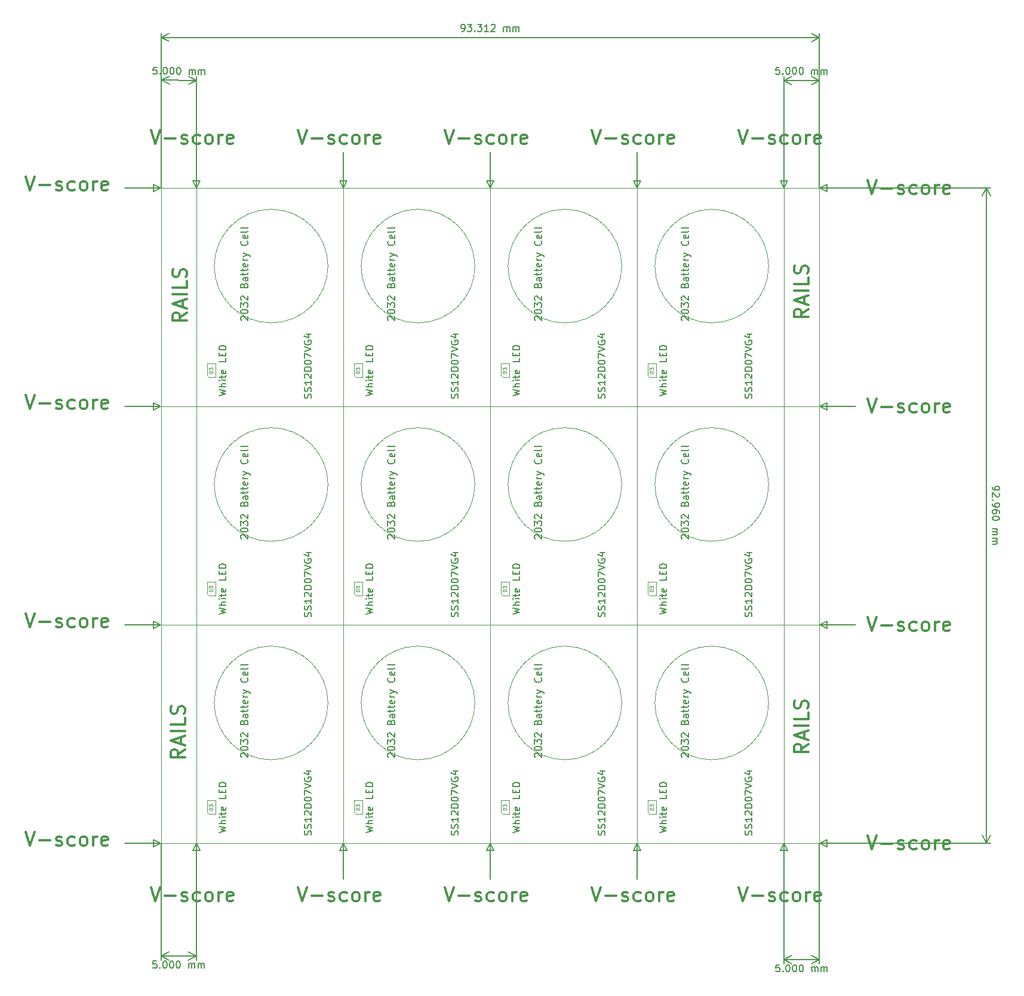
<source format=gbr>
G04 #@! TF.GenerationSoftware,KiCad,Pcbnew,(5.1.5)-3*
G04 #@! TF.CreationDate,2020-09-12T19:14:49+01:00*
G04 #@! TF.ProjectId,OTK_Panel,4f544b5f-5061-46e6-956c-2e6b69636164,rev?*
G04 #@! TF.SameCoordinates,Original*
G04 #@! TF.FileFunction,Other,Fab,Top*
%FSLAX46Y46*%
G04 Gerber Fmt 4.6, Leading zero omitted, Abs format (unit mm)*
G04 Created by KiCad (PCBNEW (5.1.5)-3) date 2020-09-12 19:14:49*
%MOMM*%
%LPD*%
G04 APERTURE LIST*
%ADD10C,0.150000*%
%ADD11C,0.300000*%
%ADD12C,0.050000*%
%ADD13C,0.120000*%
%ADD14C,0.100000*%
%ADD15C,0.080000*%
G04 APERTURE END LIST*
D10*
X202894500Y-46830300D02*
X197814500Y-46830300D01*
X198830500Y-46322300D02*
X198830500Y-47338300D01*
X197814500Y-46830300D02*
X198830500Y-46322300D01*
X198830500Y-47338300D02*
X197814500Y-46830300D01*
D11*
X204562119Y-45735061D02*
X205228785Y-47735061D01*
X205895452Y-45735061D01*
X206562119Y-46973157D02*
X208085928Y-46973157D01*
X208943071Y-47639823D02*
X209133547Y-47735061D01*
X209514500Y-47735061D01*
X209704976Y-47639823D01*
X209800214Y-47449347D01*
X209800214Y-47354109D01*
X209704976Y-47163633D01*
X209514500Y-47068395D01*
X209228785Y-47068395D01*
X209038309Y-46973157D01*
X208943071Y-46782680D01*
X208943071Y-46687442D01*
X209038309Y-46496966D01*
X209228785Y-46401728D01*
X209514500Y-46401728D01*
X209704976Y-46496966D01*
X211514500Y-47639823D02*
X211324023Y-47735061D01*
X210943071Y-47735061D01*
X210752595Y-47639823D01*
X210657357Y-47544585D01*
X210562119Y-47354109D01*
X210562119Y-46782680D01*
X210657357Y-46592204D01*
X210752595Y-46496966D01*
X210943071Y-46401728D01*
X211324023Y-46401728D01*
X211514500Y-46496966D01*
X212657357Y-47735061D02*
X212466880Y-47639823D01*
X212371642Y-47544585D01*
X212276404Y-47354109D01*
X212276404Y-46782680D01*
X212371642Y-46592204D01*
X212466880Y-46496966D01*
X212657357Y-46401728D01*
X212943071Y-46401728D01*
X213133547Y-46496966D01*
X213228785Y-46592204D01*
X213324023Y-46782680D01*
X213324023Y-47354109D01*
X213228785Y-47544585D01*
X213133547Y-47639823D01*
X212943071Y-47735061D01*
X212657357Y-47735061D01*
X214181166Y-47735061D02*
X214181166Y-46401728D01*
X214181166Y-46782680D02*
X214276404Y-46592204D01*
X214371642Y-46496966D01*
X214562119Y-46401728D01*
X214752595Y-46401728D01*
X216181166Y-47639823D02*
X215990690Y-47735061D01*
X215609738Y-47735061D01*
X215419261Y-47639823D01*
X215324023Y-47449347D01*
X215324023Y-46687442D01*
X215419261Y-46496966D01*
X215609738Y-46401728D01*
X215990690Y-46401728D01*
X216181166Y-46496966D01*
X216276404Y-46687442D01*
X216276404Y-46877919D01*
X215324023Y-47068395D01*
D10*
X202894500Y-139794300D02*
X197814500Y-139794300D01*
X198830500Y-139286300D02*
X198830500Y-140302300D01*
X197814500Y-139794300D02*
X198830500Y-139286300D01*
X198830500Y-140302300D02*
X197814500Y-139794300D01*
D11*
X204562119Y-138699061D02*
X205228785Y-140699061D01*
X205895452Y-138699061D01*
X206562119Y-139937157D02*
X208085928Y-139937157D01*
X208943071Y-140603823D02*
X209133547Y-140699061D01*
X209514500Y-140699061D01*
X209704976Y-140603823D01*
X209800214Y-140413347D01*
X209800214Y-140318109D01*
X209704976Y-140127633D01*
X209514500Y-140032395D01*
X209228785Y-140032395D01*
X209038309Y-139937157D01*
X208943071Y-139746680D01*
X208943071Y-139651442D01*
X209038309Y-139460966D01*
X209228785Y-139365728D01*
X209514500Y-139365728D01*
X209704976Y-139460966D01*
X211514500Y-140603823D02*
X211324023Y-140699061D01*
X210943071Y-140699061D01*
X210752595Y-140603823D01*
X210657357Y-140508585D01*
X210562119Y-140318109D01*
X210562119Y-139746680D01*
X210657357Y-139556204D01*
X210752595Y-139460966D01*
X210943071Y-139365728D01*
X211324023Y-139365728D01*
X211514500Y-139460966D01*
X212657357Y-140699061D02*
X212466880Y-140603823D01*
X212371642Y-140508585D01*
X212276404Y-140318109D01*
X212276404Y-139746680D01*
X212371642Y-139556204D01*
X212466880Y-139460966D01*
X212657357Y-139365728D01*
X212943071Y-139365728D01*
X213133547Y-139460966D01*
X213228785Y-139556204D01*
X213324023Y-139746680D01*
X213324023Y-140318109D01*
X213228785Y-140508585D01*
X213133547Y-140603823D01*
X212943071Y-140699061D01*
X212657357Y-140699061D01*
X214181166Y-140699061D02*
X214181166Y-139365728D01*
X214181166Y-139746680D02*
X214276404Y-139556204D01*
X214371642Y-139460966D01*
X214562119Y-139365728D01*
X214752595Y-139365728D01*
X216181166Y-140603823D02*
X215990690Y-140699061D01*
X215609738Y-140699061D01*
X215419261Y-140603823D01*
X215324023Y-140413347D01*
X215324023Y-139651442D01*
X215419261Y-139460966D01*
X215609738Y-139365728D01*
X215990690Y-139365728D01*
X216181166Y-139460966D01*
X216276404Y-139651442D01*
X216276404Y-139841919D01*
X215324023Y-140032395D01*
D10*
X103326500Y-140302300D02*
X103326500Y-139286300D01*
X99262500Y-139794300D02*
X104342500Y-139794300D01*
X104342500Y-139794300D02*
X103326500Y-140302300D01*
X103326500Y-139286300D02*
X104342500Y-139794300D01*
D11*
X85182119Y-138191061D02*
X85848785Y-140191061D01*
X86515452Y-138191061D01*
X87182119Y-139429157D02*
X88705928Y-139429157D01*
X89563071Y-140095823D02*
X89753547Y-140191061D01*
X90134500Y-140191061D01*
X90324976Y-140095823D01*
X90420214Y-139905347D01*
X90420214Y-139810109D01*
X90324976Y-139619633D01*
X90134500Y-139524395D01*
X89848785Y-139524395D01*
X89658309Y-139429157D01*
X89563071Y-139238680D01*
X89563071Y-139143442D01*
X89658309Y-138952966D01*
X89848785Y-138857728D01*
X90134500Y-138857728D01*
X90324976Y-138952966D01*
X92134500Y-140095823D02*
X91944023Y-140191061D01*
X91563071Y-140191061D01*
X91372595Y-140095823D01*
X91277357Y-140000585D01*
X91182119Y-139810109D01*
X91182119Y-139238680D01*
X91277357Y-139048204D01*
X91372595Y-138952966D01*
X91563071Y-138857728D01*
X91944023Y-138857728D01*
X92134500Y-138952966D01*
X93277357Y-140191061D02*
X93086880Y-140095823D01*
X92991642Y-140000585D01*
X92896404Y-139810109D01*
X92896404Y-139238680D01*
X92991642Y-139048204D01*
X93086880Y-138952966D01*
X93277357Y-138857728D01*
X93563071Y-138857728D01*
X93753547Y-138952966D01*
X93848785Y-139048204D01*
X93944023Y-139238680D01*
X93944023Y-139810109D01*
X93848785Y-140000585D01*
X93753547Y-140095823D01*
X93563071Y-140191061D01*
X93277357Y-140191061D01*
X94801166Y-140191061D02*
X94801166Y-138857728D01*
X94801166Y-139238680D02*
X94896404Y-139048204D01*
X94991642Y-138952966D01*
X95182119Y-138857728D01*
X95372595Y-138857728D01*
X96801166Y-140095823D02*
X96610690Y-140191061D01*
X96229738Y-140191061D01*
X96039261Y-140095823D01*
X95944023Y-139905347D01*
X95944023Y-139143442D01*
X96039261Y-138952966D01*
X96229738Y-138857728D01*
X96610690Y-138857728D01*
X96801166Y-138952966D01*
X96896404Y-139143442D01*
X96896404Y-139333919D01*
X95944023Y-139524395D01*
D10*
X103326500Y-47338300D02*
X103326500Y-46322300D01*
X99262500Y-46830300D02*
X104342500Y-46830300D01*
X104342500Y-46830300D02*
X103326500Y-47338300D01*
X103326500Y-46322300D02*
X104342500Y-46830300D01*
D11*
X85182119Y-45227061D02*
X85848785Y-47227061D01*
X86515452Y-45227061D01*
X87182119Y-46465157D02*
X88705928Y-46465157D01*
X89563071Y-47131823D02*
X89753547Y-47227061D01*
X90134500Y-47227061D01*
X90324976Y-47131823D01*
X90420214Y-46941347D01*
X90420214Y-46846109D01*
X90324976Y-46655633D01*
X90134500Y-46560395D01*
X89848785Y-46560395D01*
X89658309Y-46465157D01*
X89563071Y-46274680D01*
X89563071Y-46179442D01*
X89658309Y-45988966D01*
X89848785Y-45893728D01*
X90134500Y-45893728D01*
X90324976Y-45988966D01*
X92134500Y-47131823D02*
X91944023Y-47227061D01*
X91563071Y-47227061D01*
X91372595Y-47131823D01*
X91277357Y-47036585D01*
X91182119Y-46846109D01*
X91182119Y-46274680D01*
X91277357Y-46084204D01*
X91372595Y-45988966D01*
X91563071Y-45893728D01*
X91944023Y-45893728D01*
X92134500Y-45988966D01*
X93277357Y-47227061D02*
X93086880Y-47131823D01*
X92991642Y-47036585D01*
X92896404Y-46846109D01*
X92896404Y-46274680D01*
X92991642Y-46084204D01*
X93086880Y-45988966D01*
X93277357Y-45893728D01*
X93563071Y-45893728D01*
X93753547Y-45988966D01*
X93848785Y-46084204D01*
X93944023Y-46274680D01*
X93944023Y-46846109D01*
X93848785Y-47036585D01*
X93753547Y-47131823D01*
X93563071Y-47227061D01*
X93277357Y-47227061D01*
X94801166Y-47227061D02*
X94801166Y-45893728D01*
X94801166Y-46274680D02*
X94896404Y-46084204D01*
X94991642Y-45988966D01*
X95182119Y-45893728D01*
X95372595Y-45893728D01*
X96801166Y-47131823D02*
X96610690Y-47227061D01*
X96229738Y-47227061D01*
X96039261Y-47131823D01*
X95944023Y-46941347D01*
X95944023Y-46179442D01*
X96039261Y-45988966D01*
X96229738Y-45893728D01*
X96610690Y-45893728D01*
X96801166Y-45988966D01*
X96896404Y-46179442D01*
X96896404Y-46369919D01*
X95944023Y-46560395D01*
D10*
X222284119Y-89262680D02*
X222284119Y-89453157D01*
X222331738Y-89548395D01*
X222379357Y-89596014D01*
X222522214Y-89691252D01*
X222712690Y-89738871D01*
X223093642Y-89738871D01*
X223188880Y-89691252D01*
X223236500Y-89643633D01*
X223284119Y-89548395D01*
X223284119Y-89357919D01*
X223236500Y-89262680D01*
X223188880Y-89215061D01*
X223093642Y-89167442D01*
X222855547Y-89167442D01*
X222760309Y-89215061D01*
X222712690Y-89262680D01*
X222665071Y-89357919D01*
X222665071Y-89548395D01*
X222712690Y-89643633D01*
X222760309Y-89691252D01*
X222855547Y-89738871D01*
X223188880Y-90119823D02*
X223236500Y-90167442D01*
X223284119Y-90262680D01*
X223284119Y-90500776D01*
X223236500Y-90596014D01*
X223188880Y-90643633D01*
X223093642Y-90691252D01*
X222998404Y-90691252D01*
X222855547Y-90643633D01*
X222284119Y-90072204D01*
X222284119Y-90691252D01*
X222379357Y-91119823D02*
X222331738Y-91167442D01*
X222284119Y-91119823D01*
X222331738Y-91072204D01*
X222379357Y-91119823D01*
X222284119Y-91119823D01*
X222284119Y-91643633D02*
X222284119Y-91834109D01*
X222331738Y-91929347D01*
X222379357Y-91976966D01*
X222522214Y-92072204D01*
X222712690Y-92119823D01*
X223093642Y-92119823D01*
X223188880Y-92072204D01*
X223236500Y-92024585D01*
X223284119Y-91929347D01*
X223284119Y-91738871D01*
X223236500Y-91643633D01*
X223188880Y-91596014D01*
X223093642Y-91548395D01*
X222855547Y-91548395D01*
X222760309Y-91596014D01*
X222712690Y-91643633D01*
X222665071Y-91738871D01*
X222665071Y-91929347D01*
X222712690Y-92024585D01*
X222760309Y-92072204D01*
X222855547Y-92119823D01*
X223284119Y-92976966D02*
X223284119Y-92786490D01*
X223236500Y-92691252D01*
X223188880Y-92643633D01*
X223046023Y-92548395D01*
X222855547Y-92500776D01*
X222474595Y-92500776D01*
X222379357Y-92548395D01*
X222331738Y-92596014D01*
X222284119Y-92691252D01*
X222284119Y-92881728D01*
X222331738Y-92976966D01*
X222379357Y-93024585D01*
X222474595Y-93072204D01*
X222712690Y-93072204D01*
X222807928Y-93024585D01*
X222855547Y-92976966D01*
X222903166Y-92881728D01*
X222903166Y-92691252D01*
X222855547Y-92596014D01*
X222807928Y-92548395D01*
X222712690Y-92500776D01*
X223284119Y-93691252D02*
X223284119Y-93786490D01*
X223236500Y-93881728D01*
X223188880Y-93929347D01*
X223093642Y-93976966D01*
X222903166Y-94024585D01*
X222665071Y-94024585D01*
X222474595Y-93976966D01*
X222379357Y-93929347D01*
X222331738Y-93881728D01*
X222284119Y-93786490D01*
X222284119Y-93691252D01*
X222331738Y-93596014D01*
X222379357Y-93548395D01*
X222474595Y-93500776D01*
X222665071Y-93453157D01*
X222903166Y-93453157D01*
X223093642Y-93500776D01*
X223188880Y-93548395D01*
X223236500Y-93596014D01*
X223284119Y-93691252D01*
X222284119Y-95215061D02*
X222950785Y-95215061D01*
X222855547Y-95215061D02*
X222903166Y-95262680D01*
X222950785Y-95357919D01*
X222950785Y-95500776D01*
X222903166Y-95596014D01*
X222807928Y-95643633D01*
X222284119Y-95643633D01*
X222807928Y-95643633D02*
X222903166Y-95691252D01*
X222950785Y-95786490D01*
X222950785Y-95929347D01*
X222903166Y-96024585D01*
X222807928Y-96072204D01*
X222284119Y-96072204D01*
X222284119Y-96548395D02*
X222950785Y-96548395D01*
X222855547Y-96548395D02*
X222903166Y-96596014D01*
X222950785Y-96691252D01*
X222950785Y-96834109D01*
X222903166Y-96929347D01*
X222807928Y-96976966D01*
X222284119Y-96976966D01*
X222807928Y-96976966D02*
X222903166Y-97024585D01*
X222950785Y-97119823D01*
X222950785Y-97262680D01*
X222903166Y-97357919D01*
X222807928Y-97405538D01*
X222284119Y-97405538D01*
X221436500Y-46830300D02*
X221436500Y-139790300D01*
X197734500Y-46830300D02*
X222022921Y-46830300D01*
X197734500Y-139790300D02*
X222022921Y-139790300D01*
X221436500Y-139790300D02*
X220850079Y-138663796D01*
X221436500Y-139790300D02*
X222022921Y-138663796D01*
X221436500Y-46830300D02*
X220850079Y-47956804D01*
X221436500Y-46830300D02*
X222022921Y-47956804D01*
X147033258Y-24641457D02*
X147223734Y-24641477D01*
X147318977Y-24593868D01*
X147366602Y-24546254D01*
X147461855Y-24403407D01*
X147509494Y-24212936D01*
X147509535Y-23831984D01*
X147461926Y-23736741D01*
X147414312Y-23689117D01*
X147319079Y-23641487D01*
X147128603Y-23641467D01*
X147033360Y-23689076D01*
X146985736Y-23736690D01*
X146938107Y-23831923D01*
X146938081Y-24070018D01*
X146985690Y-24165261D01*
X147033304Y-24212885D01*
X147128537Y-24260515D01*
X147319013Y-24260535D01*
X147414256Y-24212926D01*
X147461880Y-24165312D01*
X147509510Y-24070079D01*
X147842889Y-23641543D02*
X148461937Y-23641610D01*
X148128562Y-24022526D01*
X148271420Y-24022542D01*
X148366653Y-24070171D01*
X148414267Y-24117795D01*
X148461875Y-24213038D01*
X148461850Y-24451134D01*
X148414221Y-24546367D01*
X148366596Y-24593981D01*
X148271353Y-24641589D01*
X147985639Y-24641559D01*
X147890406Y-24593929D01*
X147842792Y-24546305D01*
X148890411Y-24546418D02*
X148938025Y-24594042D01*
X148890401Y-24641656D01*
X148842787Y-24594032D01*
X148890411Y-24546418D01*
X148890401Y-24641656D01*
X149271460Y-23641697D02*
X149890508Y-23641763D01*
X149557134Y-24022680D01*
X149699991Y-24022695D01*
X149795224Y-24070324D01*
X149842838Y-24117948D01*
X149890447Y-24213191D01*
X149890421Y-24451287D01*
X149842792Y-24546520D01*
X149795168Y-24594134D01*
X149699925Y-24641742D01*
X149414210Y-24641712D01*
X149318977Y-24594083D01*
X149271363Y-24546458D01*
X150842782Y-24641865D02*
X150271353Y-24641804D01*
X150557067Y-24641834D02*
X150557175Y-23641834D01*
X150461921Y-23784681D01*
X150366673Y-23879909D01*
X150271430Y-23927518D01*
X151223831Y-23737144D02*
X151271455Y-23689530D01*
X151366698Y-23641921D01*
X151604794Y-23641947D01*
X151700027Y-23689576D01*
X151747641Y-23737200D01*
X151795249Y-23832443D01*
X151795239Y-23927681D01*
X151747605Y-24070533D01*
X151176115Y-24641901D01*
X151795163Y-24641967D01*
X152985639Y-24642095D02*
X152985710Y-23975428D01*
X152985700Y-24070666D02*
X153033324Y-24023052D01*
X153128568Y-23975443D01*
X153271425Y-23975459D01*
X153366658Y-24023088D01*
X153414266Y-24118331D01*
X153414210Y-24642141D01*
X153414266Y-24118331D02*
X153461896Y-24023098D01*
X153557139Y-23975489D01*
X153699996Y-23975504D01*
X153795229Y-24023134D01*
X153842838Y-24118377D01*
X153842782Y-24642186D01*
X154318972Y-24642237D02*
X154319044Y-23975571D01*
X154319033Y-24070809D02*
X154366658Y-24023195D01*
X154461901Y-23975586D01*
X154604758Y-23975601D01*
X154699991Y-24023231D01*
X154747600Y-24118474D01*
X154747544Y-24642283D01*
X154747600Y-24118474D02*
X154795229Y-24023241D01*
X154890472Y-23975632D01*
X155033329Y-23975647D01*
X155128562Y-24023277D01*
X155176171Y-24118520D01*
X155176115Y-24642329D01*
X104424787Y-25484510D02*
X197736787Y-25494510D01*
X104422500Y-46820300D02*
X104424849Y-24898089D01*
X197734500Y-46830300D02*
X197736849Y-24908089D01*
X197736787Y-25494510D02*
X196610220Y-26080810D01*
X197736787Y-25494510D02*
X196610346Y-24907969D01*
X104424787Y-25484510D02*
X105551228Y-26071051D01*
X104424787Y-25484510D02*
X105551354Y-24898210D01*
D11*
X196179261Y-64038490D02*
X195226880Y-64705157D01*
X196179261Y-65181347D02*
X194179261Y-65181347D01*
X194179261Y-64419442D01*
X194274500Y-64228966D01*
X194369738Y-64133728D01*
X194560214Y-64038490D01*
X194845928Y-64038490D01*
X195036404Y-64133728D01*
X195131642Y-64228966D01*
X195226880Y-64419442D01*
X195226880Y-65181347D01*
X195607833Y-63276585D02*
X195607833Y-62324204D01*
X196179261Y-63467061D02*
X194179261Y-62800395D01*
X196179261Y-62133728D01*
X196179261Y-61467061D02*
X194179261Y-61467061D01*
X196179261Y-59562300D02*
X196179261Y-60514680D01*
X194179261Y-60514680D01*
X196084023Y-58990871D02*
X196179261Y-58705157D01*
X196179261Y-58228966D01*
X196084023Y-58038490D01*
X195988785Y-57943252D01*
X195798309Y-57848014D01*
X195607833Y-57848014D01*
X195417357Y-57943252D01*
X195322119Y-58038490D01*
X195226880Y-58228966D01*
X195131642Y-58609919D01*
X195036404Y-58800395D01*
X194941166Y-58895633D01*
X194750690Y-58990871D01*
X194560214Y-58990871D01*
X194369738Y-58895633D01*
X194274500Y-58800395D01*
X194179261Y-58609919D01*
X194179261Y-58133728D01*
X194274500Y-57848014D01*
X108041261Y-64546490D02*
X107088880Y-65213157D01*
X108041261Y-65689347D02*
X106041261Y-65689347D01*
X106041261Y-64927442D01*
X106136500Y-64736966D01*
X106231738Y-64641728D01*
X106422214Y-64546490D01*
X106707928Y-64546490D01*
X106898404Y-64641728D01*
X106993642Y-64736966D01*
X107088880Y-64927442D01*
X107088880Y-65689347D01*
X107469833Y-63784585D02*
X107469833Y-62832204D01*
X108041261Y-63975061D02*
X106041261Y-63308395D01*
X108041261Y-62641728D01*
X108041261Y-61975061D02*
X106041261Y-61975061D01*
X108041261Y-60070300D02*
X108041261Y-61022680D01*
X106041261Y-61022680D01*
X107946023Y-59498871D02*
X108041261Y-59213157D01*
X108041261Y-58736966D01*
X107946023Y-58546490D01*
X107850785Y-58451252D01*
X107660309Y-58356014D01*
X107469833Y-58356014D01*
X107279357Y-58451252D01*
X107184119Y-58546490D01*
X107088880Y-58736966D01*
X106993642Y-59117919D01*
X106898404Y-59308395D01*
X106803166Y-59403633D01*
X106612690Y-59498871D01*
X106422214Y-59498871D01*
X106231738Y-59403633D01*
X106136500Y-59308395D01*
X106041261Y-59117919D01*
X106041261Y-58641728D01*
X106136500Y-58356014D01*
X196179261Y-125760490D02*
X195226880Y-126427157D01*
X196179261Y-126903347D02*
X194179261Y-126903347D01*
X194179261Y-126141442D01*
X194274500Y-125950966D01*
X194369738Y-125855728D01*
X194560214Y-125760490D01*
X194845928Y-125760490D01*
X195036404Y-125855728D01*
X195131642Y-125950966D01*
X195226880Y-126141442D01*
X195226880Y-126903347D01*
X195607833Y-124998585D02*
X195607833Y-124046204D01*
X196179261Y-125189061D02*
X194179261Y-124522395D01*
X196179261Y-123855728D01*
X196179261Y-123189061D02*
X194179261Y-123189061D01*
X196179261Y-121284300D02*
X196179261Y-122236680D01*
X194179261Y-122236680D01*
X196084023Y-120712871D02*
X196179261Y-120427157D01*
X196179261Y-119950966D01*
X196084023Y-119760490D01*
X195988785Y-119665252D01*
X195798309Y-119570014D01*
X195607833Y-119570014D01*
X195417357Y-119665252D01*
X195322119Y-119760490D01*
X195226880Y-119950966D01*
X195131642Y-120331919D01*
X195036404Y-120522395D01*
X194941166Y-120617633D01*
X194750690Y-120712871D01*
X194560214Y-120712871D01*
X194369738Y-120617633D01*
X194274500Y-120522395D01*
X194179261Y-120331919D01*
X194179261Y-119855728D01*
X194274500Y-119570014D01*
X107787261Y-126522490D02*
X106834880Y-127189157D01*
X107787261Y-127665347D02*
X105787261Y-127665347D01*
X105787261Y-126903442D01*
X105882500Y-126712966D01*
X105977738Y-126617728D01*
X106168214Y-126522490D01*
X106453928Y-126522490D01*
X106644404Y-126617728D01*
X106739642Y-126712966D01*
X106834880Y-126903442D01*
X106834880Y-127665347D01*
X107215833Y-125760585D02*
X107215833Y-124808204D01*
X107787261Y-125951061D02*
X105787261Y-125284395D01*
X107787261Y-124617728D01*
X107787261Y-123951061D02*
X105787261Y-123951061D01*
X107787261Y-122046300D02*
X107787261Y-122998680D01*
X105787261Y-122998680D01*
X107692023Y-121474871D02*
X107787261Y-121189157D01*
X107787261Y-120712966D01*
X107692023Y-120522490D01*
X107596785Y-120427252D01*
X107406309Y-120332014D01*
X107215833Y-120332014D01*
X107025357Y-120427252D01*
X106930119Y-120522490D01*
X106834880Y-120712966D01*
X106739642Y-121093919D01*
X106644404Y-121284395D01*
X106549166Y-121379633D01*
X106358690Y-121474871D01*
X106168214Y-121474871D01*
X105977738Y-121379633D01*
X105882500Y-121284395D01*
X105787261Y-121093919D01*
X105787261Y-120617728D01*
X105882500Y-120332014D01*
D10*
X192105456Y-157060639D02*
X191629266Y-157061020D01*
X191582028Y-157537248D01*
X191629609Y-157489591D01*
X191724809Y-157441896D01*
X191962904Y-157441705D01*
X192058180Y-157489248D01*
X192105837Y-157536829D01*
X192153532Y-157632029D01*
X192153723Y-157870124D01*
X192106180Y-157965401D01*
X192058599Y-158013058D01*
X191963399Y-158060753D01*
X191725304Y-158060943D01*
X191630028Y-158013401D01*
X191582371Y-157965820D01*
X192582370Y-157965020D02*
X192630028Y-158012601D01*
X192582447Y-158060258D01*
X192534789Y-158012677D01*
X192582370Y-157965020D01*
X192582447Y-158060258D01*
X193248313Y-157059725D02*
X193343551Y-157059648D01*
X193438827Y-157107191D01*
X193486484Y-157154772D01*
X193534180Y-157249972D01*
X193581951Y-157440410D01*
X193582142Y-157678505D01*
X193534675Y-157869020D01*
X193487132Y-157964296D01*
X193439551Y-158011953D01*
X193344351Y-158059648D01*
X193249113Y-158059724D01*
X193153837Y-158012181D01*
X193106180Y-157964601D01*
X193058485Y-157869401D01*
X193010713Y-157678963D01*
X193010523Y-157440867D01*
X193057989Y-157250353D01*
X193105532Y-157155077D01*
X193153113Y-157107420D01*
X193248313Y-157059725D01*
X194200694Y-157058963D02*
X194295932Y-157058887D01*
X194391208Y-157106429D01*
X194438865Y-157154010D01*
X194486560Y-157249210D01*
X194534332Y-157439648D01*
X194534522Y-157677743D01*
X194487056Y-157868258D01*
X194439513Y-157963534D01*
X194391932Y-158011191D01*
X194296732Y-158058886D01*
X194201494Y-158058962D01*
X194106218Y-158011420D01*
X194058560Y-157963839D01*
X194010865Y-157868639D01*
X193963094Y-157678201D01*
X193962903Y-157440105D01*
X194010370Y-157249591D01*
X194057913Y-157154315D01*
X194105494Y-157106658D01*
X194200694Y-157058963D01*
X195153074Y-157058201D02*
X195248312Y-157058125D01*
X195343589Y-157105667D01*
X195391246Y-157153248D01*
X195438941Y-157248448D01*
X195486712Y-157438886D01*
X195486903Y-157676982D01*
X195439436Y-157867496D01*
X195391893Y-157962772D01*
X195344312Y-158010429D01*
X195249112Y-158058124D01*
X195153874Y-158058200D01*
X195058598Y-158010658D01*
X195010941Y-157963077D01*
X194963246Y-157867877D01*
X194915474Y-157677439D01*
X194915284Y-157439344D01*
X194962751Y-157248829D01*
X195010293Y-157153553D01*
X195057874Y-157105896D01*
X195153074Y-157058201D01*
X196677683Y-158056981D02*
X196677150Y-157390315D01*
X196677226Y-157485553D02*
X196724807Y-157437896D01*
X196820007Y-157390201D01*
X196962864Y-157390086D01*
X197058140Y-157437629D01*
X197105836Y-157532829D01*
X197106255Y-158056639D01*
X197105836Y-157532829D02*
X197153378Y-157437553D01*
X197248578Y-157389858D01*
X197391436Y-157389744D01*
X197486712Y-157437286D01*
X197534407Y-157532486D01*
X197534826Y-158056296D01*
X198011016Y-158055915D02*
X198010483Y-157389248D01*
X198010559Y-157484486D02*
X198058140Y-157436829D01*
X198153340Y-157389134D01*
X198296197Y-157389020D01*
X198391473Y-157436563D01*
X198439169Y-157531763D01*
X198439588Y-158055572D01*
X198439169Y-157531763D02*
X198486711Y-157436486D01*
X198581911Y-157388791D01*
X198724768Y-157388677D01*
X198820045Y-157436220D01*
X198867740Y-157531420D01*
X198868159Y-158055229D01*
X192747711Y-156307744D02*
X197747711Y-156303744D01*
X192734500Y-139794300D02*
X192748180Y-156894164D01*
X197734500Y-139790300D02*
X197748180Y-156890164D01*
X197747711Y-156303744D02*
X196621677Y-156891066D01*
X197747711Y-156303744D02*
X196620738Y-155718225D01*
X192747711Y-156307744D02*
X193874684Y-156893263D01*
X192747711Y-156307744D02*
X193873745Y-155720422D01*
X103766239Y-156544155D02*
X103290049Y-156543774D01*
X103242049Y-157019927D01*
X103289706Y-156972346D01*
X103384982Y-156924803D01*
X103623078Y-156924993D01*
X103718278Y-156972689D01*
X103765859Y-157020346D01*
X103813401Y-157115622D01*
X103813211Y-157353717D01*
X103765516Y-157448917D01*
X103717859Y-157496498D01*
X103622582Y-157544041D01*
X103384487Y-157543850D01*
X103289287Y-157496155D01*
X103241706Y-157448498D01*
X104241706Y-157449298D02*
X104289287Y-157496955D01*
X104241630Y-157544536D01*
X104194049Y-157496879D01*
X104241706Y-157449298D01*
X104241630Y-157544536D01*
X104909096Y-156545070D02*
X105004334Y-156545146D01*
X105099534Y-156592841D01*
X105147115Y-156640498D01*
X105194658Y-156735774D01*
X105242125Y-156926289D01*
X105241934Y-157164384D01*
X105194163Y-157354822D01*
X105146468Y-157450022D01*
X105098810Y-157497603D01*
X105003534Y-157545145D01*
X104908296Y-157545069D01*
X104813096Y-157497374D01*
X104765515Y-157449717D01*
X104717972Y-157354441D01*
X104670506Y-157163927D01*
X104670696Y-156925831D01*
X104718468Y-156735393D01*
X104766163Y-156640193D01*
X104813820Y-156592612D01*
X104909096Y-156545070D01*
X105861477Y-156545832D02*
X105956715Y-156545908D01*
X106051915Y-156593603D01*
X106099496Y-156641260D01*
X106147039Y-156736536D01*
X106194505Y-156927050D01*
X106194315Y-157165146D01*
X106146543Y-157355584D01*
X106098848Y-157450784D01*
X106051191Y-157498365D01*
X105955915Y-157545907D01*
X105860677Y-157545831D01*
X105765477Y-157498136D01*
X105717896Y-157450479D01*
X105670353Y-157355203D01*
X105622886Y-157164688D01*
X105623077Y-156926593D01*
X105670848Y-156736155D01*
X105718544Y-156640955D01*
X105766201Y-156593374D01*
X105861477Y-156545832D01*
X106813858Y-156546593D02*
X106909096Y-156546670D01*
X107004296Y-156594365D01*
X107051877Y-156642022D01*
X107099419Y-156737298D01*
X107146886Y-156927812D01*
X107146696Y-157165908D01*
X107098924Y-157356346D01*
X107051229Y-157451546D01*
X107003572Y-157499126D01*
X106908296Y-157546669D01*
X106813058Y-157546593D01*
X106717858Y-157498898D01*
X106670277Y-157451241D01*
X106622734Y-157355965D01*
X106575267Y-157165450D01*
X106575458Y-156927355D01*
X106623229Y-156736917D01*
X106670924Y-156641717D01*
X106718581Y-156594136D01*
X106813858Y-156546593D01*
X108336867Y-157547812D02*
X108337400Y-156881146D01*
X108337324Y-156976384D02*
X108384981Y-156928803D01*
X108480257Y-156881260D01*
X108623114Y-156881374D01*
X108718314Y-156929070D01*
X108765857Y-157024346D01*
X108765438Y-157548155D01*
X108765857Y-157024346D02*
X108813552Y-156929146D01*
X108908828Y-156881603D01*
X109051685Y-156881717D01*
X109146885Y-156929412D01*
X109194428Y-157024689D01*
X109194009Y-157548498D01*
X109670199Y-157548879D02*
X109670733Y-156882212D01*
X109670657Y-156977450D02*
X109718314Y-156929870D01*
X109813590Y-156882327D01*
X109956447Y-156882441D01*
X110051647Y-156930136D01*
X110099190Y-157025412D01*
X110098771Y-157549222D01*
X110099190Y-157025412D02*
X110146885Y-156930212D01*
X110242161Y-156882670D01*
X110385018Y-156882784D01*
X110480218Y-156930479D01*
X110527761Y-157025755D01*
X110527342Y-157549565D01*
X104409698Y-155792289D02*
X109409698Y-155796289D01*
X104422500Y-139790300D02*
X104409229Y-156378709D01*
X109422500Y-139794300D02*
X109409229Y-156382709D01*
X109409698Y-155796289D02*
X108282725Y-156381808D01*
X109409698Y-155796289D02*
X108283664Y-155208967D01*
X104409698Y-155792289D02*
X105535732Y-156379611D01*
X104409698Y-155792289D02*
X105536671Y-155206770D01*
X103813831Y-29727904D02*
X103337641Y-29726951D01*
X103289070Y-30203046D01*
X103336784Y-30155522D01*
X103432117Y-30108094D01*
X103670212Y-30108570D01*
X103765355Y-30156379D01*
X103812878Y-30204093D01*
X103860307Y-30299427D01*
X103859831Y-30537521D01*
X103812021Y-30632664D01*
X103764307Y-30680188D01*
X103668974Y-30727616D01*
X103430879Y-30727140D01*
X103335737Y-30679331D01*
X103288213Y-30631616D01*
X104288211Y-30633616D02*
X104335735Y-30681331D01*
X104288020Y-30728854D01*
X104240497Y-30681140D01*
X104288211Y-30633616D01*
X104288020Y-30728854D01*
X104956686Y-29730190D02*
X105051924Y-29730380D01*
X105147066Y-29778189D01*
X105194590Y-29825904D01*
X105242018Y-29921237D01*
X105289256Y-30111808D01*
X105288780Y-30349903D01*
X105240780Y-30540283D01*
X105192971Y-30635426D01*
X105145257Y-30682950D01*
X105049924Y-30730378D01*
X104954686Y-30730188D01*
X104859543Y-30682378D01*
X104812019Y-30634664D01*
X104764591Y-30539331D01*
X104717353Y-30348760D01*
X104717829Y-30110665D01*
X104765829Y-29920284D01*
X104813638Y-29825142D01*
X104861353Y-29777618D01*
X104956686Y-29730190D01*
X105909065Y-29732094D02*
X106004303Y-29732285D01*
X106099445Y-29780094D01*
X106146969Y-29827808D01*
X106194398Y-29923142D01*
X106241636Y-30113713D01*
X106241159Y-30351807D01*
X106193159Y-30542188D01*
X106145350Y-30637331D01*
X106097636Y-30684854D01*
X106002303Y-30732283D01*
X105907065Y-30732092D01*
X105811922Y-30684283D01*
X105764398Y-30636569D01*
X105716970Y-30541236D01*
X105669732Y-30350665D01*
X105670208Y-30112570D01*
X105718208Y-29922189D01*
X105766017Y-29827047D01*
X105813732Y-29779523D01*
X105909065Y-29732094D01*
X106861444Y-29733999D02*
X106956682Y-29734190D01*
X107051824Y-29781999D01*
X107099348Y-29829713D01*
X107146777Y-29925046D01*
X107194015Y-30115617D01*
X107193538Y-30353712D01*
X107145539Y-30544093D01*
X107097729Y-30639235D01*
X107050015Y-30686759D01*
X106954682Y-30734188D01*
X106859444Y-30733997D01*
X106764301Y-30686188D01*
X106716777Y-30638473D01*
X106669349Y-30543140D01*
X106622111Y-30352569D01*
X106622587Y-30114475D01*
X106670587Y-29924094D01*
X106718396Y-29828951D01*
X106766111Y-29781428D01*
X106861444Y-29733999D01*
X108383250Y-30737045D02*
X108384584Y-30070379D01*
X108384393Y-30165617D02*
X108432107Y-30118094D01*
X108527440Y-30070665D01*
X108670297Y-30070951D01*
X108765440Y-30118760D01*
X108812868Y-30214093D01*
X108811821Y-30737902D01*
X108812868Y-30214093D02*
X108860678Y-30118951D01*
X108956011Y-30071522D01*
X109098868Y-30071808D01*
X109194011Y-30119617D01*
X109241439Y-30214950D01*
X109240391Y-30738759D01*
X109716581Y-30739711D02*
X109717914Y-30073046D01*
X109717724Y-30168284D02*
X109765438Y-30120760D01*
X109860771Y-30073332D01*
X110003628Y-30073617D01*
X110098771Y-30121427D01*
X110146199Y-30216760D01*
X110145152Y-30740568D01*
X110146199Y-30216760D02*
X110194009Y-30121617D01*
X110289342Y-30074189D01*
X110432199Y-30074475D01*
X110527341Y-30122284D01*
X110574770Y-30217617D01*
X110573722Y-30741426D01*
X104452987Y-31576805D02*
X109452987Y-31586805D01*
X104422500Y-46820300D02*
X104454160Y-30990386D01*
X109422500Y-46830300D02*
X109454160Y-31000386D01*
X109452987Y-31586805D02*
X108325313Y-32170972D01*
X109452987Y-31586805D02*
X108327658Y-30998132D01*
X104452987Y-31576805D02*
X105578316Y-32165478D01*
X104452987Y-31576805D02*
X105580661Y-30992638D01*
X192091642Y-29742680D02*
X191615452Y-29742680D01*
X191567833Y-30218871D01*
X191615452Y-30171252D01*
X191710690Y-30123633D01*
X191948785Y-30123633D01*
X192044023Y-30171252D01*
X192091642Y-30218871D01*
X192139261Y-30314109D01*
X192139261Y-30552204D01*
X192091642Y-30647442D01*
X192044023Y-30695061D01*
X191948785Y-30742680D01*
X191710690Y-30742680D01*
X191615452Y-30695061D01*
X191567833Y-30647442D01*
X192567833Y-30647442D02*
X192615452Y-30695061D01*
X192567833Y-30742680D01*
X192520214Y-30695061D01*
X192567833Y-30647442D01*
X192567833Y-30742680D01*
X193234500Y-29742680D02*
X193329738Y-29742680D01*
X193424976Y-29790300D01*
X193472595Y-29837919D01*
X193520214Y-29933157D01*
X193567833Y-30123633D01*
X193567833Y-30361728D01*
X193520214Y-30552204D01*
X193472595Y-30647442D01*
X193424976Y-30695061D01*
X193329738Y-30742680D01*
X193234500Y-30742680D01*
X193139261Y-30695061D01*
X193091642Y-30647442D01*
X193044023Y-30552204D01*
X192996404Y-30361728D01*
X192996404Y-30123633D01*
X193044023Y-29933157D01*
X193091642Y-29837919D01*
X193139261Y-29790300D01*
X193234500Y-29742680D01*
X194186880Y-29742680D02*
X194282119Y-29742680D01*
X194377357Y-29790300D01*
X194424976Y-29837919D01*
X194472595Y-29933157D01*
X194520214Y-30123633D01*
X194520214Y-30361728D01*
X194472595Y-30552204D01*
X194424976Y-30647442D01*
X194377357Y-30695061D01*
X194282119Y-30742680D01*
X194186880Y-30742680D01*
X194091642Y-30695061D01*
X194044023Y-30647442D01*
X193996404Y-30552204D01*
X193948785Y-30361728D01*
X193948785Y-30123633D01*
X193996404Y-29933157D01*
X194044023Y-29837919D01*
X194091642Y-29790300D01*
X194186880Y-29742680D01*
X195139261Y-29742680D02*
X195234500Y-29742680D01*
X195329738Y-29790300D01*
X195377357Y-29837919D01*
X195424976Y-29933157D01*
X195472595Y-30123633D01*
X195472595Y-30361728D01*
X195424976Y-30552204D01*
X195377357Y-30647442D01*
X195329738Y-30695061D01*
X195234500Y-30742680D01*
X195139261Y-30742680D01*
X195044023Y-30695061D01*
X194996404Y-30647442D01*
X194948785Y-30552204D01*
X194901166Y-30361728D01*
X194901166Y-30123633D01*
X194948785Y-29933157D01*
X194996404Y-29837919D01*
X195044023Y-29790300D01*
X195139261Y-29742680D01*
X196663071Y-30742680D02*
X196663071Y-30076014D01*
X196663071Y-30171252D02*
X196710690Y-30123633D01*
X196805928Y-30076014D01*
X196948785Y-30076014D01*
X197044023Y-30123633D01*
X197091642Y-30218871D01*
X197091642Y-30742680D01*
X197091642Y-30218871D02*
X197139261Y-30123633D01*
X197234500Y-30076014D01*
X197377357Y-30076014D01*
X197472595Y-30123633D01*
X197520214Y-30218871D01*
X197520214Y-30742680D01*
X197996404Y-30742680D02*
X197996404Y-30076014D01*
X197996404Y-30171252D02*
X198044023Y-30123633D01*
X198139261Y-30076014D01*
X198282119Y-30076014D01*
X198377357Y-30123633D01*
X198424976Y-30218871D01*
X198424976Y-30742680D01*
X198424976Y-30218871D02*
X198472595Y-30123633D01*
X198567833Y-30076014D01*
X198710690Y-30076014D01*
X198805928Y-30123633D01*
X198853547Y-30218871D01*
X198853547Y-30742680D01*
X192734500Y-31590300D02*
X197734500Y-31590300D01*
X192734500Y-46830300D02*
X192734500Y-31003879D01*
X197734500Y-46830300D02*
X197734500Y-31003879D01*
X197734500Y-31590300D02*
X196607996Y-32176721D01*
X197734500Y-31590300D02*
X196607996Y-31003879D01*
X192734500Y-31590300D02*
X193861004Y-32176721D01*
X192734500Y-31590300D02*
X193861004Y-31003879D01*
D11*
X102962119Y-146065061D02*
X103628785Y-148065061D01*
X104295452Y-146065061D01*
X104962119Y-147303157D02*
X106485928Y-147303157D01*
X107343071Y-147969823D02*
X107533547Y-148065061D01*
X107914500Y-148065061D01*
X108104976Y-147969823D01*
X108200214Y-147779347D01*
X108200214Y-147684109D01*
X108104976Y-147493633D01*
X107914500Y-147398395D01*
X107628785Y-147398395D01*
X107438309Y-147303157D01*
X107343071Y-147112680D01*
X107343071Y-147017442D01*
X107438309Y-146826966D01*
X107628785Y-146731728D01*
X107914500Y-146731728D01*
X108104976Y-146826966D01*
X109914500Y-147969823D02*
X109724023Y-148065061D01*
X109343071Y-148065061D01*
X109152595Y-147969823D01*
X109057357Y-147874585D01*
X108962119Y-147684109D01*
X108962119Y-147112680D01*
X109057357Y-146922204D01*
X109152595Y-146826966D01*
X109343071Y-146731728D01*
X109724023Y-146731728D01*
X109914500Y-146826966D01*
X111057357Y-148065061D02*
X110866880Y-147969823D01*
X110771642Y-147874585D01*
X110676404Y-147684109D01*
X110676404Y-147112680D01*
X110771642Y-146922204D01*
X110866880Y-146826966D01*
X111057357Y-146731728D01*
X111343071Y-146731728D01*
X111533547Y-146826966D01*
X111628785Y-146922204D01*
X111724023Y-147112680D01*
X111724023Y-147684109D01*
X111628785Y-147874585D01*
X111533547Y-147969823D01*
X111343071Y-148065061D01*
X111057357Y-148065061D01*
X112581166Y-148065061D02*
X112581166Y-146731728D01*
X112581166Y-147112680D02*
X112676404Y-146922204D01*
X112771642Y-146826966D01*
X112962119Y-146731728D01*
X113152595Y-146731728D01*
X114581166Y-147969823D02*
X114390690Y-148065061D01*
X114009738Y-148065061D01*
X113819261Y-147969823D01*
X113724023Y-147779347D01*
X113724023Y-147017442D01*
X113819261Y-146826966D01*
X114009738Y-146731728D01*
X114390690Y-146731728D01*
X114581166Y-146826966D01*
X114676404Y-147017442D01*
X114676404Y-147207919D01*
X113724023Y-147398395D01*
D10*
X108914500Y-140810300D02*
X109422500Y-139794300D01*
X109422500Y-144874300D02*
X109422500Y-139794300D01*
X109930500Y-140810300D02*
X108914500Y-140810300D01*
X109422500Y-139794300D02*
X109930500Y-140810300D01*
D11*
X123790119Y-146065061D02*
X124456785Y-148065061D01*
X125123452Y-146065061D01*
X125790119Y-147303157D02*
X127313928Y-147303157D01*
X128171071Y-147969823D02*
X128361547Y-148065061D01*
X128742500Y-148065061D01*
X128932976Y-147969823D01*
X129028214Y-147779347D01*
X129028214Y-147684109D01*
X128932976Y-147493633D01*
X128742500Y-147398395D01*
X128456785Y-147398395D01*
X128266309Y-147303157D01*
X128171071Y-147112680D01*
X128171071Y-147017442D01*
X128266309Y-146826966D01*
X128456785Y-146731728D01*
X128742500Y-146731728D01*
X128932976Y-146826966D01*
X130742500Y-147969823D02*
X130552023Y-148065061D01*
X130171071Y-148065061D01*
X129980595Y-147969823D01*
X129885357Y-147874585D01*
X129790119Y-147684109D01*
X129790119Y-147112680D01*
X129885357Y-146922204D01*
X129980595Y-146826966D01*
X130171071Y-146731728D01*
X130552023Y-146731728D01*
X130742500Y-146826966D01*
X131885357Y-148065061D02*
X131694880Y-147969823D01*
X131599642Y-147874585D01*
X131504404Y-147684109D01*
X131504404Y-147112680D01*
X131599642Y-146922204D01*
X131694880Y-146826966D01*
X131885357Y-146731728D01*
X132171071Y-146731728D01*
X132361547Y-146826966D01*
X132456785Y-146922204D01*
X132552023Y-147112680D01*
X132552023Y-147684109D01*
X132456785Y-147874585D01*
X132361547Y-147969823D01*
X132171071Y-148065061D01*
X131885357Y-148065061D01*
X133409166Y-148065061D02*
X133409166Y-146731728D01*
X133409166Y-147112680D02*
X133504404Y-146922204D01*
X133599642Y-146826966D01*
X133790119Y-146731728D01*
X133980595Y-146731728D01*
X135409166Y-147969823D02*
X135218690Y-148065061D01*
X134837738Y-148065061D01*
X134647261Y-147969823D01*
X134552023Y-147779347D01*
X134552023Y-147017442D01*
X134647261Y-146826966D01*
X134837738Y-146731728D01*
X135218690Y-146731728D01*
X135409166Y-146826966D01*
X135504404Y-147017442D01*
X135504404Y-147207919D01*
X134552023Y-147398395D01*
D10*
X129742500Y-140810300D02*
X130250500Y-139794300D01*
X130250500Y-144874300D02*
X130250500Y-139794300D01*
X130758500Y-140810300D02*
X129742500Y-140810300D01*
X130250500Y-139794300D02*
X130758500Y-140810300D01*
D11*
X144618119Y-146065061D02*
X145284785Y-148065061D01*
X145951452Y-146065061D01*
X146618119Y-147303157D02*
X148141928Y-147303157D01*
X148999071Y-147969823D02*
X149189547Y-148065061D01*
X149570500Y-148065061D01*
X149760976Y-147969823D01*
X149856214Y-147779347D01*
X149856214Y-147684109D01*
X149760976Y-147493633D01*
X149570500Y-147398395D01*
X149284785Y-147398395D01*
X149094309Y-147303157D01*
X148999071Y-147112680D01*
X148999071Y-147017442D01*
X149094309Y-146826966D01*
X149284785Y-146731728D01*
X149570500Y-146731728D01*
X149760976Y-146826966D01*
X151570500Y-147969823D02*
X151380023Y-148065061D01*
X150999071Y-148065061D01*
X150808595Y-147969823D01*
X150713357Y-147874585D01*
X150618119Y-147684109D01*
X150618119Y-147112680D01*
X150713357Y-146922204D01*
X150808595Y-146826966D01*
X150999071Y-146731728D01*
X151380023Y-146731728D01*
X151570500Y-146826966D01*
X152713357Y-148065061D02*
X152522880Y-147969823D01*
X152427642Y-147874585D01*
X152332404Y-147684109D01*
X152332404Y-147112680D01*
X152427642Y-146922204D01*
X152522880Y-146826966D01*
X152713357Y-146731728D01*
X152999071Y-146731728D01*
X153189547Y-146826966D01*
X153284785Y-146922204D01*
X153380023Y-147112680D01*
X153380023Y-147684109D01*
X153284785Y-147874585D01*
X153189547Y-147969823D01*
X152999071Y-148065061D01*
X152713357Y-148065061D01*
X154237166Y-148065061D02*
X154237166Y-146731728D01*
X154237166Y-147112680D02*
X154332404Y-146922204D01*
X154427642Y-146826966D01*
X154618119Y-146731728D01*
X154808595Y-146731728D01*
X156237166Y-147969823D02*
X156046690Y-148065061D01*
X155665738Y-148065061D01*
X155475261Y-147969823D01*
X155380023Y-147779347D01*
X155380023Y-147017442D01*
X155475261Y-146826966D01*
X155665738Y-146731728D01*
X156046690Y-146731728D01*
X156237166Y-146826966D01*
X156332404Y-147017442D01*
X156332404Y-147207919D01*
X155380023Y-147398395D01*
D10*
X150570500Y-140810300D02*
X151078500Y-139794300D01*
X151078500Y-144874300D02*
X151078500Y-139794300D01*
X151586500Y-140810300D02*
X150570500Y-140810300D01*
X151078500Y-139794300D02*
X151586500Y-140810300D01*
D11*
X165446119Y-146065061D02*
X166112785Y-148065061D01*
X166779452Y-146065061D01*
X167446119Y-147303157D02*
X168969928Y-147303157D01*
X169827071Y-147969823D02*
X170017547Y-148065061D01*
X170398500Y-148065061D01*
X170588976Y-147969823D01*
X170684214Y-147779347D01*
X170684214Y-147684109D01*
X170588976Y-147493633D01*
X170398500Y-147398395D01*
X170112785Y-147398395D01*
X169922309Y-147303157D01*
X169827071Y-147112680D01*
X169827071Y-147017442D01*
X169922309Y-146826966D01*
X170112785Y-146731728D01*
X170398500Y-146731728D01*
X170588976Y-146826966D01*
X172398500Y-147969823D02*
X172208023Y-148065061D01*
X171827071Y-148065061D01*
X171636595Y-147969823D01*
X171541357Y-147874585D01*
X171446119Y-147684109D01*
X171446119Y-147112680D01*
X171541357Y-146922204D01*
X171636595Y-146826966D01*
X171827071Y-146731728D01*
X172208023Y-146731728D01*
X172398500Y-146826966D01*
X173541357Y-148065061D02*
X173350880Y-147969823D01*
X173255642Y-147874585D01*
X173160404Y-147684109D01*
X173160404Y-147112680D01*
X173255642Y-146922204D01*
X173350880Y-146826966D01*
X173541357Y-146731728D01*
X173827071Y-146731728D01*
X174017547Y-146826966D01*
X174112785Y-146922204D01*
X174208023Y-147112680D01*
X174208023Y-147684109D01*
X174112785Y-147874585D01*
X174017547Y-147969823D01*
X173827071Y-148065061D01*
X173541357Y-148065061D01*
X175065166Y-148065061D02*
X175065166Y-146731728D01*
X175065166Y-147112680D02*
X175160404Y-146922204D01*
X175255642Y-146826966D01*
X175446119Y-146731728D01*
X175636595Y-146731728D01*
X177065166Y-147969823D02*
X176874690Y-148065061D01*
X176493738Y-148065061D01*
X176303261Y-147969823D01*
X176208023Y-147779347D01*
X176208023Y-147017442D01*
X176303261Y-146826966D01*
X176493738Y-146731728D01*
X176874690Y-146731728D01*
X177065166Y-146826966D01*
X177160404Y-147017442D01*
X177160404Y-147207919D01*
X176208023Y-147398395D01*
D10*
X171398500Y-140810300D02*
X171906500Y-139794300D01*
X171906500Y-144874300D02*
X171906500Y-139794300D01*
X172414500Y-140810300D02*
X171398500Y-140810300D01*
X171906500Y-139794300D02*
X172414500Y-140810300D01*
X192734500Y-144874300D02*
X192734500Y-139794300D01*
X193242500Y-140810300D02*
X192226500Y-140810300D01*
X192734500Y-139794300D02*
X193242500Y-140810300D01*
X192226500Y-140810300D02*
X192734500Y-139794300D01*
D11*
X186274119Y-146065061D02*
X186940785Y-148065061D01*
X187607452Y-146065061D01*
X188274119Y-147303157D02*
X189797928Y-147303157D01*
X190655071Y-147969823D02*
X190845547Y-148065061D01*
X191226500Y-148065061D01*
X191416976Y-147969823D01*
X191512214Y-147779347D01*
X191512214Y-147684109D01*
X191416976Y-147493633D01*
X191226500Y-147398395D01*
X190940785Y-147398395D01*
X190750309Y-147303157D01*
X190655071Y-147112680D01*
X190655071Y-147017442D01*
X190750309Y-146826966D01*
X190940785Y-146731728D01*
X191226500Y-146731728D01*
X191416976Y-146826966D01*
X193226500Y-147969823D02*
X193036023Y-148065061D01*
X192655071Y-148065061D01*
X192464595Y-147969823D01*
X192369357Y-147874585D01*
X192274119Y-147684109D01*
X192274119Y-147112680D01*
X192369357Y-146922204D01*
X192464595Y-146826966D01*
X192655071Y-146731728D01*
X193036023Y-146731728D01*
X193226500Y-146826966D01*
X194369357Y-148065061D02*
X194178880Y-147969823D01*
X194083642Y-147874585D01*
X193988404Y-147684109D01*
X193988404Y-147112680D01*
X194083642Y-146922204D01*
X194178880Y-146826966D01*
X194369357Y-146731728D01*
X194655071Y-146731728D01*
X194845547Y-146826966D01*
X194940785Y-146922204D01*
X195036023Y-147112680D01*
X195036023Y-147684109D01*
X194940785Y-147874585D01*
X194845547Y-147969823D01*
X194655071Y-148065061D01*
X194369357Y-148065061D01*
X195893166Y-148065061D02*
X195893166Y-146731728D01*
X195893166Y-147112680D02*
X195988404Y-146922204D01*
X196083642Y-146826966D01*
X196274119Y-146731728D01*
X196464595Y-146731728D01*
X197893166Y-147969823D02*
X197702690Y-148065061D01*
X197321738Y-148065061D01*
X197131261Y-147969823D01*
X197036023Y-147779347D01*
X197036023Y-147017442D01*
X197131261Y-146826966D01*
X197321738Y-146731728D01*
X197702690Y-146731728D01*
X197893166Y-146826966D01*
X197988404Y-147017442D01*
X197988404Y-147207919D01*
X197036023Y-147398395D01*
D10*
X109422500Y-41750300D02*
X109422500Y-46830300D01*
X108914500Y-45814300D02*
X109930500Y-45814300D01*
X109422500Y-46830300D02*
X108914500Y-45814300D01*
X109930500Y-45814300D02*
X109422500Y-46830300D01*
D11*
X102962119Y-38623061D02*
X103628785Y-40623061D01*
X104295452Y-38623061D01*
X104962119Y-39861157D02*
X106485928Y-39861157D01*
X107343071Y-40527823D02*
X107533547Y-40623061D01*
X107914500Y-40623061D01*
X108104976Y-40527823D01*
X108200214Y-40337347D01*
X108200214Y-40242109D01*
X108104976Y-40051633D01*
X107914500Y-39956395D01*
X107628785Y-39956395D01*
X107438309Y-39861157D01*
X107343071Y-39670680D01*
X107343071Y-39575442D01*
X107438309Y-39384966D01*
X107628785Y-39289728D01*
X107914500Y-39289728D01*
X108104976Y-39384966D01*
X109914500Y-40527823D02*
X109724023Y-40623061D01*
X109343071Y-40623061D01*
X109152595Y-40527823D01*
X109057357Y-40432585D01*
X108962119Y-40242109D01*
X108962119Y-39670680D01*
X109057357Y-39480204D01*
X109152595Y-39384966D01*
X109343071Y-39289728D01*
X109724023Y-39289728D01*
X109914500Y-39384966D01*
X111057357Y-40623061D02*
X110866880Y-40527823D01*
X110771642Y-40432585D01*
X110676404Y-40242109D01*
X110676404Y-39670680D01*
X110771642Y-39480204D01*
X110866880Y-39384966D01*
X111057357Y-39289728D01*
X111343071Y-39289728D01*
X111533547Y-39384966D01*
X111628785Y-39480204D01*
X111724023Y-39670680D01*
X111724023Y-40242109D01*
X111628785Y-40432585D01*
X111533547Y-40527823D01*
X111343071Y-40623061D01*
X111057357Y-40623061D01*
X112581166Y-40623061D02*
X112581166Y-39289728D01*
X112581166Y-39670680D02*
X112676404Y-39480204D01*
X112771642Y-39384966D01*
X112962119Y-39289728D01*
X113152595Y-39289728D01*
X114581166Y-40527823D02*
X114390690Y-40623061D01*
X114009738Y-40623061D01*
X113819261Y-40527823D01*
X113724023Y-40337347D01*
X113724023Y-39575442D01*
X113819261Y-39384966D01*
X114009738Y-39289728D01*
X114390690Y-39289728D01*
X114581166Y-39384966D01*
X114676404Y-39575442D01*
X114676404Y-39765919D01*
X113724023Y-39956395D01*
D10*
X130250500Y-41750300D02*
X130250500Y-46830300D01*
X129742500Y-45814300D02*
X130758500Y-45814300D01*
X130250500Y-46830300D02*
X129742500Y-45814300D01*
X130758500Y-45814300D02*
X130250500Y-46830300D01*
D11*
X123790119Y-38623061D02*
X124456785Y-40623061D01*
X125123452Y-38623061D01*
X125790119Y-39861157D02*
X127313928Y-39861157D01*
X128171071Y-40527823D02*
X128361547Y-40623061D01*
X128742500Y-40623061D01*
X128932976Y-40527823D01*
X129028214Y-40337347D01*
X129028214Y-40242109D01*
X128932976Y-40051633D01*
X128742500Y-39956395D01*
X128456785Y-39956395D01*
X128266309Y-39861157D01*
X128171071Y-39670680D01*
X128171071Y-39575442D01*
X128266309Y-39384966D01*
X128456785Y-39289728D01*
X128742500Y-39289728D01*
X128932976Y-39384966D01*
X130742500Y-40527823D02*
X130552023Y-40623061D01*
X130171071Y-40623061D01*
X129980595Y-40527823D01*
X129885357Y-40432585D01*
X129790119Y-40242109D01*
X129790119Y-39670680D01*
X129885357Y-39480204D01*
X129980595Y-39384966D01*
X130171071Y-39289728D01*
X130552023Y-39289728D01*
X130742500Y-39384966D01*
X131885357Y-40623061D02*
X131694880Y-40527823D01*
X131599642Y-40432585D01*
X131504404Y-40242109D01*
X131504404Y-39670680D01*
X131599642Y-39480204D01*
X131694880Y-39384966D01*
X131885357Y-39289728D01*
X132171071Y-39289728D01*
X132361547Y-39384966D01*
X132456785Y-39480204D01*
X132552023Y-39670680D01*
X132552023Y-40242109D01*
X132456785Y-40432585D01*
X132361547Y-40527823D01*
X132171071Y-40623061D01*
X131885357Y-40623061D01*
X133409166Y-40623061D02*
X133409166Y-39289728D01*
X133409166Y-39670680D02*
X133504404Y-39480204D01*
X133599642Y-39384966D01*
X133790119Y-39289728D01*
X133980595Y-39289728D01*
X135409166Y-40527823D02*
X135218690Y-40623061D01*
X134837738Y-40623061D01*
X134647261Y-40527823D01*
X134552023Y-40337347D01*
X134552023Y-39575442D01*
X134647261Y-39384966D01*
X134837738Y-39289728D01*
X135218690Y-39289728D01*
X135409166Y-39384966D01*
X135504404Y-39575442D01*
X135504404Y-39765919D01*
X134552023Y-39956395D01*
D10*
X151078500Y-41750300D02*
X151078500Y-46830300D01*
X150570500Y-45814300D02*
X151586500Y-45814300D01*
X151078500Y-46830300D02*
X150570500Y-45814300D01*
X151586500Y-45814300D02*
X151078500Y-46830300D01*
D11*
X144618119Y-38623061D02*
X145284785Y-40623061D01*
X145951452Y-38623061D01*
X146618119Y-39861157D02*
X148141928Y-39861157D01*
X148999071Y-40527823D02*
X149189547Y-40623061D01*
X149570500Y-40623061D01*
X149760976Y-40527823D01*
X149856214Y-40337347D01*
X149856214Y-40242109D01*
X149760976Y-40051633D01*
X149570500Y-39956395D01*
X149284785Y-39956395D01*
X149094309Y-39861157D01*
X148999071Y-39670680D01*
X148999071Y-39575442D01*
X149094309Y-39384966D01*
X149284785Y-39289728D01*
X149570500Y-39289728D01*
X149760976Y-39384966D01*
X151570500Y-40527823D02*
X151380023Y-40623061D01*
X150999071Y-40623061D01*
X150808595Y-40527823D01*
X150713357Y-40432585D01*
X150618119Y-40242109D01*
X150618119Y-39670680D01*
X150713357Y-39480204D01*
X150808595Y-39384966D01*
X150999071Y-39289728D01*
X151380023Y-39289728D01*
X151570500Y-39384966D01*
X152713357Y-40623061D02*
X152522880Y-40527823D01*
X152427642Y-40432585D01*
X152332404Y-40242109D01*
X152332404Y-39670680D01*
X152427642Y-39480204D01*
X152522880Y-39384966D01*
X152713357Y-39289728D01*
X152999071Y-39289728D01*
X153189547Y-39384966D01*
X153284785Y-39480204D01*
X153380023Y-39670680D01*
X153380023Y-40242109D01*
X153284785Y-40432585D01*
X153189547Y-40527823D01*
X152999071Y-40623061D01*
X152713357Y-40623061D01*
X154237166Y-40623061D02*
X154237166Y-39289728D01*
X154237166Y-39670680D02*
X154332404Y-39480204D01*
X154427642Y-39384966D01*
X154618119Y-39289728D01*
X154808595Y-39289728D01*
X156237166Y-40527823D02*
X156046690Y-40623061D01*
X155665738Y-40623061D01*
X155475261Y-40527823D01*
X155380023Y-40337347D01*
X155380023Y-39575442D01*
X155475261Y-39384966D01*
X155665738Y-39289728D01*
X156046690Y-39289728D01*
X156237166Y-39384966D01*
X156332404Y-39575442D01*
X156332404Y-39765919D01*
X155380023Y-39956395D01*
D10*
X171906500Y-41750300D02*
X171906500Y-46830300D01*
X171398500Y-45814300D02*
X172414500Y-45814300D01*
X171906500Y-46830300D02*
X171398500Y-45814300D01*
X172414500Y-45814300D02*
X171906500Y-46830300D01*
D11*
X165446119Y-38623061D02*
X166112785Y-40623061D01*
X166779452Y-38623061D01*
X167446119Y-39861157D02*
X168969928Y-39861157D01*
X169827071Y-40527823D02*
X170017547Y-40623061D01*
X170398500Y-40623061D01*
X170588976Y-40527823D01*
X170684214Y-40337347D01*
X170684214Y-40242109D01*
X170588976Y-40051633D01*
X170398500Y-39956395D01*
X170112785Y-39956395D01*
X169922309Y-39861157D01*
X169827071Y-39670680D01*
X169827071Y-39575442D01*
X169922309Y-39384966D01*
X170112785Y-39289728D01*
X170398500Y-39289728D01*
X170588976Y-39384966D01*
X172398500Y-40527823D02*
X172208023Y-40623061D01*
X171827071Y-40623061D01*
X171636595Y-40527823D01*
X171541357Y-40432585D01*
X171446119Y-40242109D01*
X171446119Y-39670680D01*
X171541357Y-39480204D01*
X171636595Y-39384966D01*
X171827071Y-39289728D01*
X172208023Y-39289728D01*
X172398500Y-39384966D01*
X173541357Y-40623061D02*
X173350880Y-40527823D01*
X173255642Y-40432585D01*
X173160404Y-40242109D01*
X173160404Y-39670680D01*
X173255642Y-39480204D01*
X173350880Y-39384966D01*
X173541357Y-39289728D01*
X173827071Y-39289728D01*
X174017547Y-39384966D01*
X174112785Y-39480204D01*
X174208023Y-39670680D01*
X174208023Y-40242109D01*
X174112785Y-40432585D01*
X174017547Y-40527823D01*
X173827071Y-40623061D01*
X173541357Y-40623061D01*
X175065166Y-40623061D02*
X175065166Y-39289728D01*
X175065166Y-39670680D02*
X175160404Y-39480204D01*
X175255642Y-39384966D01*
X175446119Y-39289728D01*
X175636595Y-39289728D01*
X177065166Y-40527823D02*
X176874690Y-40623061D01*
X176493738Y-40623061D01*
X176303261Y-40527823D01*
X176208023Y-40337347D01*
X176208023Y-39575442D01*
X176303261Y-39384966D01*
X176493738Y-39289728D01*
X176874690Y-39289728D01*
X177065166Y-39384966D01*
X177160404Y-39575442D01*
X177160404Y-39765919D01*
X176208023Y-39956395D01*
D10*
X103326500Y-109314300D02*
X103326500Y-108298300D01*
X99262500Y-108806300D02*
X104342500Y-108806300D01*
X104342500Y-108806300D02*
X103326500Y-109314300D01*
X103326500Y-108298300D02*
X104342500Y-108806300D01*
D11*
X85182119Y-107203061D02*
X85848785Y-109203061D01*
X86515452Y-107203061D01*
X87182119Y-108441157D02*
X88705928Y-108441157D01*
X89563071Y-109107823D02*
X89753547Y-109203061D01*
X90134500Y-109203061D01*
X90324976Y-109107823D01*
X90420214Y-108917347D01*
X90420214Y-108822109D01*
X90324976Y-108631633D01*
X90134500Y-108536395D01*
X89848785Y-108536395D01*
X89658309Y-108441157D01*
X89563071Y-108250680D01*
X89563071Y-108155442D01*
X89658309Y-107964966D01*
X89848785Y-107869728D01*
X90134500Y-107869728D01*
X90324976Y-107964966D01*
X92134500Y-109107823D02*
X91944023Y-109203061D01*
X91563071Y-109203061D01*
X91372595Y-109107823D01*
X91277357Y-109012585D01*
X91182119Y-108822109D01*
X91182119Y-108250680D01*
X91277357Y-108060204D01*
X91372595Y-107964966D01*
X91563071Y-107869728D01*
X91944023Y-107869728D01*
X92134500Y-107964966D01*
X93277357Y-109203061D02*
X93086880Y-109107823D01*
X92991642Y-109012585D01*
X92896404Y-108822109D01*
X92896404Y-108250680D01*
X92991642Y-108060204D01*
X93086880Y-107964966D01*
X93277357Y-107869728D01*
X93563071Y-107869728D01*
X93753547Y-107964966D01*
X93848785Y-108060204D01*
X93944023Y-108250680D01*
X93944023Y-108822109D01*
X93848785Y-109012585D01*
X93753547Y-109107823D01*
X93563071Y-109203061D01*
X93277357Y-109203061D01*
X94801166Y-109203061D02*
X94801166Y-107869728D01*
X94801166Y-108250680D02*
X94896404Y-108060204D01*
X94991642Y-107964966D01*
X95182119Y-107869728D01*
X95372595Y-107869728D01*
X96801166Y-109107823D02*
X96610690Y-109203061D01*
X96229738Y-109203061D01*
X96039261Y-109107823D01*
X95944023Y-108917347D01*
X95944023Y-108155442D01*
X96039261Y-107964966D01*
X96229738Y-107869728D01*
X96610690Y-107869728D01*
X96801166Y-107964966D01*
X96896404Y-108155442D01*
X96896404Y-108345919D01*
X95944023Y-108536395D01*
D10*
X103326500Y-77310300D02*
X104342500Y-77818300D01*
X103326500Y-78326300D02*
X103326500Y-77310300D01*
X99262500Y-77818300D02*
X104342500Y-77818300D01*
X104342500Y-77818300D02*
X103326500Y-78326300D01*
D11*
X85182119Y-76215061D02*
X85848785Y-78215061D01*
X86515452Y-76215061D01*
X87182119Y-77453157D02*
X88705928Y-77453157D01*
X89563071Y-78119823D02*
X89753547Y-78215061D01*
X90134500Y-78215061D01*
X90324976Y-78119823D01*
X90420214Y-77929347D01*
X90420214Y-77834109D01*
X90324976Y-77643633D01*
X90134500Y-77548395D01*
X89848785Y-77548395D01*
X89658309Y-77453157D01*
X89563071Y-77262680D01*
X89563071Y-77167442D01*
X89658309Y-76976966D01*
X89848785Y-76881728D01*
X90134500Y-76881728D01*
X90324976Y-76976966D01*
X92134500Y-78119823D02*
X91944023Y-78215061D01*
X91563071Y-78215061D01*
X91372595Y-78119823D01*
X91277357Y-78024585D01*
X91182119Y-77834109D01*
X91182119Y-77262680D01*
X91277357Y-77072204D01*
X91372595Y-76976966D01*
X91563071Y-76881728D01*
X91944023Y-76881728D01*
X92134500Y-76976966D01*
X93277357Y-78215061D02*
X93086880Y-78119823D01*
X92991642Y-78024585D01*
X92896404Y-77834109D01*
X92896404Y-77262680D01*
X92991642Y-77072204D01*
X93086880Y-76976966D01*
X93277357Y-76881728D01*
X93563071Y-76881728D01*
X93753547Y-76976966D01*
X93848785Y-77072204D01*
X93944023Y-77262680D01*
X93944023Y-77834109D01*
X93848785Y-78024585D01*
X93753547Y-78119823D01*
X93563071Y-78215061D01*
X93277357Y-78215061D01*
X94801166Y-78215061D02*
X94801166Y-76881728D01*
X94801166Y-77262680D02*
X94896404Y-77072204D01*
X94991642Y-76976966D01*
X95182119Y-76881728D01*
X95372595Y-76881728D01*
X96801166Y-78119823D02*
X96610690Y-78215061D01*
X96229738Y-78215061D01*
X96039261Y-78119823D01*
X95944023Y-77929347D01*
X95944023Y-77167442D01*
X96039261Y-76976966D01*
X96229738Y-76881728D01*
X96610690Y-76881728D01*
X96801166Y-76976966D01*
X96896404Y-77167442D01*
X96896404Y-77357919D01*
X95944023Y-77548395D01*
D10*
X193242500Y-45814300D02*
X192734500Y-46830300D01*
X192226500Y-45814300D02*
X193242500Y-45814300D01*
X192734500Y-41750300D02*
X192734500Y-46830300D01*
X192734500Y-46830300D02*
X192226500Y-45814300D01*
D11*
X186274119Y-38623061D02*
X186940785Y-40623061D01*
X187607452Y-38623061D01*
X188274119Y-39861157D02*
X189797928Y-39861157D01*
X190655071Y-40527823D02*
X190845547Y-40623061D01*
X191226500Y-40623061D01*
X191416976Y-40527823D01*
X191512214Y-40337347D01*
X191512214Y-40242109D01*
X191416976Y-40051633D01*
X191226500Y-39956395D01*
X190940785Y-39956395D01*
X190750309Y-39861157D01*
X190655071Y-39670680D01*
X190655071Y-39575442D01*
X190750309Y-39384966D01*
X190940785Y-39289728D01*
X191226500Y-39289728D01*
X191416976Y-39384966D01*
X193226500Y-40527823D02*
X193036023Y-40623061D01*
X192655071Y-40623061D01*
X192464595Y-40527823D01*
X192369357Y-40432585D01*
X192274119Y-40242109D01*
X192274119Y-39670680D01*
X192369357Y-39480204D01*
X192464595Y-39384966D01*
X192655071Y-39289728D01*
X193036023Y-39289728D01*
X193226500Y-39384966D01*
X194369357Y-40623061D02*
X194178880Y-40527823D01*
X194083642Y-40432585D01*
X193988404Y-40242109D01*
X193988404Y-39670680D01*
X194083642Y-39480204D01*
X194178880Y-39384966D01*
X194369357Y-39289728D01*
X194655071Y-39289728D01*
X194845547Y-39384966D01*
X194940785Y-39480204D01*
X195036023Y-39670680D01*
X195036023Y-40242109D01*
X194940785Y-40432585D01*
X194845547Y-40527823D01*
X194655071Y-40623061D01*
X194369357Y-40623061D01*
X195893166Y-40623061D02*
X195893166Y-39289728D01*
X195893166Y-39670680D02*
X195988404Y-39480204D01*
X196083642Y-39384966D01*
X196274119Y-39289728D01*
X196464595Y-39289728D01*
X197893166Y-40527823D02*
X197702690Y-40623061D01*
X197321738Y-40623061D01*
X197131261Y-40527823D01*
X197036023Y-40337347D01*
X197036023Y-39575442D01*
X197131261Y-39384966D01*
X197321738Y-39289728D01*
X197702690Y-39289728D01*
X197893166Y-39384966D01*
X197988404Y-39575442D01*
X197988404Y-39765919D01*
X197036023Y-39956395D01*
D10*
X198830500Y-109314300D02*
X197814500Y-108806300D01*
X198830500Y-108298300D02*
X198830500Y-109314300D01*
X202894500Y-108806300D02*
X197814500Y-108806300D01*
X197814500Y-108806300D02*
X198830500Y-108298300D01*
D11*
X204562119Y-107711061D02*
X205228785Y-109711061D01*
X205895452Y-107711061D01*
X206562119Y-108949157D02*
X208085928Y-108949157D01*
X208943071Y-109615823D02*
X209133547Y-109711061D01*
X209514500Y-109711061D01*
X209704976Y-109615823D01*
X209800214Y-109425347D01*
X209800214Y-109330109D01*
X209704976Y-109139633D01*
X209514500Y-109044395D01*
X209228785Y-109044395D01*
X209038309Y-108949157D01*
X208943071Y-108758680D01*
X208943071Y-108663442D01*
X209038309Y-108472966D01*
X209228785Y-108377728D01*
X209514500Y-108377728D01*
X209704976Y-108472966D01*
X211514500Y-109615823D02*
X211324023Y-109711061D01*
X210943071Y-109711061D01*
X210752595Y-109615823D01*
X210657357Y-109520585D01*
X210562119Y-109330109D01*
X210562119Y-108758680D01*
X210657357Y-108568204D01*
X210752595Y-108472966D01*
X210943071Y-108377728D01*
X211324023Y-108377728D01*
X211514500Y-108472966D01*
X212657357Y-109711061D02*
X212466880Y-109615823D01*
X212371642Y-109520585D01*
X212276404Y-109330109D01*
X212276404Y-108758680D01*
X212371642Y-108568204D01*
X212466880Y-108472966D01*
X212657357Y-108377728D01*
X212943071Y-108377728D01*
X213133547Y-108472966D01*
X213228785Y-108568204D01*
X213324023Y-108758680D01*
X213324023Y-109330109D01*
X213228785Y-109520585D01*
X213133547Y-109615823D01*
X212943071Y-109711061D01*
X212657357Y-109711061D01*
X214181166Y-109711061D02*
X214181166Y-108377728D01*
X214181166Y-108758680D02*
X214276404Y-108568204D01*
X214371642Y-108472966D01*
X214562119Y-108377728D01*
X214752595Y-108377728D01*
X216181166Y-109615823D02*
X215990690Y-109711061D01*
X215609738Y-109711061D01*
X215419261Y-109615823D01*
X215324023Y-109425347D01*
X215324023Y-108663442D01*
X215419261Y-108472966D01*
X215609738Y-108377728D01*
X215990690Y-108377728D01*
X216181166Y-108472966D01*
X216276404Y-108663442D01*
X216276404Y-108853919D01*
X215324023Y-109044395D01*
D10*
X198830500Y-78326300D02*
X197814500Y-77818300D01*
X198830500Y-77310300D02*
X198830500Y-78326300D01*
X197814500Y-77818300D02*
X198830500Y-77310300D01*
X202894500Y-77818300D02*
X197814500Y-77818300D01*
D11*
X204562119Y-76723061D02*
X205228785Y-78723061D01*
X205895452Y-76723061D01*
X206562119Y-77961157D02*
X208085928Y-77961157D01*
X208943071Y-78627823D02*
X209133547Y-78723061D01*
X209514500Y-78723061D01*
X209704976Y-78627823D01*
X209800214Y-78437347D01*
X209800214Y-78342109D01*
X209704976Y-78151633D01*
X209514500Y-78056395D01*
X209228785Y-78056395D01*
X209038309Y-77961157D01*
X208943071Y-77770680D01*
X208943071Y-77675442D01*
X209038309Y-77484966D01*
X209228785Y-77389728D01*
X209514500Y-77389728D01*
X209704976Y-77484966D01*
X211514500Y-78627823D02*
X211324023Y-78723061D01*
X210943071Y-78723061D01*
X210752595Y-78627823D01*
X210657357Y-78532585D01*
X210562119Y-78342109D01*
X210562119Y-77770680D01*
X210657357Y-77580204D01*
X210752595Y-77484966D01*
X210943071Y-77389728D01*
X211324023Y-77389728D01*
X211514500Y-77484966D01*
X212657357Y-78723061D02*
X212466880Y-78627823D01*
X212371642Y-78532585D01*
X212276404Y-78342109D01*
X212276404Y-77770680D01*
X212371642Y-77580204D01*
X212466880Y-77484966D01*
X212657357Y-77389728D01*
X212943071Y-77389728D01*
X213133547Y-77484966D01*
X213228785Y-77580204D01*
X213324023Y-77770680D01*
X213324023Y-78342109D01*
X213228785Y-78532585D01*
X213133547Y-78627823D01*
X212943071Y-78723061D01*
X212657357Y-78723061D01*
X214181166Y-78723061D02*
X214181166Y-77389728D01*
X214181166Y-77770680D02*
X214276404Y-77580204D01*
X214371642Y-77484966D01*
X214562119Y-77389728D01*
X214752595Y-77389728D01*
X216181166Y-78627823D02*
X215990690Y-78723061D01*
X215609738Y-78723061D01*
X215419261Y-78627823D01*
X215324023Y-78437347D01*
X215324023Y-77675442D01*
X215419261Y-77484966D01*
X215609738Y-77389728D01*
X215990690Y-77389728D01*
X216181166Y-77484966D01*
X216276404Y-77675442D01*
X216276404Y-77865919D01*
X215324023Y-78056395D01*
D12*
X192734500Y-108806300D02*
X197734500Y-108798300D01*
X192734500Y-77818300D02*
X197734500Y-77818300D01*
X109422500Y-108806300D02*
X104422500Y-108810300D01*
X109422500Y-77818300D02*
X104422500Y-77820300D01*
X104422500Y-139790300D02*
X109422500Y-139794300D01*
X104422500Y-46820300D02*
X104422500Y-139790300D01*
X109422500Y-46830300D02*
X104422500Y-46820300D01*
X192734500Y-139794300D02*
X197734500Y-139790300D01*
X197734500Y-46830300D02*
X197734500Y-139790300D01*
X192734500Y-46830300D02*
X197734500Y-46830300D01*
X109422500Y-139794300D02*
X109422500Y-108806300D01*
X171906500Y-139794300D02*
X171906500Y-108806300D01*
X130250500Y-139794300D02*
X109422500Y-139794300D01*
X171906500Y-139794300D02*
X151078500Y-139794300D01*
X130250500Y-108806300D02*
X130250500Y-139794300D01*
X151078500Y-108806300D02*
X151078500Y-139794300D01*
X171906500Y-108806300D02*
X171906500Y-139794300D01*
X151078500Y-108806300D02*
X171906500Y-108806300D01*
X192734500Y-108806300D02*
X192734500Y-139794300D01*
X151078500Y-139794300D02*
X151078500Y-108806300D01*
X109422500Y-108806300D02*
X130250500Y-108806300D01*
X151078500Y-139794300D02*
X130250500Y-139794300D01*
X130250500Y-108806300D02*
X151078500Y-108806300D01*
X130250500Y-139794300D02*
X130250500Y-108806300D01*
X192734500Y-139794300D02*
X171906500Y-139794300D01*
X171906500Y-108806300D02*
X192734500Y-108806300D01*
X109422500Y-108806300D02*
X109422500Y-77818300D01*
X171906500Y-108806300D02*
X171906500Y-77818300D01*
X130250500Y-108806300D02*
X109422500Y-108806300D01*
X171906500Y-108806300D02*
X151078500Y-108806300D01*
X130250500Y-77818300D02*
X130250500Y-108806300D01*
X151078500Y-77818300D02*
X151078500Y-108806300D01*
X171906500Y-77818300D02*
X171906500Y-108806300D01*
X151078500Y-77818300D02*
X171906500Y-77818300D01*
X192734500Y-77818300D02*
X192734500Y-108806300D01*
X151078500Y-108806300D02*
X151078500Y-77818300D01*
X109422500Y-77818300D02*
X130250500Y-77818300D01*
X151078500Y-108806300D02*
X130250500Y-108806300D01*
X130250500Y-77818300D02*
X151078500Y-77818300D01*
X130250500Y-108806300D02*
X130250500Y-77818300D01*
X192734500Y-108806300D02*
X171906500Y-108806300D01*
X171906500Y-77818300D02*
X192734500Y-77818300D01*
X171906500Y-77818300D02*
X171906500Y-46830300D01*
X192734500Y-77818300D02*
X171906500Y-77818300D01*
X192734500Y-46830300D02*
X192734500Y-77818300D01*
X171906500Y-46830300D02*
X192734500Y-46830300D01*
X151078500Y-77818300D02*
X151078500Y-46830300D01*
X171906500Y-77818300D02*
X151078500Y-77818300D01*
X171906500Y-46830300D02*
X171906500Y-77818300D01*
X151078500Y-46830300D02*
X171906500Y-46830300D01*
X130250500Y-77818300D02*
X130250500Y-46830300D01*
X151078500Y-77818300D02*
X130250500Y-77818300D01*
X151078500Y-46830300D02*
X151078500Y-77818300D01*
X130250500Y-46830300D02*
X151078500Y-46830300D01*
X109422500Y-77818300D02*
X109422500Y-46830300D01*
X130250500Y-77818300D02*
X109422500Y-77818300D01*
X130250500Y-46830300D02*
X130250500Y-77818300D01*
X109422500Y-46830300D02*
X130250500Y-46830300D01*
D13*
X190562758Y-119919043D02*
G75*
G03X190562758Y-119919043I-8062258J0D01*
G01*
D14*
X173399500Y-133714300D02*
X173399500Y-135414300D01*
X173399500Y-135414300D02*
X173699500Y-135714300D01*
X173699500Y-135714300D02*
X174599500Y-135714300D01*
X174599500Y-135714300D02*
X174599500Y-133714300D01*
X174599500Y-133714300D02*
X173399500Y-133714300D01*
D13*
X169734758Y-119919043D02*
G75*
G03X169734758Y-119919043I-8062258J0D01*
G01*
D14*
X152571500Y-133714300D02*
X152571500Y-135414300D01*
X152571500Y-135414300D02*
X152871500Y-135714300D01*
X152871500Y-135714300D02*
X153771500Y-135714300D01*
X153771500Y-135714300D02*
X153771500Y-133714300D01*
X153771500Y-133714300D02*
X152571500Y-133714300D01*
D13*
X148906758Y-119919043D02*
G75*
G03X148906758Y-119919043I-8062258J0D01*
G01*
D14*
X131743500Y-133714300D02*
X131743500Y-135414300D01*
X131743500Y-135414300D02*
X132043500Y-135714300D01*
X132043500Y-135714300D02*
X132943500Y-135714300D01*
X132943500Y-135714300D02*
X132943500Y-133714300D01*
X132943500Y-133714300D02*
X131743500Y-133714300D01*
D13*
X128078758Y-119919043D02*
G75*
G03X128078758Y-119919043I-8062258J0D01*
G01*
D14*
X112115500Y-133714300D02*
X110915500Y-133714300D01*
X112115500Y-135714300D02*
X112115500Y-133714300D01*
X111215500Y-135714300D02*
X112115500Y-135714300D01*
X110915500Y-135414300D02*
X111215500Y-135714300D01*
X110915500Y-133714300D02*
X110915500Y-135414300D01*
D13*
X190562758Y-88931043D02*
G75*
G03X190562758Y-88931043I-8062258J0D01*
G01*
D14*
X173399500Y-102726300D02*
X173399500Y-104426300D01*
X173399500Y-104426300D02*
X173699500Y-104726300D01*
X173699500Y-104726300D02*
X174599500Y-104726300D01*
X174599500Y-104726300D02*
X174599500Y-102726300D01*
X174599500Y-102726300D02*
X173399500Y-102726300D01*
D13*
X169734758Y-88931043D02*
G75*
G03X169734758Y-88931043I-8062258J0D01*
G01*
D14*
X152571500Y-102726300D02*
X152571500Y-104426300D01*
X152571500Y-104426300D02*
X152871500Y-104726300D01*
X152871500Y-104726300D02*
X153771500Y-104726300D01*
X153771500Y-104726300D02*
X153771500Y-102726300D01*
X153771500Y-102726300D02*
X152571500Y-102726300D01*
D13*
X148906758Y-88931043D02*
G75*
G03X148906758Y-88931043I-8062258J0D01*
G01*
D14*
X131743500Y-102726300D02*
X131743500Y-104426300D01*
X131743500Y-104426300D02*
X132043500Y-104726300D01*
X132043500Y-104726300D02*
X132943500Y-104726300D01*
X132943500Y-104726300D02*
X132943500Y-102726300D01*
X132943500Y-102726300D02*
X131743500Y-102726300D01*
D13*
X128078758Y-88931043D02*
G75*
G03X128078758Y-88931043I-8062258J0D01*
G01*
D14*
X112115500Y-102726300D02*
X110915500Y-102726300D01*
X112115500Y-104726300D02*
X112115500Y-102726300D01*
X111215500Y-104726300D02*
X112115500Y-104726300D01*
X110915500Y-104426300D02*
X111215500Y-104726300D01*
X110915500Y-102726300D02*
X110915500Y-104426300D01*
D13*
X190562758Y-57943043D02*
G75*
G03X190562758Y-57943043I-8062258J0D01*
G01*
D14*
X174599500Y-71738300D02*
X173399500Y-71738300D01*
X174599500Y-73738300D02*
X174599500Y-71738300D01*
X173699500Y-73738300D02*
X174599500Y-73738300D01*
X173399500Y-73438300D02*
X173699500Y-73738300D01*
X173399500Y-71738300D02*
X173399500Y-73438300D01*
D13*
X169734758Y-57943043D02*
G75*
G03X169734758Y-57943043I-8062258J0D01*
G01*
D14*
X153771500Y-71738300D02*
X152571500Y-71738300D01*
X153771500Y-73738300D02*
X153771500Y-71738300D01*
X152871500Y-73738300D02*
X153771500Y-73738300D01*
X152571500Y-73438300D02*
X152871500Y-73738300D01*
X152571500Y-71738300D02*
X152571500Y-73438300D01*
D13*
X148906758Y-57943043D02*
G75*
G03X148906758Y-57943043I-8062258J0D01*
G01*
D14*
X132943500Y-71738300D02*
X131743500Y-71738300D01*
X132943500Y-73738300D02*
X132943500Y-71738300D01*
X132043500Y-73738300D02*
X132943500Y-73738300D01*
X131743500Y-73438300D02*
X132043500Y-73738300D01*
X131743500Y-71738300D02*
X131743500Y-73438300D01*
X110915500Y-71738300D02*
X110915500Y-73438300D01*
X110915500Y-73438300D02*
X111215500Y-73738300D01*
X111215500Y-73738300D02*
X112115500Y-73738300D01*
X112115500Y-73738300D02*
X112115500Y-71738300D01*
X112115500Y-71738300D02*
X110915500Y-71738300D01*
D13*
X128078758Y-57943043D02*
G75*
G03X128078758Y-57943043I-8062258J0D01*
G01*
D10*
X178301619Y-127598728D02*
X178254000Y-127551109D01*
X178206380Y-127455871D01*
X178206380Y-127217776D01*
X178254000Y-127122538D01*
X178301619Y-127074919D01*
X178396857Y-127027300D01*
X178492095Y-127027300D01*
X178634952Y-127074919D01*
X179206380Y-127646347D01*
X179206380Y-127027300D01*
X178206380Y-126408252D02*
X178206380Y-126313014D01*
X178254000Y-126217776D01*
X178301619Y-126170157D01*
X178396857Y-126122538D01*
X178587333Y-126074919D01*
X178825428Y-126074919D01*
X179015904Y-126122538D01*
X179111142Y-126170157D01*
X179158761Y-126217776D01*
X179206380Y-126313014D01*
X179206380Y-126408252D01*
X179158761Y-126503490D01*
X179111142Y-126551109D01*
X179015904Y-126598728D01*
X178825428Y-126646347D01*
X178587333Y-126646347D01*
X178396857Y-126598728D01*
X178301619Y-126551109D01*
X178254000Y-126503490D01*
X178206380Y-126408252D01*
X178206380Y-125741585D02*
X178206380Y-125122538D01*
X178587333Y-125455871D01*
X178587333Y-125313014D01*
X178634952Y-125217776D01*
X178682571Y-125170157D01*
X178777809Y-125122538D01*
X179015904Y-125122538D01*
X179111142Y-125170157D01*
X179158761Y-125217776D01*
X179206380Y-125313014D01*
X179206380Y-125598728D01*
X179158761Y-125693966D01*
X179111142Y-125741585D01*
X178301619Y-124741585D02*
X178254000Y-124693966D01*
X178206380Y-124598728D01*
X178206380Y-124360633D01*
X178254000Y-124265395D01*
X178301619Y-124217776D01*
X178396857Y-124170157D01*
X178492095Y-124170157D01*
X178634952Y-124217776D01*
X179206380Y-124789204D01*
X179206380Y-124170157D01*
X178682571Y-122646347D02*
X178730190Y-122503490D01*
X178777809Y-122455871D01*
X178873047Y-122408252D01*
X179015904Y-122408252D01*
X179111142Y-122455871D01*
X179158761Y-122503490D01*
X179206380Y-122598728D01*
X179206380Y-122979680D01*
X178206380Y-122979680D01*
X178206380Y-122646347D01*
X178254000Y-122551109D01*
X178301619Y-122503490D01*
X178396857Y-122455871D01*
X178492095Y-122455871D01*
X178587333Y-122503490D01*
X178634952Y-122551109D01*
X178682571Y-122646347D01*
X178682571Y-122979680D01*
X179206380Y-121551109D02*
X178682571Y-121551109D01*
X178587333Y-121598728D01*
X178539714Y-121693966D01*
X178539714Y-121884442D01*
X178587333Y-121979680D01*
X179158761Y-121551109D02*
X179206380Y-121646347D01*
X179206380Y-121884442D01*
X179158761Y-121979680D01*
X179063523Y-122027300D01*
X178968285Y-122027300D01*
X178873047Y-121979680D01*
X178825428Y-121884442D01*
X178825428Y-121646347D01*
X178777809Y-121551109D01*
X178539714Y-121217776D02*
X178539714Y-120836823D01*
X178206380Y-121074919D02*
X179063523Y-121074919D01*
X179158761Y-121027300D01*
X179206380Y-120932061D01*
X179206380Y-120836823D01*
X178539714Y-120646347D02*
X178539714Y-120265395D01*
X178206380Y-120503490D02*
X179063523Y-120503490D01*
X179158761Y-120455871D01*
X179206380Y-120360633D01*
X179206380Y-120265395D01*
X179158761Y-119551109D02*
X179206380Y-119646347D01*
X179206380Y-119836823D01*
X179158761Y-119932061D01*
X179063523Y-119979680D01*
X178682571Y-119979680D01*
X178587333Y-119932061D01*
X178539714Y-119836823D01*
X178539714Y-119646347D01*
X178587333Y-119551109D01*
X178682571Y-119503490D01*
X178777809Y-119503490D01*
X178873047Y-119979680D01*
X179206380Y-119074919D02*
X178539714Y-119074919D01*
X178730190Y-119074919D02*
X178634952Y-119027300D01*
X178587333Y-118979680D01*
X178539714Y-118884442D01*
X178539714Y-118789204D01*
X178539714Y-118551109D02*
X179206380Y-118313014D01*
X178539714Y-118074919D02*
X179206380Y-118313014D01*
X179444476Y-118408252D01*
X179492095Y-118455871D01*
X179539714Y-118551109D01*
X179111142Y-116360633D02*
X179158761Y-116408252D01*
X179206380Y-116551109D01*
X179206380Y-116646347D01*
X179158761Y-116789204D01*
X179063523Y-116884442D01*
X178968285Y-116932061D01*
X178777809Y-116979680D01*
X178634952Y-116979680D01*
X178444476Y-116932061D01*
X178349238Y-116884442D01*
X178254000Y-116789204D01*
X178206380Y-116646347D01*
X178206380Y-116551109D01*
X178254000Y-116408252D01*
X178301619Y-116360633D01*
X179158761Y-115551109D02*
X179206380Y-115646347D01*
X179206380Y-115836823D01*
X179158761Y-115932061D01*
X179063523Y-115979680D01*
X178682571Y-115979680D01*
X178587333Y-115932061D01*
X178539714Y-115836823D01*
X178539714Y-115646347D01*
X178587333Y-115551109D01*
X178682571Y-115503490D01*
X178777809Y-115503490D01*
X178873047Y-115979680D01*
X179206380Y-114932061D02*
X179158761Y-115027300D01*
X179063523Y-115074919D01*
X178206380Y-115074919D01*
X179206380Y-114408252D02*
X179158761Y-114503490D01*
X179063523Y-114551109D01*
X178206380Y-114551109D01*
X188152261Y-138650728D02*
X188199880Y-138507871D01*
X188199880Y-138269776D01*
X188152261Y-138174538D01*
X188104642Y-138126919D01*
X188009404Y-138079300D01*
X187914166Y-138079300D01*
X187818928Y-138126919D01*
X187771309Y-138174538D01*
X187723690Y-138269776D01*
X187676071Y-138460252D01*
X187628452Y-138555490D01*
X187580833Y-138603109D01*
X187485595Y-138650728D01*
X187390357Y-138650728D01*
X187295119Y-138603109D01*
X187247500Y-138555490D01*
X187199880Y-138460252D01*
X187199880Y-138222157D01*
X187247500Y-138079300D01*
X188152261Y-137698347D02*
X188199880Y-137555490D01*
X188199880Y-137317395D01*
X188152261Y-137222157D01*
X188104642Y-137174538D01*
X188009404Y-137126919D01*
X187914166Y-137126919D01*
X187818928Y-137174538D01*
X187771309Y-137222157D01*
X187723690Y-137317395D01*
X187676071Y-137507871D01*
X187628452Y-137603109D01*
X187580833Y-137650728D01*
X187485595Y-137698347D01*
X187390357Y-137698347D01*
X187295119Y-137650728D01*
X187247500Y-137603109D01*
X187199880Y-137507871D01*
X187199880Y-137269776D01*
X187247500Y-137126919D01*
X188199880Y-136174538D02*
X188199880Y-136745966D01*
X188199880Y-136460252D02*
X187199880Y-136460252D01*
X187342738Y-136555490D01*
X187437976Y-136650728D01*
X187485595Y-136745966D01*
X187295119Y-135793585D02*
X187247500Y-135745966D01*
X187199880Y-135650728D01*
X187199880Y-135412633D01*
X187247500Y-135317395D01*
X187295119Y-135269776D01*
X187390357Y-135222157D01*
X187485595Y-135222157D01*
X187628452Y-135269776D01*
X188199880Y-135841204D01*
X188199880Y-135222157D01*
X188199880Y-134793585D02*
X187199880Y-134793585D01*
X187199880Y-134555490D01*
X187247500Y-134412633D01*
X187342738Y-134317395D01*
X187437976Y-134269776D01*
X187628452Y-134222157D01*
X187771309Y-134222157D01*
X187961785Y-134269776D01*
X188057023Y-134317395D01*
X188152261Y-134412633D01*
X188199880Y-134555490D01*
X188199880Y-134793585D01*
X187199880Y-133603109D02*
X187199880Y-133507871D01*
X187247500Y-133412633D01*
X187295119Y-133365014D01*
X187390357Y-133317395D01*
X187580833Y-133269776D01*
X187818928Y-133269776D01*
X188009404Y-133317395D01*
X188104642Y-133365014D01*
X188152261Y-133412633D01*
X188199880Y-133507871D01*
X188199880Y-133603109D01*
X188152261Y-133698347D01*
X188104642Y-133745966D01*
X188009404Y-133793585D01*
X187818928Y-133841204D01*
X187580833Y-133841204D01*
X187390357Y-133793585D01*
X187295119Y-133745966D01*
X187247500Y-133698347D01*
X187199880Y-133603109D01*
X187199880Y-132936442D02*
X187199880Y-132269776D01*
X188199880Y-132698347D01*
X187199880Y-132031680D02*
X188199880Y-131698347D01*
X187199880Y-131365014D01*
X187247500Y-130507871D02*
X187199880Y-130603109D01*
X187199880Y-130745966D01*
X187247500Y-130888823D01*
X187342738Y-130984061D01*
X187437976Y-131031680D01*
X187628452Y-131079300D01*
X187771309Y-131079300D01*
X187961785Y-131031680D01*
X188057023Y-130984061D01*
X188152261Y-130888823D01*
X188199880Y-130745966D01*
X188199880Y-130650728D01*
X188152261Y-130507871D01*
X188104642Y-130460252D01*
X187771309Y-130460252D01*
X187771309Y-130650728D01*
X187533214Y-129603109D02*
X188199880Y-129603109D01*
X187152261Y-129841204D02*
X187866547Y-130079300D01*
X187866547Y-129460252D01*
X175101880Y-138285728D02*
X176101880Y-138047633D01*
X175387595Y-137857157D01*
X176101880Y-137666680D01*
X175101880Y-137428585D01*
X176101880Y-137047633D02*
X175101880Y-137047633D01*
X176101880Y-136619061D02*
X175578071Y-136619061D01*
X175482833Y-136666680D01*
X175435214Y-136761919D01*
X175435214Y-136904776D01*
X175482833Y-137000014D01*
X175530452Y-137047633D01*
X176101880Y-136142871D02*
X175435214Y-136142871D01*
X175101880Y-136142871D02*
X175149500Y-136190490D01*
X175197119Y-136142871D01*
X175149500Y-136095252D01*
X175101880Y-136142871D01*
X175197119Y-136142871D01*
X175435214Y-135809538D02*
X175435214Y-135428585D01*
X175101880Y-135666680D02*
X175959023Y-135666680D01*
X176054261Y-135619061D01*
X176101880Y-135523823D01*
X176101880Y-135428585D01*
X176054261Y-134714300D02*
X176101880Y-134809538D01*
X176101880Y-135000014D01*
X176054261Y-135095252D01*
X175959023Y-135142871D01*
X175578071Y-135142871D01*
X175482833Y-135095252D01*
X175435214Y-135000014D01*
X175435214Y-134809538D01*
X175482833Y-134714300D01*
X175578071Y-134666680D01*
X175673309Y-134666680D01*
X175768547Y-135142871D01*
X176101880Y-133000014D02*
X176101880Y-133476204D01*
X175101880Y-133476204D01*
X175578071Y-132666680D02*
X175578071Y-132333347D01*
X176101880Y-132190490D02*
X176101880Y-132666680D01*
X175101880Y-132666680D01*
X175101880Y-132190490D01*
X176101880Y-131761919D02*
X175101880Y-131761919D01*
X175101880Y-131523823D01*
X175149500Y-131380966D01*
X175244738Y-131285728D01*
X175339976Y-131238109D01*
X175530452Y-131190490D01*
X175673309Y-131190490D01*
X175863785Y-131238109D01*
X175959023Y-131285728D01*
X176054261Y-131380966D01*
X176101880Y-131523823D01*
X176101880Y-131761919D01*
D15*
X174225690Y-135083347D02*
X173725690Y-135083347D01*
X173725690Y-134964300D01*
X173749500Y-134892871D01*
X173797119Y-134845252D01*
X173844738Y-134821442D01*
X173939976Y-134797633D01*
X174011404Y-134797633D01*
X174106642Y-134821442D01*
X174154261Y-134845252D01*
X174201880Y-134892871D01*
X174225690Y-134964300D01*
X174225690Y-135083347D01*
X173725690Y-134630966D02*
X173725690Y-134321442D01*
X173916166Y-134488109D01*
X173916166Y-134416680D01*
X173939976Y-134369061D01*
X173963785Y-134345252D01*
X174011404Y-134321442D01*
X174130452Y-134321442D01*
X174178071Y-134345252D01*
X174201880Y-134369061D01*
X174225690Y-134416680D01*
X174225690Y-134559538D01*
X174201880Y-134607157D01*
X174178071Y-134630966D01*
D10*
X167324261Y-138650728D02*
X167371880Y-138507871D01*
X167371880Y-138269776D01*
X167324261Y-138174538D01*
X167276642Y-138126919D01*
X167181404Y-138079300D01*
X167086166Y-138079300D01*
X166990928Y-138126919D01*
X166943309Y-138174538D01*
X166895690Y-138269776D01*
X166848071Y-138460252D01*
X166800452Y-138555490D01*
X166752833Y-138603109D01*
X166657595Y-138650728D01*
X166562357Y-138650728D01*
X166467119Y-138603109D01*
X166419500Y-138555490D01*
X166371880Y-138460252D01*
X166371880Y-138222157D01*
X166419500Y-138079300D01*
X167324261Y-137698347D02*
X167371880Y-137555490D01*
X167371880Y-137317395D01*
X167324261Y-137222157D01*
X167276642Y-137174538D01*
X167181404Y-137126919D01*
X167086166Y-137126919D01*
X166990928Y-137174538D01*
X166943309Y-137222157D01*
X166895690Y-137317395D01*
X166848071Y-137507871D01*
X166800452Y-137603109D01*
X166752833Y-137650728D01*
X166657595Y-137698347D01*
X166562357Y-137698347D01*
X166467119Y-137650728D01*
X166419500Y-137603109D01*
X166371880Y-137507871D01*
X166371880Y-137269776D01*
X166419500Y-137126919D01*
X167371880Y-136174538D02*
X167371880Y-136745966D01*
X167371880Y-136460252D02*
X166371880Y-136460252D01*
X166514738Y-136555490D01*
X166609976Y-136650728D01*
X166657595Y-136745966D01*
X166467119Y-135793585D02*
X166419500Y-135745966D01*
X166371880Y-135650728D01*
X166371880Y-135412633D01*
X166419500Y-135317395D01*
X166467119Y-135269776D01*
X166562357Y-135222157D01*
X166657595Y-135222157D01*
X166800452Y-135269776D01*
X167371880Y-135841204D01*
X167371880Y-135222157D01*
X167371880Y-134793585D02*
X166371880Y-134793585D01*
X166371880Y-134555490D01*
X166419500Y-134412633D01*
X166514738Y-134317395D01*
X166609976Y-134269776D01*
X166800452Y-134222157D01*
X166943309Y-134222157D01*
X167133785Y-134269776D01*
X167229023Y-134317395D01*
X167324261Y-134412633D01*
X167371880Y-134555490D01*
X167371880Y-134793585D01*
X166371880Y-133603109D02*
X166371880Y-133507871D01*
X166419500Y-133412633D01*
X166467119Y-133365014D01*
X166562357Y-133317395D01*
X166752833Y-133269776D01*
X166990928Y-133269776D01*
X167181404Y-133317395D01*
X167276642Y-133365014D01*
X167324261Y-133412633D01*
X167371880Y-133507871D01*
X167371880Y-133603109D01*
X167324261Y-133698347D01*
X167276642Y-133745966D01*
X167181404Y-133793585D01*
X166990928Y-133841204D01*
X166752833Y-133841204D01*
X166562357Y-133793585D01*
X166467119Y-133745966D01*
X166419500Y-133698347D01*
X166371880Y-133603109D01*
X166371880Y-132936442D02*
X166371880Y-132269776D01*
X167371880Y-132698347D01*
X166371880Y-132031680D02*
X167371880Y-131698347D01*
X166371880Y-131365014D01*
X166419500Y-130507871D02*
X166371880Y-130603109D01*
X166371880Y-130745966D01*
X166419500Y-130888823D01*
X166514738Y-130984061D01*
X166609976Y-131031680D01*
X166800452Y-131079300D01*
X166943309Y-131079300D01*
X167133785Y-131031680D01*
X167229023Y-130984061D01*
X167324261Y-130888823D01*
X167371880Y-130745966D01*
X167371880Y-130650728D01*
X167324261Y-130507871D01*
X167276642Y-130460252D01*
X166943309Y-130460252D01*
X166943309Y-130650728D01*
X166705214Y-129603109D02*
X167371880Y-129603109D01*
X166324261Y-129841204D02*
X167038547Y-130079300D01*
X167038547Y-129460252D01*
X157473619Y-127598728D02*
X157426000Y-127551109D01*
X157378380Y-127455871D01*
X157378380Y-127217776D01*
X157426000Y-127122538D01*
X157473619Y-127074919D01*
X157568857Y-127027300D01*
X157664095Y-127027300D01*
X157806952Y-127074919D01*
X158378380Y-127646347D01*
X158378380Y-127027300D01*
X157378380Y-126408252D02*
X157378380Y-126313014D01*
X157426000Y-126217776D01*
X157473619Y-126170157D01*
X157568857Y-126122538D01*
X157759333Y-126074919D01*
X157997428Y-126074919D01*
X158187904Y-126122538D01*
X158283142Y-126170157D01*
X158330761Y-126217776D01*
X158378380Y-126313014D01*
X158378380Y-126408252D01*
X158330761Y-126503490D01*
X158283142Y-126551109D01*
X158187904Y-126598728D01*
X157997428Y-126646347D01*
X157759333Y-126646347D01*
X157568857Y-126598728D01*
X157473619Y-126551109D01*
X157426000Y-126503490D01*
X157378380Y-126408252D01*
X157378380Y-125741585D02*
X157378380Y-125122538D01*
X157759333Y-125455871D01*
X157759333Y-125313014D01*
X157806952Y-125217776D01*
X157854571Y-125170157D01*
X157949809Y-125122538D01*
X158187904Y-125122538D01*
X158283142Y-125170157D01*
X158330761Y-125217776D01*
X158378380Y-125313014D01*
X158378380Y-125598728D01*
X158330761Y-125693966D01*
X158283142Y-125741585D01*
X157473619Y-124741585D02*
X157426000Y-124693966D01*
X157378380Y-124598728D01*
X157378380Y-124360633D01*
X157426000Y-124265395D01*
X157473619Y-124217776D01*
X157568857Y-124170157D01*
X157664095Y-124170157D01*
X157806952Y-124217776D01*
X158378380Y-124789204D01*
X158378380Y-124170157D01*
X157854571Y-122646347D02*
X157902190Y-122503490D01*
X157949809Y-122455871D01*
X158045047Y-122408252D01*
X158187904Y-122408252D01*
X158283142Y-122455871D01*
X158330761Y-122503490D01*
X158378380Y-122598728D01*
X158378380Y-122979680D01*
X157378380Y-122979680D01*
X157378380Y-122646347D01*
X157426000Y-122551109D01*
X157473619Y-122503490D01*
X157568857Y-122455871D01*
X157664095Y-122455871D01*
X157759333Y-122503490D01*
X157806952Y-122551109D01*
X157854571Y-122646347D01*
X157854571Y-122979680D01*
X158378380Y-121551109D02*
X157854571Y-121551109D01*
X157759333Y-121598728D01*
X157711714Y-121693966D01*
X157711714Y-121884442D01*
X157759333Y-121979680D01*
X158330761Y-121551109D02*
X158378380Y-121646347D01*
X158378380Y-121884442D01*
X158330761Y-121979680D01*
X158235523Y-122027300D01*
X158140285Y-122027300D01*
X158045047Y-121979680D01*
X157997428Y-121884442D01*
X157997428Y-121646347D01*
X157949809Y-121551109D01*
X157711714Y-121217776D02*
X157711714Y-120836823D01*
X157378380Y-121074919D02*
X158235523Y-121074919D01*
X158330761Y-121027300D01*
X158378380Y-120932061D01*
X158378380Y-120836823D01*
X157711714Y-120646347D02*
X157711714Y-120265395D01*
X157378380Y-120503490D02*
X158235523Y-120503490D01*
X158330761Y-120455871D01*
X158378380Y-120360633D01*
X158378380Y-120265395D01*
X158330761Y-119551109D02*
X158378380Y-119646347D01*
X158378380Y-119836823D01*
X158330761Y-119932061D01*
X158235523Y-119979680D01*
X157854571Y-119979680D01*
X157759333Y-119932061D01*
X157711714Y-119836823D01*
X157711714Y-119646347D01*
X157759333Y-119551109D01*
X157854571Y-119503490D01*
X157949809Y-119503490D01*
X158045047Y-119979680D01*
X158378380Y-119074919D02*
X157711714Y-119074919D01*
X157902190Y-119074919D02*
X157806952Y-119027300D01*
X157759333Y-118979680D01*
X157711714Y-118884442D01*
X157711714Y-118789204D01*
X157711714Y-118551109D02*
X158378380Y-118313014D01*
X157711714Y-118074919D02*
X158378380Y-118313014D01*
X158616476Y-118408252D01*
X158664095Y-118455871D01*
X158711714Y-118551109D01*
X158283142Y-116360633D02*
X158330761Y-116408252D01*
X158378380Y-116551109D01*
X158378380Y-116646347D01*
X158330761Y-116789204D01*
X158235523Y-116884442D01*
X158140285Y-116932061D01*
X157949809Y-116979680D01*
X157806952Y-116979680D01*
X157616476Y-116932061D01*
X157521238Y-116884442D01*
X157426000Y-116789204D01*
X157378380Y-116646347D01*
X157378380Y-116551109D01*
X157426000Y-116408252D01*
X157473619Y-116360633D01*
X158330761Y-115551109D02*
X158378380Y-115646347D01*
X158378380Y-115836823D01*
X158330761Y-115932061D01*
X158235523Y-115979680D01*
X157854571Y-115979680D01*
X157759333Y-115932061D01*
X157711714Y-115836823D01*
X157711714Y-115646347D01*
X157759333Y-115551109D01*
X157854571Y-115503490D01*
X157949809Y-115503490D01*
X158045047Y-115979680D01*
X158378380Y-114932061D02*
X158330761Y-115027300D01*
X158235523Y-115074919D01*
X157378380Y-115074919D01*
X158378380Y-114408252D02*
X158330761Y-114503490D01*
X158235523Y-114551109D01*
X157378380Y-114551109D01*
X154273880Y-138285728D02*
X155273880Y-138047633D01*
X154559595Y-137857157D01*
X155273880Y-137666680D01*
X154273880Y-137428585D01*
X155273880Y-137047633D02*
X154273880Y-137047633D01*
X155273880Y-136619061D02*
X154750071Y-136619061D01*
X154654833Y-136666680D01*
X154607214Y-136761919D01*
X154607214Y-136904776D01*
X154654833Y-137000014D01*
X154702452Y-137047633D01*
X155273880Y-136142871D02*
X154607214Y-136142871D01*
X154273880Y-136142871D02*
X154321500Y-136190490D01*
X154369119Y-136142871D01*
X154321500Y-136095252D01*
X154273880Y-136142871D01*
X154369119Y-136142871D01*
X154607214Y-135809538D02*
X154607214Y-135428585D01*
X154273880Y-135666680D02*
X155131023Y-135666680D01*
X155226261Y-135619061D01*
X155273880Y-135523823D01*
X155273880Y-135428585D01*
X155226261Y-134714300D02*
X155273880Y-134809538D01*
X155273880Y-135000014D01*
X155226261Y-135095252D01*
X155131023Y-135142871D01*
X154750071Y-135142871D01*
X154654833Y-135095252D01*
X154607214Y-135000014D01*
X154607214Y-134809538D01*
X154654833Y-134714300D01*
X154750071Y-134666680D01*
X154845309Y-134666680D01*
X154940547Y-135142871D01*
X155273880Y-133000014D02*
X155273880Y-133476204D01*
X154273880Y-133476204D01*
X154750071Y-132666680D02*
X154750071Y-132333347D01*
X155273880Y-132190490D02*
X155273880Y-132666680D01*
X154273880Y-132666680D01*
X154273880Y-132190490D01*
X155273880Y-131761919D02*
X154273880Y-131761919D01*
X154273880Y-131523823D01*
X154321500Y-131380966D01*
X154416738Y-131285728D01*
X154511976Y-131238109D01*
X154702452Y-131190490D01*
X154845309Y-131190490D01*
X155035785Y-131238109D01*
X155131023Y-131285728D01*
X155226261Y-131380966D01*
X155273880Y-131523823D01*
X155273880Y-131761919D01*
D15*
X153397690Y-135083347D02*
X152897690Y-135083347D01*
X152897690Y-134964300D01*
X152921500Y-134892871D01*
X152969119Y-134845252D01*
X153016738Y-134821442D01*
X153111976Y-134797633D01*
X153183404Y-134797633D01*
X153278642Y-134821442D01*
X153326261Y-134845252D01*
X153373880Y-134892871D01*
X153397690Y-134964300D01*
X153397690Y-135083347D01*
X152897690Y-134630966D02*
X152897690Y-134321442D01*
X153088166Y-134488109D01*
X153088166Y-134416680D01*
X153111976Y-134369061D01*
X153135785Y-134345252D01*
X153183404Y-134321442D01*
X153302452Y-134321442D01*
X153350071Y-134345252D01*
X153373880Y-134369061D01*
X153397690Y-134416680D01*
X153397690Y-134559538D01*
X153373880Y-134607157D01*
X153350071Y-134630966D01*
D10*
X146496261Y-138650728D02*
X146543880Y-138507871D01*
X146543880Y-138269776D01*
X146496261Y-138174538D01*
X146448642Y-138126919D01*
X146353404Y-138079300D01*
X146258166Y-138079300D01*
X146162928Y-138126919D01*
X146115309Y-138174538D01*
X146067690Y-138269776D01*
X146020071Y-138460252D01*
X145972452Y-138555490D01*
X145924833Y-138603109D01*
X145829595Y-138650728D01*
X145734357Y-138650728D01*
X145639119Y-138603109D01*
X145591500Y-138555490D01*
X145543880Y-138460252D01*
X145543880Y-138222157D01*
X145591500Y-138079300D01*
X146496261Y-137698347D02*
X146543880Y-137555490D01*
X146543880Y-137317395D01*
X146496261Y-137222157D01*
X146448642Y-137174538D01*
X146353404Y-137126919D01*
X146258166Y-137126919D01*
X146162928Y-137174538D01*
X146115309Y-137222157D01*
X146067690Y-137317395D01*
X146020071Y-137507871D01*
X145972452Y-137603109D01*
X145924833Y-137650728D01*
X145829595Y-137698347D01*
X145734357Y-137698347D01*
X145639119Y-137650728D01*
X145591500Y-137603109D01*
X145543880Y-137507871D01*
X145543880Y-137269776D01*
X145591500Y-137126919D01*
X146543880Y-136174538D02*
X146543880Y-136745966D01*
X146543880Y-136460252D02*
X145543880Y-136460252D01*
X145686738Y-136555490D01*
X145781976Y-136650728D01*
X145829595Y-136745966D01*
X145639119Y-135793585D02*
X145591500Y-135745966D01*
X145543880Y-135650728D01*
X145543880Y-135412633D01*
X145591500Y-135317395D01*
X145639119Y-135269776D01*
X145734357Y-135222157D01*
X145829595Y-135222157D01*
X145972452Y-135269776D01*
X146543880Y-135841204D01*
X146543880Y-135222157D01*
X146543880Y-134793585D02*
X145543880Y-134793585D01*
X145543880Y-134555490D01*
X145591500Y-134412633D01*
X145686738Y-134317395D01*
X145781976Y-134269776D01*
X145972452Y-134222157D01*
X146115309Y-134222157D01*
X146305785Y-134269776D01*
X146401023Y-134317395D01*
X146496261Y-134412633D01*
X146543880Y-134555490D01*
X146543880Y-134793585D01*
X145543880Y-133603109D02*
X145543880Y-133507871D01*
X145591500Y-133412633D01*
X145639119Y-133365014D01*
X145734357Y-133317395D01*
X145924833Y-133269776D01*
X146162928Y-133269776D01*
X146353404Y-133317395D01*
X146448642Y-133365014D01*
X146496261Y-133412633D01*
X146543880Y-133507871D01*
X146543880Y-133603109D01*
X146496261Y-133698347D01*
X146448642Y-133745966D01*
X146353404Y-133793585D01*
X146162928Y-133841204D01*
X145924833Y-133841204D01*
X145734357Y-133793585D01*
X145639119Y-133745966D01*
X145591500Y-133698347D01*
X145543880Y-133603109D01*
X145543880Y-132936442D02*
X145543880Y-132269776D01*
X146543880Y-132698347D01*
X145543880Y-132031680D02*
X146543880Y-131698347D01*
X145543880Y-131365014D01*
X145591500Y-130507871D02*
X145543880Y-130603109D01*
X145543880Y-130745966D01*
X145591500Y-130888823D01*
X145686738Y-130984061D01*
X145781976Y-131031680D01*
X145972452Y-131079300D01*
X146115309Y-131079300D01*
X146305785Y-131031680D01*
X146401023Y-130984061D01*
X146496261Y-130888823D01*
X146543880Y-130745966D01*
X146543880Y-130650728D01*
X146496261Y-130507871D01*
X146448642Y-130460252D01*
X146115309Y-130460252D01*
X146115309Y-130650728D01*
X145877214Y-129603109D02*
X146543880Y-129603109D01*
X145496261Y-129841204D02*
X146210547Y-130079300D01*
X146210547Y-129460252D01*
X136645619Y-127598728D02*
X136598000Y-127551109D01*
X136550380Y-127455871D01*
X136550380Y-127217776D01*
X136598000Y-127122538D01*
X136645619Y-127074919D01*
X136740857Y-127027300D01*
X136836095Y-127027300D01*
X136978952Y-127074919D01*
X137550380Y-127646347D01*
X137550380Y-127027300D01*
X136550380Y-126408252D02*
X136550380Y-126313014D01*
X136598000Y-126217776D01*
X136645619Y-126170157D01*
X136740857Y-126122538D01*
X136931333Y-126074919D01*
X137169428Y-126074919D01*
X137359904Y-126122538D01*
X137455142Y-126170157D01*
X137502761Y-126217776D01*
X137550380Y-126313014D01*
X137550380Y-126408252D01*
X137502761Y-126503490D01*
X137455142Y-126551109D01*
X137359904Y-126598728D01*
X137169428Y-126646347D01*
X136931333Y-126646347D01*
X136740857Y-126598728D01*
X136645619Y-126551109D01*
X136598000Y-126503490D01*
X136550380Y-126408252D01*
X136550380Y-125741585D02*
X136550380Y-125122538D01*
X136931333Y-125455871D01*
X136931333Y-125313014D01*
X136978952Y-125217776D01*
X137026571Y-125170157D01*
X137121809Y-125122538D01*
X137359904Y-125122538D01*
X137455142Y-125170157D01*
X137502761Y-125217776D01*
X137550380Y-125313014D01*
X137550380Y-125598728D01*
X137502761Y-125693966D01*
X137455142Y-125741585D01*
X136645619Y-124741585D02*
X136598000Y-124693966D01*
X136550380Y-124598728D01*
X136550380Y-124360633D01*
X136598000Y-124265395D01*
X136645619Y-124217776D01*
X136740857Y-124170157D01*
X136836095Y-124170157D01*
X136978952Y-124217776D01*
X137550380Y-124789204D01*
X137550380Y-124170157D01*
X137026571Y-122646347D02*
X137074190Y-122503490D01*
X137121809Y-122455871D01*
X137217047Y-122408252D01*
X137359904Y-122408252D01*
X137455142Y-122455871D01*
X137502761Y-122503490D01*
X137550380Y-122598728D01*
X137550380Y-122979680D01*
X136550380Y-122979680D01*
X136550380Y-122646347D01*
X136598000Y-122551109D01*
X136645619Y-122503490D01*
X136740857Y-122455871D01*
X136836095Y-122455871D01*
X136931333Y-122503490D01*
X136978952Y-122551109D01*
X137026571Y-122646347D01*
X137026571Y-122979680D01*
X137550380Y-121551109D02*
X137026571Y-121551109D01*
X136931333Y-121598728D01*
X136883714Y-121693966D01*
X136883714Y-121884442D01*
X136931333Y-121979680D01*
X137502761Y-121551109D02*
X137550380Y-121646347D01*
X137550380Y-121884442D01*
X137502761Y-121979680D01*
X137407523Y-122027300D01*
X137312285Y-122027300D01*
X137217047Y-121979680D01*
X137169428Y-121884442D01*
X137169428Y-121646347D01*
X137121809Y-121551109D01*
X136883714Y-121217776D02*
X136883714Y-120836823D01*
X136550380Y-121074919D02*
X137407523Y-121074919D01*
X137502761Y-121027300D01*
X137550380Y-120932061D01*
X137550380Y-120836823D01*
X136883714Y-120646347D02*
X136883714Y-120265395D01*
X136550380Y-120503490D02*
X137407523Y-120503490D01*
X137502761Y-120455871D01*
X137550380Y-120360633D01*
X137550380Y-120265395D01*
X137502761Y-119551109D02*
X137550380Y-119646347D01*
X137550380Y-119836823D01*
X137502761Y-119932061D01*
X137407523Y-119979680D01*
X137026571Y-119979680D01*
X136931333Y-119932061D01*
X136883714Y-119836823D01*
X136883714Y-119646347D01*
X136931333Y-119551109D01*
X137026571Y-119503490D01*
X137121809Y-119503490D01*
X137217047Y-119979680D01*
X137550380Y-119074919D02*
X136883714Y-119074919D01*
X137074190Y-119074919D02*
X136978952Y-119027300D01*
X136931333Y-118979680D01*
X136883714Y-118884442D01*
X136883714Y-118789204D01*
X136883714Y-118551109D02*
X137550380Y-118313014D01*
X136883714Y-118074919D02*
X137550380Y-118313014D01*
X137788476Y-118408252D01*
X137836095Y-118455871D01*
X137883714Y-118551109D01*
X137455142Y-116360633D02*
X137502761Y-116408252D01*
X137550380Y-116551109D01*
X137550380Y-116646347D01*
X137502761Y-116789204D01*
X137407523Y-116884442D01*
X137312285Y-116932061D01*
X137121809Y-116979680D01*
X136978952Y-116979680D01*
X136788476Y-116932061D01*
X136693238Y-116884442D01*
X136598000Y-116789204D01*
X136550380Y-116646347D01*
X136550380Y-116551109D01*
X136598000Y-116408252D01*
X136645619Y-116360633D01*
X137502761Y-115551109D02*
X137550380Y-115646347D01*
X137550380Y-115836823D01*
X137502761Y-115932061D01*
X137407523Y-115979680D01*
X137026571Y-115979680D01*
X136931333Y-115932061D01*
X136883714Y-115836823D01*
X136883714Y-115646347D01*
X136931333Y-115551109D01*
X137026571Y-115503490D01*
X137121809Y-115503490D01*
X137217047Y-115979680D01*
X137550380Y-114932061D02*
X137502761Y-115027300D01*
X137407523Y-115074919D01*
X136550380Y-115074919D01*
X137550380Y-114408252D02*
X137502761Y-114503490D01*
X137407523Y-114551109D01*
X136550380Y-114551109D01*
X133445880Y-138285728D02*
X134445880Y-138047633D01*
X133731595Y-137857157D01*
X134445880Y-137666680D01*
X133445880Y-137428585D01*
X134445880Y-137047633D02*
X133445880Y-137047633D01*
X134445880Y-136619061D02*
X133922071Y-136619061D01*
X133826833Y-136666680D01*
X133779214Y-136761919D01*
X133779214Y-136904776D01*
X133826833Y-137000014D01*
X133874452Y-137047633D01*
X134445880Y-136142871D02*
X133779214Y-136142871D01*
X133445880Y-136142871D02*
X133493500Y-136190490D01*
X133541119Y-136142871D01*
X133493500Y-136095252D01*
X133445880Y-136142871D01*
X133541119Y-136142871D01*
X133779214Y-135809538D02*
X133779214Y-135428585D01*
X133445880Y-135666680D02*
X134303023Y-135666680D01*
X134398261Y-135619061D01*
X134445880Y-135523823D01*
X134445880Y-135428585D01*
X134398261Y-134714300D02*
X134445880Y-134809538D01*
X134445880Y-135000014D01*
X134398261Y-135095252D01*
X134303023Y-135142871D01*
X133922071Y-135142871D01*
X133826833Y-135095252D01*
X133779214Y-135000014D01*
X133779214Y-134809538D01*
X133826833Y-134714300D01*
X133922071Y-134666680D01*
X134017309Y-134666680D01*
X134112547Y-135142871D01*
X134445880Y-133000014D02*
X134445880Y-133476204D01*
X133445880Y-133476204D01*
X133922071Y-132666680D02*
X133922071Y-132333347D01*
X134445880Y-132190490D02*
X134445880Y-132666680D01*
X133445880Y-132666680D01*
X133445880Y-132190490D01*
X134445880Y-131761919D02*
X133445880Y-131761919D01*
X133445880Y-131523823D01*
X133493500Y-131380966D01*
X133588738Y-131285728D01*
X133683976Y-131238109D01*
X133874452Y-131190490D01*
X134017309Y-131190490D01*
X134207785Y-131238109D01*
X134303023Y-131285728D01*
X134398261Y-131380966D01*
X134445880Y-131523823D01*
X134445880Y-131761919D01*
D15*
X132569690Y-135083347D02*
X132069690Y-135083347D01*
X132069690Y-134964300D01*
X132093500Y-134892871D01*
X132141119Y-134845252D01*
X132188738Y-134821442D01*
X132283976Y-134797633D01*
X132355404Y-134797633D01*
X132450642Y-134821442D01*
X132498261Y-134845252D01*
X132545880Y-134892871D01*
X132569690Y-134964300D01*
X132569690Y-135083347D01*
X132069690Y-134630966D02*
X132069690Y-134321442D01*
X132260166Y-134488109D01*
X132260166Y-134416680D01*
X132283976Y-134369061D01*
X132307785Y-134345252D01*
X132355404Y-134321442D01*
X132474452Y-134321442D01*
X132522071Y-134345252D01*
X132545880Y-134369061D01*
X132569690Y-134416680D01*
X132569690Y-134559538D01*
X132545880Y-134607157D01*
X132522071Y-134630966D01*
D10*
X125668261Y-138650728D02*
X125715880Y-138507871D01*
X125715880Y-138269776D01*
X125668261Y-138174538D01*
X125620642Y-138126919D01*
X125525404Y-138079300D01*
X125430166Y-138079300D01*
X125334928Y-138126919D01*
X125287309Y-138174538D01*
X125239690Y-138269776D01*
X125192071Y-138460252D01*
X125144452Y-138555490D01*
X125096833Y-138603109D01*
X125001595Y-138650728D01*
X124906357Y-138650728D01*
X124811119Y-138603109D01*
X124763500Y-138555490D01*
X124715880Y-138460252D01*
X124715880Y-138222157D01*
X124763500Y-138079300D01*
X125668261Y-137698347D02*
X125715880Y-137555490D01*
X125715880Y-137317395D01*
X125668261Y-137222157D01*
X125620642Y-137174538D01*
X125525404Y-137126919D01*
X125430166Y-137126919D01*
X125334928Y-137174538D01*
X125287309Y-137222157D01*
X125239690Y-137317395D01*
X125192071Y-137507871D01*
X125144452Y-137603109D01*
X125096833Y-137650728D01*
X125001595Y-137698347D01*
X124906357Y-137698347D01*
X124811119Y-137650728D01*
X124763500Y-137603109D01*
X124715880Y-137507871D01*
X124715880Y-137269776D01*
X124763500Y-137126919D01*
X125715880Y-136174538D02*
X125715880Y-136745966D01*
X125715880Y-136460252D02*
X124715880Y-136460252D01*
X124858738Y-136555490D01*
X124953976Y-136650728D01*
X125001595Y-136745966D01*
X124811119Y-135793585D02*
X124763500Y-135745966D01*
X124715880Y-135650728D01*
X124715880Y-135412633D01*
X124763500Y-135317395D01*
X124811119Y-135269776D01*
X124906357Y-135222157D01*
X125001595Y-135222157D01*
X125144452Y-135269776D01*
X125715880Y-135841204D01*
X125715880Y-135222157D01*
X125715880Y-134793585D02*
X124715880Y-134793585D01*
X124715880Y-134555490D01*
X124763500Y-134412633D01*
X124858738Y-134317395D01*
X124953976Y-134269776D01*
X125144452Y-134222157D01*
X125287309Y-134222157D01*
X125477785Y-134269776D01*
X125573023Y-134317395D01*
X125668261Y-134412633D01*
X125715880Y-134555490D01*
X125715880Y-134793585D01*
X124715880Y-133603109D02*
X124715880Y-133507871D01*
X124763500Y-133412633D01*
X124811119Y-133365014D01*
X124906357Y-133317395D01*
X125096833Y-133269776D01*
X125334928Y-133269776D01*
X125525404Y-133317395D01*
X125620642Y-133365014D01*
X125668261Y-133412633D01*
X125715880Y-133507871D01*
X125715880Y-133603109D01*
X125668261Y-133698347D01*
X125620642Y-133745966D01*
X125525404Y-133793585D01*
X125334928Y-133841204D01*
X125096833Y-133841204D01*
X124906357Y-133793585D01*
X124811119Y-133745966D01*
X124763500Y-133698347D01*
X124715880Y-133603109D01*
X124715880Y-132936442D02*
X124715880Y-132269776D01*
X125715880Y-132698347D01*
X124715880Y-132031680D02*
X125715880Y-131698347D01*
X124715880Y-131365014D01*
X124763500Y-130507871D02*
X124715880Y-130603109D01*
X124715880Y-130745966D01*
X124763500Y-130888823D01*
X124858738Y-130984061D01*
X124953976Y-131031680D01*
X125144452Y-131079300D01*
X125287309Y-131079300D01*
X125477785Y-131031680D01*
X125573023Y-130984061D01*
X125668261Y-130888823D01*
X125715880Y-130745966D01*
X125715880Y-130650728D01*
X125668261Y-130507871D01*
X125620642Y-130460252D01*
X125287309Y-130460252D01*
X125287309Y-130650728D01*
X125049214Y-129603109D02*
X125715880Y-129603109D01*
X124668261Y-129841204D02*
X125382547Y-130079300D01*
X125382547Y-129460252D01*
X115817619Y-127598728D02*
X115770000Y-127551109D01*
X115722380Y-127455871D01*
X115722380Y-127217776D01*
X115770000Y-127122538D01*
X115817619Y-127074919D01*
X115912857Y-127027300D01*
X116008095Y-127027300D01*
X116150952Y-127074919D01*
X116722380Y-127646347D01*
X116722380Y-127027300D01*
X115722380Y-126408252D02*
X115722380Y-126313014D01*
X115770000Y-126217776D01*
X115817619Y-126170157D01*
X115912857Y-126122538D01*
X116103333Y-126074919D01*
X116341428Y-126074919D01*
X116531904Y-126122538D01*
X116627142Y-126170157D01*
X116674761Y-126217776D01*
X116722380Y-126313014D01*
X116722380Y-126408252D01*
X116674761Y-126503490D01*
X116627142Y-126551109D01*
X116531904Y-126598728D01*
X116341428Y-126646347D01*
X116103333Y-126646347D01*
X115912857Y-126598728D01*
X115817619Y-126551109D01*
X115770000Y-126503490D01*
X115722380Y-126408252D01*
X115722380Y-125741585D02*
X115722380Y-125122538D01*
X116103333Y-125455871D01*
X116103333Y-125313014D01*
X116150952Y-125217776D01*
X116198571Y-125170157D01*
X116293809Y-125122538D01*
X116531904Y-125122538D01*
X116627142Y-125170157D01*
X116674761Y-125217776D01*
X116722380Y-125313014D01*
X116722380Y-125598728D01*
X116674761Y-125693966D01*
X116627142Y-125741585D01*
X115817619Y-124741585D02*
X115770000Y-124693966D01*
X115722380Y-124598728D01*
X115722380Y-124360633D01*
X115770000Y-124265395D01*
X115817619Y-124217776D01*
X115912857Y-124170157D01*
X116008095Y-124170157D01*
X116150952Y-124217776D01*
X116722380Y-124789204D01*
X116722380Y-124170157D01*
X116198571Y-122646347D02*
X116246190Y-122503490D01*
X116293809Y-122455871D01*
X116389047Y-122408252D01*
X116531904Y-122408252D01*
X116627142Y-122455871D01*
X116674761Y-122503490D01*
X116722380Y-122598728D01*
X116722380Y-122979680D01*
X115722380Y-122979680D01*
X115722380Y-122646347D01*
X115770000Y-122551109D01*
X115817619Y-122503490D01*
X115912857Y-122455871D01*
X116008095Y-122455871D01*
X116103333Y-122503490D01*
X116150952Y-122551109D01*
X116198571Y-122646347D01*
X116198571Y-122979680D01*
X116722380Y-121551109D02*
X116198571Y-121551109D01*
X116103333Y-121598728D01*
X116055714Y-121693966D01*
X116055714Y-121884442D01*
X116103333Y-121979680D01*
X116674761Y-121551109D02*
X116722380Y-121646347D01*
X116722380Y-121884442D01*
X116674761Y-121979680D01*
X116579523Y-122027300D01*
X116484285Y-122027300D01*
X116389047Y-121979680D01*
X116341428Y-121884442D01*
X116341428Y-121646347D01*
X116293809Y-121551109D01*
X116055714Y-121217776D02*
X116055714Y-120836823D01*
X115722380Y-121074919D02*
X116579523Y-121074919D01*
X116674761Y-121027300D01*
X116722380Y-120932061D01*
X116722380Y-120836823D01*
X116055714Y-120646347D02*
X116055714Y-120265395D01*
X115722380Y-120503490D02*
X116579523Y-120503490D01*
X116674761Y-120455871D01*
X116722380Y-120360633D01*
X116722380Y-120265395D01*
X116674761Y-119551109D02*
X116722380Y-119646347D01*
X116722380Y-119836823D01*
X116674761Y-119932061D01*
X116579523Y-119979680D01*
X116198571Y-119979680D01*
X116103333Y-119932061D01*
X116055714Y-119836823D01*
X116055714Y-119646347D01*
X116103333Y-119551109D01*
X116198571Y-119503490D01*
X116293809Y-119503490D01*
X116389047Y-119979680D01*
X116722380Y-119074919D02*
X116055714Y-119074919D01*
X116246190Y-119074919D02*
X116150952Y-119027300D01*
X116103333Y-118979680D01*
X116055714Y-118884442D01*
X116055714Y-118789204D01*
X116055714Y-118551109D02*
X116722380Y-118313014D01*
X116055714Y-118074919D02*
X116722380Y-118313014D01*
X116960476Y-118408252D01*
X117008095Y-118455871D01*
X117055714Y-118551109D01*
X116627142Y-116360633D02*
X116674761Y-116408252D01*
X116722380Y-116551109D01*
X116722380Y-116646347D01*
X116674761Y-116789204D01*
X116579523Y-116884442D01*
X116484285Y-116932061D01*
X116293809Y-116979680D01*
X116150952Y-116979680D01*
X115960476Y-116932061D01*
X115865238Y-116884442D01*
X115770000Y-116789204D01*
X115722380Y-116646347D01*
X115722380Y-116551109D01*
X115770000Y-116408252D01*
X115817619Y-116360633D01*
X116674761Y-115551109D02*
X116722380Y-115646347D01*
X116722380Y-115836823D01*
X116674761Y-115932061D01*
X116579523Y-115979680D01*
X116198571Y-115979680D01*
X116103333Y-115932061D01*
X116055714Y-115836823D01*
X116055714Y-115646347D01*
X116103333Y-115551109D01*
X116198571Y-115503490D01*
X116293809Y-115503490D01*
X116389047Y-115979680D01*
X116722380Y-114932061D02*
X116674761Y-115027300D01*
X116579523Y-115074919D01*
X115722380Y-115074919D01*
X116722380Y-114408252D02*
X116674761Y-114503490D01*
X116579523Y-114551109D01*
X115722380Y-114551109D01*
X112617880Y-138285728D02*
X113617880Y-138047633D01*
X112903595Y-137857157D01*
X113617880Y-137666680D01*
X112617880Y-137428585D01*
X113617880Y-137047633D02*
X112617880Y-137047633D01*
X113617880Y-136619061D02*
X113094071Y-136619061D01*
X112998833Y-136666680D01*
X112951214Y-136761919D01*
X112951214Y-136904776D01*
X112998833Y-137000014D01*
X113046452Y-137047633D01*
X113617880Y-136142871D02*
X112951214Y-136142871D01*
X112617880Y-136142871D02*
X112665500Y-136190490D01*
X112713119Y-136142871D01*
X112665500Y-136095252D01*
X112617880Y-136142871D01*
X112713119Y-136142871D01*
X112951214Y-135809538D02*
X112951214Y-135428585D01*
X112617880Y-135666680D02*
X113475023Y-135666680D01*
X113570261Y-135619061D01*
X113617880Y-135523823D01*
X113617880Y-135428585D01*
X113570261Y-134714300D02*
X113617880Y-134809538D01*
X113617880Y-135000014D01*
X113570261Y-135095252D01*
X113475023Y-135142871D01*
X113094071Y-135142871D01*
X112998833Y-135095252D01*
X112951214Y-135000014D01*
X112951214Y-134809538D01*
X112998833Y-134714300D01*
X113094071Y-134666680D01*
X113189309Y-134666680D01*
X113284547Y-135142871D01*
X113617880Y-133000014D02*
X113617880Y-133476204D01*
X112617880Y-133476204D01*
X113094071Y-132666680D02*
X113094071Y-132333347D01*
X113617880Y-132190490D02*
X113617880Y-132666680D01*
X112617880Y-132666680D01*
X112617880Y-132190490D01*
X113617880Y-131761919D02*
X112617880Y-131761919D01*
X112617880Y-131523823D01*
X112665500Y-131380966D01*
X112760738Y-131285728D01*
X112855976Y-131238109D01*
X113046452Y-131190490D01*
X113189309Y-131190490D01*
X113379785Y-131238109D01*
X113475023Y-131285728D01*
X113570261Y-131380966D01*
X113617880Y-131523823D01*
X113617880Y-131761919D01*
D15*
X111741690Y-135083347D02*
X111241690Y-135083347D01*
X111241690Y-134964300D01*
X111265500Y-134892871D01*
X111313119Y-134845252D01*
X111360738Y-134821442D01*
X111455976Y-134797633D01*
X111527404Y-134797633D01*
X111622642Y-134821442D01*
X111670261Y-134845252D01*
X111717880Y-134892871D01*
X111741690Y-134964300D01*
X111741690Y-135083347D01*
X111241690Y-134630966D02*
X111241690Y-134321442D01*
X111432166Y-134488109D01*
X111432166Y-134416680D01*
X111455976Y-134369061D01*
X111479785Y-134345252D01*
X111527404Y-134321442D01*
X111646452Y-134321442D01*
X111694071Y-134345252D01*
X111717880Y-134369061D01*
X111741690Y-134416680D01*
X111741690Y-134559538D01*
X111717880Y-134607157D01*
X111694071Y-134630966D01*
D10*
X178301619Y-96610728D02*
X178254000Y-96563109D01*
X178206380Y-96467871D01*
X178206380Y-96229776D01*
X178254000Y-96134538D01*
X178301619Y-96086919D01*
X178396857Y-96039300D01*
X178492095Y-96039300D01*
X178634952Y-96086919D01*
X179206380Y-96658347D01*
X179206380Y-96039300D01*
X178206380Y-95420252D02*
X178206380Y-95325014D01*
X178254000Y-95229776D01*
X178301619Y-95182157D01*
X178396857Y-95134538D01*
X178587333Y-95086919D01*
X178825428Y-95086919D01*
X179015904Y-95134538D01*
X179111142Y-95182157D01*
X179158761Y-95229776D01*
X179206380Y-95325014D01*
X179206380Y-95420252D01*
X179158761Y-95515490D01*
X179111142Y-95563109D01*
X179015904Y-95610728D01*
X178825428Y-95658347D01*
X178587333Y-95658347D01*
X178396857Y-95610728D01*
X178301619Y-95563109D01*
X178254000Y-95515490D01*
X178206380Y-95420252D01*
X178206380Y-94753585D02*
X178206380Y-94134538D01*
X178587333Y-94467871D01*
X178587333Y-94325014D01*
X178634952Y-94229776D01*
X178682571Y-94182157D01*
X178777809Y-94134538D01*
X179015904Y-94134538D01*
X179111142Y-94182157D01*
X179158761Y-94229776D01*
X179206380Y-94325014D01*
X179206380Y-94610728D01*
X179158761Y-94705966D01*
X179111142Y-94753585D01*
X178301619Y-93753585D02*
X178254000Y-93705966D01*
X178206380Y-93610728D01*
X178206380Y-93372633D01*
X178254000Y-93277395D01*
X178301619Y-93229776D01*
X178396857Y-93182157D01*
X178492095Y-93182157D01*
X178634952Y-93229776D01*
X179206380Y-93801204D01*
X179206380Y-93182157D01*
X178682571Y-91658347D02*
X178730190Y-91515490D01*
X178777809Y-91467871D01*
X178873047Y-91420252D01*
X179015904Y-91420252D01*
X179111142Y-91467871D01*
X179158761Y-91515490D01*
X179206380Y-91610728D01*
X179206380Y-91991680D01*
X178206380Y-91991680D01*
X178206380Y-91658347D01*
X178254000Y-91563109D01*
X178301619Y-91515490D01*
X178396857Y-91467871D01*
X178492095Y-91467871D01*
X178587333Y-91515490D01*
X178634952Y-91563109D01*
X178682571Y-91658347D01*
X178682571Y-91991680D01*
X179206380Y-90563109D02*
X178682571Y-90563109D01*
X178587333Y-90610728D01*
X178539714Y-90705966D01*
X178539714Y-90896442D01*
X178587333Y-90991680D01*
X179158761Y-90563109D02*
X179206380Y-90658347D01*
X179206380Y-90896442D01*
X179158761Y-90991680D01*
X179063523Y-91039300D01*
X178968285Y-91039300D01*
X178873047Y-90991680D01*
X178825428Y-90896442D01*
X178825428Y-90658347D01*
X178777809Y-90563109D01*
X178539714Y-90229776D02*
X178539714Y-89848823D01*
X178206380Y-90086919D02*
X179063523Y-90086919D01*
X179158761Y-90039300D01*
X179206380Y-89944061D01*
X179206380Y-89848823D01*
X178539714Y-89658347D02*
X178539714Y-89277395D01*
X178206380Y-89515490D02*
X179063523Y-89515490D01*
X179158761Y-89467871D01*
X179206380Y-89372633D01*
X179206380Y-89277395D01*
X179158761Y-88563109D02*
X179206380Y-88658347D01*
X179206380Y-88848823D01*
X179158761Y-88944061D01*
X179063523Y-88991680D01*
X178682571Y-88991680D01*
X178587333Y-88944061D01*
X178539714Y-88848823D01*
X178539714Y-88658347D01*
X178587333Y-88563109D01*
X178682571Y-88515490D01*
X178777809Y-88515490D01*
X178873047Y-88991680D01*
X179206380Y-88086919D02*
X178539714Y-88086919D01*
X178730190Y-88086919D02*
X178634952Y-88039300D01*
X178587333Y-87991680D01*
X178539714Y-87896442D01*
X178539714Y-87801204D01*
X178539714Y-87563109D02*
X179206380Y-87325014D01*
X178539714Y-87086919D02*
X179206380Y-87325014D01*
X179444476Y-87420252D01*
X179492095Y-87467871D01*
X179539714Y-87563109D01*
X179111142Y-85372633D02*
X179158761Y-85420252D01*
X179206380Y-85563109D01*
X179206380Y-85658347D01*
X179158761Y-85801204D01*
X179063523Y-85896442D01*
X178968285Y-85944061D01*
X178777809Y-85991680D01*
X178634952Y-85991680D01*
X178444476Y-85944061D01*
X178349238Y-85896442D01*
X178254000Y-85801204D01*
X178206380Y-85658347D01*
X178206380Y-85563109D01*
X178254000Y-85420252D01*
X178301619Y-85372633D01*
X179158761Y-84563109D02*
X179206380Y-84658347D01*
X179206380Y-84848823D01*
X179158761Y-84944061D01*
X179063523Y-84991680D01*
X178682571Y-84991680D01*
X178587333Y-84944061D01*
X178539714Y-84848823D01*
X178539714Y-84658347D01*
X178587333Y-84563109D01*
X178682571Y-84515490D01*
X178777809Y-84515490D01*
X178873047Y-84991680D01*
X179206380Y-83944061D02*
X179158761Y-84039300D01*
X179063523Y-84086919D01*
X178206380Y-84086919D01*
X179206380Y-83420252D02*
X179158761Y-83515490D01*
X179063523Y-83563109D01*
X178206380Y-83563109D01*
X188152261Y-107662728D02*
X188199880Y-107519871D01*
X188199880Y-107281776D01*
X188152261Y-107186538D01*
X188104642Y-107138919D01*
X188009404Y-107091300D01*
X187914166Y-107091300D01*
X187818928Y-107138919D01*
X187771309Y-107186538D01*
X187723690Y-107281776D01*
X187676071Y-107472252D01*
X187628452Y-107567490D01*
X187580833Y-107615109D01*
X187485595Y-107662728D01*
X187390357Y-107662728D01*
X187295119Y-107615109D01*
X187247500Y-107567490D01*
X187199880Y-107472252D01*
X187199880Y-107234157D01*
X187247500Y-107091300D01*
X188152261Y-106710347D02*
X188199880Y-106567490D01*
X188199880Y-106329395D01*
X188152261Y-106234157D01*
X188104642Y-106186538D01*
X188009404Y-106138919D01*
X187914166Y-106138919D01*
X187818928Y-106186538D01*
X187771309Y-106234157D01*
X187723690Y-106329395D01*
X187676071Y-106519871D01*
X187628452Y-106615109D01*
X187580833Y-106662728D01*
X187485595Y-106710347D01*
X187390357Y-106710347D01*
X187295119Y-106662728D01*
X187247500Y-106615109D01*
X187199880Y-106519871D01*
X187199880Y-106281776D01*
X187247500Y-106138919D01*
X188199880Y-105186538D02*
X188199880Y-105757966D01*
X188199880Y-105472252D02*
X187199880Y-105472252D01*
X187342738Y-105567490D01*
X187437976Y-105662728D01*
X187485595Y-105757966D01*
X187295119Y-104805585D02*
X187247500Y-104757966D01*
X187199880Y-104662728D01*
X187199880Y-104424633D01*
X187247500Y-104329395D01*
X187295119Y-104281776D01*
X187390357Y-104234157D01*
X187485595Y-104234157D01*
X187628452Y-104281776D01*
X188199880Y-104853204D01*
X188199880Y-104234157D01*
X188199880Y-103805585D02*
X187199880Y-103805585D01*
X187199880Y-103567490D01*
X187247500Y-103424633D01*
X187342738Y-103329395D01*
X187437976Y-103281776D01*
X187628452Y-103234157D01*
X187771309Y-103234157D01*
X187961785Y-103281776D01*
X188057023Y-103329395D01*
X188152261Y-103424633D01*
X188199880Y-103567490D01*
X188199880Y-103805585D01*
X187199880Y-102615109D02*
X187199880Y-102519871D01*
X187247500Y-102424633D01*
X187295119Y-102377014D01*
X187390357Y-102329395D01*
X187580833Y-102281776D01*
X187818928Y-102281776D01*
X188009404Y-102329395D01*
X188104642Y-102377014D01*
X188152261Y-102424633D01*
X188199880Y-102519871D01*
X188199880Y-102615109D01*
X188152261Y-102710347D01*
X188104642Y-102757966D01*
X188009404Y-102805585D01*
X187818928Y-102853204D01*
X187580833Y-102853204D01*
X187390357Y-102805585D01*
X187295119Y-102757966D01*
X187247500Y-102710347D01*
X187199880Y-102615109D01*
X187199880Y-101948442D02*
X187199880Y-101281776D01*
X188199880Y-101710347D01*
X187199880Y-101043680D02*
X188199880Y-100710347D01*
X187199880Y-100377014D01*
X187247500Y-99519871D02*
X187199880Y-99615109D01*
X187199880Y-99757966D01*
X187247500Y-99900823D01*
X187342738Y-99996061D01*
X187437976Y-100043680D01*
X187628452Y-100091300D01*
X187771309Y-100091300D01*
X187961785Y-100043680D01*
X188057023Y-99996061D01*
X188152261Y-99900823D01*
X188199880Y-99757966D01*
X188199880Y-99662728D01*
X188152261Y-99519871D01*
X188104642Y-99472252D01*
X187771309Y-99472252D01*
X187771309Y-99662728D01*
X187533214Y-98615109D02*
X188199880Y-98615109D01*
X187152261Y-98853204D02*
X187866547Y-99091300D01*
X187866547Y-98472252D01*
X175101880Y-107297728D02*
X176101880Y-107059633D01*
X175387595Y-106869157D01*
X176101880Y-106678680D01*
X175101880Y-106440585D01*
X176101880Y-106059633D02*
X175101880Y-106059633D01*
X176101880Y-105631061D02*
X175578071Y-105631061D01*
X175482833Y-105678680D01*
X175435214Y-105773919D01*
X175435214Y-105916776D01*
X175482833Y-106012014D01*
X175530452Y-106059633D01*
X176101880Y-105154871D02*
X175435214Y-105154871D01*
X175101880Y-105154871D02*
X175149500Y-105202490D01*
X175197119Y-105154871D01*
X175149500Y-105107252D01*
X175101880Y-105154871D01*
X175197119Y-105154871D01*
X175435214Y-104821538D02*
X175435214Y-104440585D01*
X175101880Y-104678680D02*
X175959023Y-104678680D01*
X176054261Y-104631061D01*
X176101880Y-104535823D01*
X176101880Y-104440585D01*
X176054261Y-103726300D02*
X176101880Y-103821538D01*
X176101880Y-104012014D01*
X176054261Y-104107252D01*
X175959023Y-104154871D01*
X175578071Y-104154871D01*
X175482833Y-104107252D01*
X175435214Y-104012014D01*
X175435214Y-103821538D01*
X175482833Y-103726300D01*
X175578071Y-103678680D01*
X175673309Y-103678680D01*
X175768547Y-104154871D01*
X176101880Y-102012014D02*
X176101880Y-102488204D01*
X175101880Y-102488204D01*
X175578071Y-101678680D02*
X175578071Y-101345347D01*
X176101880Y-101202490D02*
X176101880Y-101678680D01*
X175101880Y-101678680D01*
X175101880Y-101202490D01*
X176101880Y-100773919D02*
X175101880Y-100773919D01*
X175101880Y-100535823D01*
X175149500Y-100392966D01*
X175244738Y-100297728D01*
X175339976Y-100250109D01*
X175530452Y-100202490D01*
X175673309Y-100202490D01*
X175863785Y-100250109D01*
X175959023Y-100297728D01*
X176054261Y-100392966D01*
X176101880Y-100535823D01*
X176101880Y-100773919D01*
D15*
X174225690Y-104095347D02*
X173725690Y-104095347D01*
X173725690Y-103976300D01*
X173749500Y-103904871D01*
X173797119Y-103857252D01*
X173844738Y-103833442D01*
X173939976Y-103809633D01*
X174011404Y-103809633D01*
X174106642Y-103833442D01*
X174154261Y-103857252D01*
X174201880Y-103904871D01*
X174225690Y-103976300D01*
X174225690Y-104095347D01*
X173725690Y-103642966D02*
X173725690Y-103333442D01*
X173916166Y-103500109D01*
X173916166Y-103428680D01*
X173939976Y-103381061D01*
X173963785Y-103357252D01*
X174011404Y-103333442D01*
X174130452Y-103333442D01*
X174178071Y-103357252D01*
X174201880Y-103381061D01*
X174225690Y-103428680D01*
X174225690Y-103571538D01*
X174201880Y-103619157D01*
X174178071Y-103642966D01*
D10*
X167324261Y-107662728D02*
X167371880Y-107519871D01*
X167371880Y-107281776D01*
X167324261Y-107186538D01*
X167276642Y-107138919D01*
X167181404Y-107091300D01*
X167086166Y-107091300D01*
X166990928Y-107138919D01*
X166943309Y-107186538D01*
X166895690Y-107281776D01*
X166848071Y-107472252D01*
X166800452Y-107567490D01*
X166752833Y-107615109D01*
X166657595Y-107662728D01*
X166562357Y-107662728D01*
X166467119Y-107615109D01*
X166419500Y-107567490D01*
X166371880Y-107472252D01*
X166371880Y-107234157D01*
X166419500Y-107091300D01*
X167324261Y-106710347D02*
X167371880Y-106567490D01*
X167371880Y-106329395D01*
X167324261Y-106234157D01*
X167276642Y-106186538D01*
X167181404Y-106138919D01*
X167086166Y-106138919D01*
X166990928Y-106186538D01*
X166943309Y-106234157D01*
X166895690Y-106329395D01*
X166848071Y-106519871D01*
X166800452Y-106615109D01*
X166752833Y-106662728D01*
X166657595Y-106710347D01*
X166562357Y-106710347D01*
X166467119Y-106662728D01*
X166419500Y-106615109D01*
X166371880Y-106519871D01*
X166371880Y-106281776D01*
X166419500Y-106138919D01*
X167371880Y-105186538D02*
X167371880Y-105757966D01*
X167371880Y-105472252D02*
X166371880Y-105472252D01*
X166514738Y-105567490D01*
X166609976Y-105662728D01*
X166657595Y-105757966D01*
X166467119Y-104805585D02*
X166419500Y-104757966D01*
X166371880Y-104662728D01*
X166371880Y-104424633D01*
X166419500Y-104329395D01*
X166467119Y-104281776D01*
X166562357Y-104234157D01*
X166657595Y-104234157D01*
X166800452Y-104281776D01*
X167371880Y-104853204D01*
X167371880Y-104234157D01*
X167371880Y-103805585D02*
X166371880Y-103805585D01*
X166371880Y-103567490D01*
X166419500Y-103424633D01*
X166514738Y-103329395D01*
X166609976Y-103281776D01*
X166800452Y-103234157D01*
X166943309Y-103234157D01*
X167133785Y-103281776D01*
X167229023Y-103329395D01*
X167324261Y-103424633D01*
X167371880Y-103567490D01*
X167371880Y-103805585D01*
X166371880Y-102615109D02*
X166371880Y-102519871D01*
X166419500Y-102424633D01*
X166467119Y-102377014D01*
X166562357Y-102329395D01*
X166752833Y-102281776D01*
X166990928Y-102281776D01*
X167181404Y-102329395D01*
X167276642Y-102377014D01*
X167324261Y-102424633D01*
X167371880Y-102519871D01*
X167371880Y-102615109D01*
X167324261Y-102710347D01*
X167276642Y-102757966D01*
X167181404Y-102805585D01*
X166990928Y-102853204D01*
X166752833Y-102853204D01*
X166562357Y-102805585D01*
X166467119Y-102757966D01*
X166419500Y-102710347D01*
X166371880Y-102615109D01*
X166371880Y-101948442D02*
X166371880Y-101281776D01*
X167371880Y-101710347D01*
X166371880Y-101043680D02*
X167371880Y-100710347D01*
X166371880Y-100377014D01*
X166419500Y-99519871D02*
X166371880Y-99615109D01*
X166371880Y-99757966D01*
X166419500Y-99900823D01*
X166514738Y-99996061D01*
X166609976Y-100043680D01*
X166800452Y-100091300D01*
X166943309Y-100091300D01*
X167133785Y-100043680D01*
X167229023Y-99996061D01*
X167324261Y-99900823D01*
X167371880Y-99757966D01*
X167371880Y-99662728D01*
X167324261Y-99519871D01*
X167276642Y-99472252D01*
X166943309Y-99472252D01*
X166943309Y-99662728D01*
X166705214Y-98615109D02*
X167371880Y-98615109D01*
X166324261Y-98853204D02*
X167038547Y-99091300D01*
X167038547Y-98472252D01*
X157473619Y-96610728D02*
X157426000Y-96563109D01*
X157378380Y-96467871D01*
X157378380Y-96229776D01*
X157426000Y-96134538D01*
X157473619Y-96086919D01*
X157568857Y-96039300D01*
X157664095Y-96039300D01*
X157806952Y-96086919D01*
X158378380Y-96658347D01*
X158378380Y-96039300D01*
X157378380Y-95420252D02*
X157378380Y-95325014D01*
X157426000Y-95229776D01*
X157473619Y-95182157D01*
X157568857Y-95134538D01*
X157759333Y-95086919D01*
X157997428Y-95086919D01*
X158187904Y-95134538D01*
X158283142Y-95182157D01*
X158330761Y-95229776D01*
X158378380Y-95325014D01*
X158378380Y-95420252D01*
X158330761Y-95515490D01*
X158283142Y-95563109D01*
X158187904Y-95610728D01*
X157997428Y-95658347D01*
X157759333Y-95658347D01*
X157568857Y-95610728D01*
X157473619Y-95563109D01*
X157426000Y-95515490D01*
X157378380Y-95420252D01*
X157378380Y-94753585D02*
X157378380Y-94134538D01*
X157759333Y-94467871D01*
X157759333Y-94325014D01*
X157806952Y-94229776D01*
X157854571Y-94182157D01*
X157949809Y-94134538D01*
X158187904Y-94134538D01*
X158283142Y-94182157D01*
X158330761Y-94229776D01*
X158378380Y-94325014D01*
X158378380Y-94610728D01*
X158330761Y-94705966D01*
X158283142Y-94753585D01*
X157473619Y-93753585D02*
X157426000Y-93705966D01*
X157378380Y-93610728D01*
X157378380Y-93372633D01*
X157426000Y-93277395D01*
X157473619Y-93229776D01*
X157568857Y-93182157D01*
X157664095Y-93182157D01*
X157806952Y-93229776D01*
X158378380Y-93801204D01*
X158378380Y-93182157D01*
X157854571Y-91658347D02*
X157902190Y-91515490D01*
X157949809Y-91467871D01*
X158045047Y-91420252D01*
X158187904Y-91420252D01*
X158283142Y-91467871D01*
X158330761Y-91515490D01*
X158378380Y-91610728D01*
X158378380Y-91991680D01*
X157378380Y-91991680D01*
X157378380Y-91658347D01*
X157426000Y-91563109D01*
X157473619Y-91515490D01*
X157568857Y-91467871D01*
X157664095Y-91467871D01*
X157759333Y-91515490D01*
X157806952Y-91563109D01*
X157854571Y-91658347D01*
X157854571Y-91991680D01*
X158378380Y-90563109D02*
X157854571Y-90563109D01*
X157759333Y-90610728D01*
X157711714Y-90705966D01*
X157711714Y-90896442D01*
X157759333Y-90991680D01*
X158330761Y-90563109D02*
X158378380Y-90658347D01*
X158378380Y-90896442D01*
X158330761Y-90991680D01*
X158235523Y-91039300D01*
X158140285Y-91039300D01*
X158045047Y-90991680D01*
X157997428Y-90896442D01*
X157997428Y-90658347D01*
X157949809Y-90563109D01*
X157711714Y-90229776D02*
X157711714Y-89848823D01*
X157378380Y-90086919D02*
X158235523Y-90086919D01*
X158330761Y-90039300D01*
X158378380Y-89944061D01*
X158378380Y-89848823D01*
X157711714Y-89658347D02*
X157711714Y-89277395D01*
X157378380Y-89515490D02*
X158235523Y-89515490D01*
X158330761Y-89467871D01*
X158378380Y-89372633D01*
X158378380Y-89277395D01*
X158330761Y-88563109D02*
X158378380Y-88658347D01*
X158378380Y-88848823D01*
X158330761Y-88944061D01*
X158235523Y-88991680D01*
X157854571Y-88991680D01*
X157759333Y-88944061D01*
X157711714Y-88848823D01*
X157711714Y-88658347D01*
X157759333Y-88563109D01*
X157854571Y-88515490D01*
X157949809Y-88515490D01*
X158045047Y-88991680D01*
X158378380Y-88086919D02*
X157711714Y-88086919D01*
X157902190Y-88086919D02*
X157806952Y-88039300D01*
X157759333Y-87991680D01*
X157711714Y-87896442D01*
X157711714Y-87801204D01*
X157711714Y-87563109D02*
X158378380Y-87325014D01*
X157711714Y-87086919D02*
X158378380Y-87325014D01*
X158616476Y-87420252D01*
X158664095Y-87467871D01*
X158711714Y-87563109D01*
X158283142Y-85372633D02*
X158330761Y-85420252D01*
X158378380Y-85563109D01*
X158378380Y-85658347D01*
X158330761Y-85801204D01*
X158235523Y-85896442D01*
X158140285Y-85944061D01*
X157949809Y-85991680D01*
X157806952Y-85991680D01*
X157616476Y-85944061D01*
X157521238Y-85896442D01*
X157426000Y-85801204D01*
X157378380Y-85658347D01*
X157378380Y-85563109D01*
X157426000Y-85420252D01*
X157473619Y-85372633D01*
X158330761Y-84563109D02*
X158378380Y-84658347D01*
X158378380Y-84848823D01*
X158330761Y-84944061D01*
X158235523Y-84991680D01*
X157854571Y-84991680D01*
X157759333Y-84944061D01*
X157711714Y-84848823D01*
X157711714Y-84658347D01*
X157759333Y-84563109D01*
X157854571Y-84515490D01*
X157949809Y-84515490D01*
X158045047Y-84991680D01*
X158378380Y-83944061D02*
X158330761Y-84039300D01*
X158235523Y-84086919D01*
X157378380Y-84086919D01*
X158378380Y-83420252D02*
X158330761Y-83515490D01*
X158235523Y-83563109D01*
X157378380Y-83563109D01*
X154273880Y-107297728D02*
X155273880Y-107059633D01*
X154559595Y-106869157D01*
X155273880Y-106678680D01*
X154273880Y-106440585D01*
X155273880Y-106059633D02*
X154273880Y-106059633D01*
X155273880Y-105631061D02*
X154750071Y-105631061D01*
X154654833Y-105678680D01*
X154607214Y-105773919D01*
X154607214Y-105916776D01*
X154654833Y-106012014D01*
X154702452Y-106059633D01*
X155273880Y-105154871D02*
X154607214Y-105154871D01*
X154273880Y-105154871D02*
X154321500Y-105202490D01*
X154369119Y-105154871D01*
X154321500Y-105107252D01*
X154273880Y-105154871D01*
X154369119Y-105154871D01*
X154607214Y-104821538D02*
X154607214Y-104440585D01*
X154273880Y-104678680D02*
X155131023Y-104678680D01*
X155226261Y-104631061D01*
X155273880Y-104535823D01*
X155273880Y-104440585D01*
X155226261Y-103726300D02*
X155273880Y-103821538D01*
X155273880Y-104012014D01*
X155226261Y-104107252D01*
X155131023Y-104154871D01*
X154750071Y-104154871D01*
X154654833Y-104107252D01*
X154607214Y-104012014D01*
X154607214Y-103821538D01*
X154654833Y-103726300D01*
X154750071Y-103678680D01*
X154845309Y-103678680D01*
X154940547Y-104154871D01*
X155273880Y-102012014D02*
X155273880Y-102488204D01*
X154273880Y-102488204D01*
X154750071Y-101678680D02*
X154750071Y-101345347D01*
X155273880Y-101202490D02*
X155273880Y-101678680D01*
X154273880Y-101678680D01*
X154273880Y-101202490D01*
X155273880Y-100773919D02*
X154273880Y-100773919D01*
X154273880Y-100535823D01*
X154321500Y-100392966D01*
X154416738Y-100297728D01*
X154511976Y-100250109D01*
X154702452Y-100202490D01*
X154845309Y-100202490D01*
X155035785Y-100250109D01*
X155131023Y-100297728D01*
X155226261Y-100392966D01*
X155273880Y-100535823D01*
X155273880Y-100773919D01*
D15*
X153397690Y-104095347D02*
X152897690Y-104095347D01*
X152897690Y-103976300D01*
X152921500Y-103904871D01*
X152969119Y-103857252D01*
X153016738Y-103833442D01*
X153111976Y-103809633D01*
X153183404Y-103809633D01*
X153278642Y-103833442D01*
X153326261Y-103857252D01*
X153373880Y-103904871D01*
X153397690Y-103976300D01*
X153397690Y-104095347D01*
X152897690Y-103642966D02*
X152897690Y-103333442D01*
X153088166Y-103500109D01*
X153088166Y-103428680D01*
X153111976Y-103381061D01*
X153135785Y-103357252D01*
X153183404Y-103333442D01*
X153302452Y-103333442D01*
X153350071Y-103357252D01*
X153373880Y-103381061D01*
X153397690Y-103428680D01*
X153397690Y-103571538D01*
X153373880Y-103619157D01*
X153350071Y-103642966D01*
D10*
X146496261Y-107662728D02*
X146543880Y-107519871D01*
X146543880Y-107281776D01*
X146496261Y-107186538D01*
X146448642Y-107138919D01*
X146353404Y-107091300D01*
X146258166Y-107091300D01*
X146162928Y-107138919D01*
X146115309Y-107186538D01*
X146067690Y-107281776D01*
X146020071Y-107472252D01*
X145972452Y-107567490D01*
X145924833Y-107615109D01*
X145829595Y-107662728D01*
X145734357Y-107662728D01*
X145639119Y-107615109D01*
X145591500Y-107567490D01*
X145543880Y-107472252D01*
X145543880Y-107234157D01*
X145591500Y-107091300D01*
X146496261Y-106710347D02*
X146543880Y-106567490D01*
X146543880Y-106329395D01*
X146496261Y-106234157D01*
X146448642Y-106186538D01*
X146353404Y-106138919D01*
X146258166Y-106138919D01*
X146162928Y-106186538D01*
X146115309Y-106234157D01*
X146067690Y-106329395D01*
X146020071Y-106519871D01*
X145972452Y-106615109D01*
X145924833Y-106662728D01*
X145829595Y-106710347D01*
X145734357Y-106710347D01*
X145639119Y-106662728D01*
X145591500Y-106615109D01*
X145543880Y-106519871D01*
X145543880Y-106281776D01*
X145591500Y-106138919D01*
X146543880Y-105186538D02*
X146543880Y-105757966D01*
X146543880Y-105472252D02*
X145543880Y-105472252D01*
X145686738Y-105567490D01*
X145781976Y-105662728D01*
X145829595Y-105757966D01*
X145639119Y-104805585D02*
X145591500Y-104757966D01*
X145543880Y-104662728D01*
X145543880Y-104424633D01*
X145591500Y-104329395D01*
X145639119Y-104281776D01*
X145734357Y-104234157D01*
X145829595Y-104234157D01*
X145972452Y-104281776D01*
X146543880Y-104853204D01*
X146543880Y-104234157D01*
X146543880Y-103805585D02*
X145543880Y-103805585D01*
X145543880Y-103567490D01*
X145591500Y-103424633D01*
X145686738Y-103329395D01*
X145781976Y-103281776D01*
X145972452Y-103234157D01*
X146115309Y-103234157D01*
X146305785Y-103281776D01*
X146401023Y-103329395D01*
X146496261Y-103424633D01*
X146543880Y-103567490D01*
X146543880Y-103805585D01*
X145543880Y-102615109D02*
X145543880Y-102519871D01*
X145591500Y-102424633D01*
X145639119Y-102377014D01*
X145734357Y-102329395D01*
X145924833Y-102281776D01*
X146162928Y-102281776D01*
X146353404Y-102329395D01*
X146448642Y-102377014D01*
X146496261Y-102424633D01*
X146543880Y-102519871D01*
X146543880Y-102615109D01*
X146496261Y-102710347D01*
X146448642Y-102757966D01*
X146353404Y-102805585D01*
X146162928Y-102853204D01*
X145924833Y-102853204D01*
X145734357Y-102805585D01*
X145639119Y-102757966D01*
X145591500Y-102710347D01*
X145543880Y-102615109D01*
X145543880Y-101948442D02*
X145543880Y-101281776D01*
X146543880Y-101710347D01*
X145543880Y-101043680D02*
X146543880Y-100710347D01*
X145543880Y-100377014D01*
X145591500Y-99519871D02*
X145543880Y-99615109D01*
X145543880Y-99757966D01*
X145591500Y-99900823D01*
X145686738Y-99996061D01*
X145781976Y-100043680D01*
X145972452Y-100091300D01*
X146115309Y-100091300D01*
X146305785Y-100043680D01*
X146401023Y-99996061D01*
X146496261Y-99900823D01*
X146543880Y-99757966D01*
X146543880Y-99662728D01*
X146496261Y-99519871D01*
X146448642Y-99472252D01*
X146115309Y-99472252D01*
X146115309Y-99662728D01*
X145877214Y-98615109D02*
X146543880Y-98615109D01*
X145496261Y-98853204D02*
X146210547Y-99091300D01*
X146210547Y-98472252D01*
X136645619Y-96610728D02*
X136598000Y-96563109D01*
X136550380Y-96467871D01*
X136550380Y-96229776D01*
X136598000Y-96134538D01*
X136645619Y-96086919D01*
X136740857Y-96039300D01*
X136836095Y-96039300D01*
X136978952Y-96086919D01*
X137550380Y-96658347D01*
X137550380Y-96039300D01*
X136550380Y-95420252D02*
X136550380Y-95325014D01*
X136598000Y-95229776D01*
X136645619Y-95182157D01*
X136740857Y-95134538D01*
X136931333Y-95086919D01*
X137169428Y-95086919D01*
X137359904Y-95134538D01*
X137455142Y-95182157D01*
X137502761Y-95229776D01*
X137550380Y-95325014D01*
X137550380Y-95420252D01*
X137502761Y-95515490D01*
X137455142Y-95563109D01*
X137359904Y-95610728D01*
X137169428Y-95658347D01*
X136931333Y-95658347D01*
X136740857Y-95610728D01*
X136645619Y-95563109D01*
X136598000Y-95515490D01*
X136550380Y-95420252D01*
X136550380Y-94753585D02*
X136550380Y-94134538D01*
X136931333Y-94467871D01*
X136931333Y-94325014D01*
X136978952Y-94229776D01*
X137026571Y-94182157D01*
X137121809Y-94134538D01*
X137359904Y-94134538D01*
X137455142Y-94182157D01*
X137502761Y-94229776D01*
X137550380Y-94325014D01*
X137550380Y-94610728D01*
X137502761Y-94705966D01*
X137455142Y-94753585D01*
X136645619Y-93753585D02*
X136598000Y-93705966D01*
X136550380Y-93610728D01*
X136550380Y-93372633D01*
X136598000Y-93277395D01*
X136645619Y-93229776D01*
X136740857Y-93182157D01*
X136836095Y-93182157D01*
X136978952Y-93229776D01*
X137550380Y-93801204D01*
X137550380Y-93182157D01*
X137026571Y-91658347D02*
X137074190Y-91515490D01*
X137121809Y-91467871D01*
X137217047Y-91420252D01*
X137359904Y-91420252D01*
X137455142Y-91467871D01*
X137502761Y-91515490D01*
X137550380Y-91610728D01*
X137550380Y-91991680D01*
X136550380Y-91991680D01*
X136550380Y-91658347D01*
X136598000Y-91563109D01*
X136645619Y-91515490D01*
X136740857Y-91467871D01*
X136836095Y-91467871D01*
X136931333Y-91515490D01*
X136978952Y-91563109D01*
X137026571Y-91658347D01*
X137026571Y-91991680D01*
X137550380Y-90563109D02*
X137026571Y-90563109D01*
X136931333Y-90610728D01*
X136883714Y-90705966D01*
X136883714Y-90896442D01*
X136931333Y-90991680D01*
X137502761Y-90563109D02*
X137550380Y-90658347D01*
X137550380Y-90896442D01*
X137502761Y-90991680D01*
X137407523Y-91039300D01*
X137312285Y-91039300D01*
X137217047Y-90991680D01*
X137169428Y-90896442D01*
X137169428Y-90658347D01*
X137121809Y-90563109D01*
X136883714Y-90229776D02*
X136883714Y-89848823D01*
X136550380Y-90086919D02*
X137407523Y-90086919D01*
X137502761Y-90039300D01*
X137550380Y-89944061D01*
X137550380Y-89848823D01*
X136883714Y-89658347D02*
X136883714Y-89277395D01*
X136550380Y-89515490D02*
X137407523Y-89515490D01*
X137502761Y-89467871D01*
X137550380Y-89372633D01*
X137550380Y-89277395D01*
X137502761Y-88563109D02*
X137550380Y-88658347D01*
X137550380Y-88848823D01*
X137502761Y-88944061D01*
X137407523Y-88991680D01*
X137026571Y-88991680D01*
X136931333Y-88944061D01*
X136883714Y-88848823D01*
X136883714Y-88658347D01*
X136931333Y-88563109D01*
X137026571Y-88515490D01*
X137121809Y-88515490D01*
X137217047Y-88991680D01*
X137550380Y-88086919D02*
X136883714Y-88086919D01*
X137074190Y-88086919D02*
X136978952Y-88039300D01*
X136931333Y-87991680D01*
X136883714Y-87896442D01*
X136883714Y-87801204D01*
X136883714Y-87563109D02*
X137550380Y-87325014D01*
X136883714Y-87086919D02*
X137550380Y-87325014D01*
X137788476Y-87420252D01*
X137836095Y-87467871D01*
X137883714Y-87563109D01*
X137455142Y-85372633D02*
X137502761Y-85420252D01*
X137550380Y-85563109D01*
X137550380Y-85658347D01*
X137502761Y-85801204D01*
X137407523Y-85896442D01*
X137312285Y-85944061D01*
X137121809Y-85991680D01*
X136978952Y-85991680D01*
X136788476Y-85944061D01*
X136693238Y-85896442D01*
X136598000Y-85801204D01*
X136550380Y-85658347D01*
X136550380Y-85563109D01*
X136598000Y-85420252D01*
X136645619Y-85372633D01*
X137502761Y-84563109D02*
X137550380Y-84658347D01*
X137550380Y-84848823D01*
X137502761Y-84944061D01*
X137407523Y-84991680D01*
X137026571Y-84991680D01*
X136931333Y-84944061D01*
X136883714Y-84848823D01*
X136883714Y-84658347D01*
X136931333Y-84563109D01*
X137026571Y-84515490D01*
X137121809Y-84515490D01*
X137217047Y-84991680D01*
X137550380Y-83944061D02*
X137502761Y-84039300D01*
X137407523Y-84086919D01*
X136550380Y-84086919D01*
X137550380Y-83420252D02*
X137502761Y-83515490D01*
X137407523Y-83563109D01*
X136550380Y-83563109D01*
X133445880Y-107297728D02*
X134445880Y-107059633D01*
X133731595Y-106869157D01*
X134445880Y-106678680D01*
X133445880Y-106440585D01*
X134445880Y-106059633D02*
X133445880Y-106059633D01*
X134445880Y-105631061D02*
X133922071Y-105631061D01*
X133826833Y-105678680D01*
X133779214Y-105773919D01*
X133779214Y-105916776D01*
X133826833Y-106012014D01*
X133874452Y-106059633D01*
X134445880Y-105154871D02*
X133779214Y-105154871D01*
X133445880Y-105154871D02*
X133493500Y-105202490D01*
X133541119Y-105154871D01*
X133493500Y-105107252D01*
X133445880Y-105154871D01*
X133541119Y-105154871D01*
X133779214Y-104821538D02*
X133779214Y-104440585D01*
X133445880Y-104678680D02*
X134303023Y-104678680D01*
X134398261Y-104631061D01*
X134445880Y-104535823D01*
X134445880Y-104440585D01*
X134398261Y-103726300D02*
X134445880Y-103821538D01*
X134445880Y-104012014D01*
X134398261Y-104107252D01*
X134303023Y-104154871D01*
X133922071Y-104154871D01*
X133826833Y-104107252D01*
X133779214Y-104012014D01*
X133779214Y-103821538D01*
X133826833Y-103726300D01*
X133922071Y-103678680D01*
X134017309Y-103678680D01*
X134112547Y-104154871D01*
X134445880Y-102012014D02*
X134445880Y-102488204D01*
X133445880Y-102488204D01*
X133922071Y-101678680D02*
X133922071Y-101345347D01*
X134445880Y-101202490D02*
X134445880Y-101678680D01*
X133445880Y-101678680D01*
X133445880Y-101202490D01*
X134445880Y-100773919D02*
X133445880Y-100773919D01*
X133445880Y-100535823D01*
X133493500Y-100392966D01*
X133588738Y-100297728D01*
X133683976Y-100250109D01*
X133874452Y-100202490D01*
X134017309Y-100202490D01*
X134207785Y-100250109D01*
X134303023Y-100297728D01*
X134398261Y-100392966D01*
X134445880Y-100535823D01*
X134445880Y-100773919D01*
D15*
X132569690Y-104095347D02*
X132069690Y-104095347D01*
X132069690Y-103976300D01*
X132093500Y-103904871D01*
X132141119Y-103857252D01*
X132188738Y-103833442D01*
X132283976Y-103809633D01*
X132355404Y-103809633D01*
X132450642Y-103833442D01*
X132498261Y-103857252D01*
X132545880Y-103904871D01*
X132569690Y-103976300D01*
X132569690Y-104095347D01*
X132069690Y-103642966D02*
X132069690Y-103333442D01*
X132260166Y-103500109D01*
X132260166Y-103428680D01*
X132283976Y-103381061D01*
X132307785Y-103357252D01*
X132355404Y-103333442D01*
X132474452Y-103333442D01*
X132522071Y-103357252D01*
X132545880Y-103381061D01*
X132569690Y-103428680D01*
X132569690Y-103571538D01*
X132545880Y-103619157D01*
X132522071Y-103642966D01*
D10*
X125668261Y-107662728D02*
X125715880Y-107519871D01*
X125715880Y-107281776D01*
X125668261Y-107186538D01*
X125620642Y-107138919D01*
X125525404Y-107091300D01*
X125430166Y-107091300D01*
X125334928Y-107138919D01*
X125287309Y-107186538D01*
X125239690Y-107281776D01*
X125192071Y-107472252D01*
X125144452Y-107567490D01*
X125096833Y-107615109D01*
X125001595Y-107662728D01*
X124906357Y-107662728D01*
X124811119Y-107615109D01*
X124763500Y-107567490D01*
X124715880Y-107472252D01*
X124715880Y-107234157D01*
X124763500Y-107091300D01*
X125668261Y-106710347D02*
X125715880Y-106567490D01*
X125715880Y-106329395D01*
X125668261Y-106234157D01*
X125620642Y-106186538D01*
X125525404Y-106138919D01*
X125430166Y-106138919D01*
X125334928Y-106186538D01*
X125287309Y-106234157D01*
X125239690Y-106329395D01*
X125192071Y-106519871D01*
X125144452Y-106615109D01*
X125096833Y-106662728D01*
X125001595Y-106710347D01*
X124906357Y-106710347D01*
X124811119Y-106662728D01*
X124763500Y-106615109D01*
X124715880Y-106519871D01*
X124715880Y-106281776D01*
X124763500Y-106138919D01*
X125715880Y-105186538D02*
X125715880Y-105757966D01*
X125715880Y-105472252D02*
X124715880Y-105472252D01*
X124858738Y-105567490D01*
X124953976Y-105662728D01*
X125001595Y-105757966D01*
X124811119Y-104805585D02*
X124763500Y-104757966D01*
X124715880Y-104662728D01*
X124715880Y-104424633D01*
X124763500Y-104329395D01*
X124811119Y-104281776D01*
X124906357Y-104234157D01*
X125001595Y-104234157D01*
X125144452Y-104281776D01*
X125715880Y-104853204D01*
X125715880Y-104234157D01*
X125715880Y-103805585D02*
X124715880Y-103805585D01*
X124715880Y-103567490D01*
X124763500Y-103424633D01*
X124858738Y-103329395D01*
X124953976Y-103281776D01*
X125144452Y-103234157D01*
X125287309Y-103234157D01*
X125477785Y-103281776D01*
X125573023Y-103329395D01*
X125668261Y-103424633D01*
X125715880Y-103567490D01*
X125715880Y-103805585D01*
X124715880Y-102615109D02*
X124715880Y-102519871D01*
X124763500Y-102424633D01*
X124811119Y-102377014D01*
X124906357Y-102329395D01*
X125096833Y-102281776D01*
X125334928Y-102281776D01*
X125525404Y-102329395D01*
X125620642Y-102377014D01*
X125668261Y-102424633D01*
X125715880Y-102519871D01*
X125715880Y-102615109D01*
X125668261Y-102710347D01*
X125620642Y-102757966D01*
X125525404Y-102805585D01*
X125334928Y-102853204D01*
X125096833Y-102853204D01*
X124906357Y-102805585D01*
X124811119Y-102757966D01*
X124763500Y-102710347D01*
X124715880Y-102615109D01*
X124715880Y-101948442D02*
X124715880Y-101281776D01*
X125715880Y-101710347D01*
X124715880Y-101043680D02*
X125715880Y-100710347D01*
X124715880Y-100377014D01*
X124763500Y-99519871D02*
X124715880Y-99615109D01*
X124715880Y-99757966D01*
X124763500Y-99900823D01*
X124858738Y-99996061D01*
X124953976Y-100043680D01*
X125144452Y-100091300D01*
X125287309Y-100091300D01*
X125477785Y-100043680D01*
X125573023Y-99996061D01*
X125668261Y-99900823D01*
X125715880Y-99757966D01*
X125715880Y-99662728D01*
X125668261Y-99519871D01*
X125620642Y-99472252D01*
X125287309Y-99472252D01*
X125287309Y-99662728D01*
X125049214Y-98615109D02*
X125715880Y-98615109D01*
X124668261Y-98853204D02*
X125382547Y-99091300D01*
X125382547Y-98472252D01*
X115817619Y-96610728D02*
X115770000Y-96563109D01*
X115722380Y-96467871D01*
X115722380Y-96229776D01*
X115770000Y-96134538D01*
X115817619Y-96086919D01*
X115912857Y-96039300D01*
X116008095Y-96039300D01*
X116150952Y-96086919D01*
X116722380Y-96658347D01*
X116722380Y-96039300D01*
X115722380Y-95420252D02*
X115722380Y-95325014D01*
X115770000Y-95229776D01*
X115817619Y-95182157D01*
X115912857Y-95134538D01*
X116103333Y-95086919D01*
X116341428Y-95086919D01*
X116531904Y-95134538D01*
X116627142Y-95182157D01*
X116674761Y-95229776D01*
X116722380Y-95325014D01*
X116722380Y-95420252D01*
X116674761Y-95515490D01*
X116627142Y-95563109D01*
X116531904Y-95610728D01*
X116341428Y-95658347D01*
X116103333Y-95658347D01*
X115912857Y-95610728D01*
X115817619Y-95563109D01*
X115770000Y-95515490D01*
X115722380Y-95420252D01*
X115722380Y-94753585D02*
X115722380Y-94134538D01*
X116103333Y-94467871D01*
X116103333Y-94325014D01*
X116150952Y-94229776D01*
X116198571Y-94182157D01*
X116293809Y-94134538D01*
X116531904Y-94134538D01*
X116627142Y-94182157D01*
X116674761Y-94229776D01*
X116722380Y-94325014D01*
X116722380Y-94610728D01*
X116674761Y-94705966D01*
X116627142Y-94753585D01*
X115817619Y-93753585D02*
X115770000Y-93705966D01*
X115722380Y-93610728D01*
X115722380Y-93372633D01*
X115770000Y-93277395D01*
X115817619Y-93229776D01*
X115912857Y-93182157D01*
X116008095Y-93182157D01*
X116150952Y-93229776D01*
X116722380Y-93801204D01*
X116722380Y-93182157D01*
X116198571Y-91658347D02*
X116246190Y-91515490D01*
X116293809Y-91467871D01*
X116389047Y-91420252D01*
X116531904Y-91420252D01*
X116627142Y-91467871D01*
X116674761Y-91515490D01*
X116722380Y-91610728D01*
X116722380Y-91991680D01*
X115722380Y-91991680D01*
X115722380Y-91658347D01*
X115770000Y-91563109D01*
X115817619Y-91515490D01*
X115912857Y-91467871D01*
X116008095Y-91467871D01*
X116103333Y-91515490D01*
X116150952Y-91563109D01*
X116198571Y-91658347D01*
X116198571Y-91991680D01*
X116722380Y-90563109D02*
X116198571Y-90563109D01*
X116103333Y-90610728D01*
X116055714Y-90705966D01*
X116055714Y-90896442D01*
X116103333Y-90991680D01*
X116674761Y-90563109D02*
X116722380Y-90658347D01*
X116722380Y-90896442D01*
X116674761Y-90991680D01*
X116579523Y-91039300D01*
X116484285Y-91039300D01*
X116389047Y-90991680D01*
X116341428Y-90896442D01*
X116341428Y-90658347D01*
X116293809Y-90563109D01*
X116055714Y-90229776D02*
X116055714Y-89848823D01*
X115722380Y-90086919D02*
X116579523Y-90086919D01*
X116674761Y-90039300D01*
X116722380Y-89944061D01*
X116722380Y-89848823D01*
X116055714Y-89658347D02*
X116055714Y-89277395D01*
X115722380Y-89515490D02*
X116579523Y-89515490D01*
X116674761Y-89467871D01*
X116722380Y-89372633D01*
X116722380Y-89277395D01*
X116674761Y-88563109D02*
X116722380Y-88658347D01*
X116722380Y-88848823D01*
X116674761Y-88944061D01*
X116579523Y-88991680D01*
X116198571Y-88991680D01*
X116103333Y-88944061D01*
X116055714Y-88848823D01*
X116055714Y-88658347D01*
X116103333Y-88563109D01*
X116198571Y-88515490D01*
X116293809Y-88515490D01*
X116389047Y-88991680D01*
X116722380Y-88086919D02*
X116055714Y-88086919D01*
X116246190Y-88086919D02*
X116150952Y-88039300D01*
X116103333Y-87991680D01*
X116055714Y-87896442D01*
X116055714Y-87801204D01*
X116055714Y-87563109D02*
X116722380Y-87325014D01*
X116055714Y-87086919D02*
X116722380Y-87325014D01*
X116960476Y-87420252D01*
X117008095Y-87467871D01*
X117055714Y-87563109D01*
X116627142Y-85372633D02*
X116674761Y-85420252D01*
X116722380Y-85563109D01*
X116722380Y-85658347D01*
X116674761Y-85801204D01*
X116579523Y-85896442D01*
X116484285Y-85944061D01*
X116293809Y-85991680D01*
X116150952Y-85991680D01*
X115960476Y-85944061D01*
X115865238Y-85896442D01*
X115770000Y-85801204D01*
X115722380Y-85658347D01*
X115722380Y-85563109D01*
X115770000Y-85420252D01*
X115817619Y-85372633D01*
X116674761Y-84563109D02*
X116722380Y-84658347D01*
X116722380Y-84848823D01*
X116674761Y-84944061D01*
X116579523Y-84991680D01*
X116198571Y-84991680D01*
X116103333Y-84944061D01*
X116055714Y-84848823D01*
X116055714Y-84658347D01*
X116103333Y-84563109D01*
X116198571Y-84515490D01*
X116293809Y-84515490D01*
X116389047Y-84991680D01*
X116722380Y-83944061D02*
X116674761Y-84039300D01*
X116579523Y-84086919D01*
X115722380Y-84086919D01*
X116722380Y-83420252D02*
X116674761Y-83515490D01*
X116579523Y-83563109D01*
X115722380Y-83563109D01*
X112617880Y-107297728D02*
X113617880Y-107059633D01*
X112903595Y-106869157D01*
X113617880Y-106678680D01*
X112617880Y-106440585D01*
X113617880Y-106059633D02*
X112617880Y-106059633D01*
X113617880Y-105631061D02*
X113094071Y-105631061D01*
X112998833Y-105678680D01*
X112951214Y-105773919D01*
X112951214Y-105916776D01*
X112998833Y-106012014D01*
X113046452Y-106059633D01*
X113617880Y-105154871D02*
X112951214Y-105154871D01*
X112617880Y-105154871D02*
X112665500Y-105202490D01*
X112713119Y-105154871D01*
X112665500Y-105107252D01*
X112617880Y-105154871D01*
X112713119Y-105154871D01*
X112951214Y-104821538D02*
X112951214Y-104440585D01*
X112617880Y-104678680D02*
X113475023Y-104678680D01*
X113570261Y-104631061D01*
X113617880Y-104535823D01*
X113617880Y-104440585D01*
X113570261Y-103726300D02*
X113617880Y-103821538D01*
X113617880Y-104012014D01*
X113570261Y-104107252D01*
X113475023Y-104154871D01*
X113094071Y-104154871D01*
X112998833Y-104107252D01*
X112951214Y-104012014D01*
X112951214Y-103821538D01*
X112998833Y-103726300D01*
X113094071Y-103678680D01*
X113189309Y-103678680D01*
X113284547Y-104154871D01*
X113617880Y-102012014D02*
X113617880Y-102488204D01*
X112617880Y-102488204D01*
X113094071Y-101678680D02*
X113094071Y-101345347D01*
X113617880Y-101202490D02*
X113617880Y-101678680D01*
X112617880Y-101678680D01*
X112617880Y-101202490D01*
X113617880Y-100773919D02*
X112617880Y-100773919D01*
X112617880Y-100535823D01*
X112665500Y-100392966D01*
X112760738Y-100297728D01*
X112855976Y-100250109D01*
X113046452Y-100202490D01*
X113189309Y-100202490D01*
X113379785Y-100250109D01*
X113475023Y-100297728D01*
X113570261Y-100392966D01*
X113617880Y-100535823D01*
X113617880Y-100773919D01*
D15*
X111741690Y-104095347D02*
X111241690Y-104095347D01*
X111241690Y-103976300D01*
X111265500Y-103904871D01*
X111313119Y-103857252D01*
X111360738Y-103833442D01*
X111455976Y-103809633D01*
X111527404Y-103809633D01*
X111622642Y-103833442D01*
X111670261Y-103857252D01*
X111717880Y-103904871D01*
X111741690Y-103976300D01*
X111741690Y-104095347D01*
X111241690Y-103642966D02*
X111241690Y-103333442D01*
X111432166Y-103500109D01*
X111432166Y-103428680D01*
X111455976Y-103381061D01*
X111479785Y-103357252D01*
X111527404Y-103333442D01*
X111646452Y-103333442D01*
X111694071Y-103357252D01*
X111717880Y-103381061D01*
X111741690Y-103428680D01*
X111741690Y-103571538D01*
X111717880Y-103619157D01*
X111694071Y-103642966D01*
D10*
X188152261Y-76674728D02*
X188199880Y-76531871D01*
X188199880Y-76293776D01*
X188152261Y-76198538D01*
X188104642Y-76150919D01*
X188009404Y-76103300D01*
X187914166Y-76103300D01*
X187818928Y-76150919D01*
X187771309Y-76198538D01*
X187723690Y-76293776D01*
X187676071Y-76484252D01*
X187628452Y-76579490D01*
X187580833Y-76627109D01*
X187485595Y-76674728D01*
X187390357Y-76674728D01*
X187295119Y-76627109D01*
X187247500Y-76579490D01*
X187199880Y-76484252D01*
X187199880Y-76246157D01*
X187247500Y-76103300D01*
X188152261Y-75722347D02*
X188199880Y-75579490D01*
X188199880Y-75341395D01*
X188152261Y-75246157D01*
X188104642Y-75198538D01*
X188009404Y-75150919D01*
X187914166Y-75150919D01*
X187818928Y-75198538D01*
X187771309Y-75246157D01*
X187723690Y-75341395D01*
X187676071Y-75531871D01*
X187628452Y-75627109D01*
X187580833Y-75674728D01*
X187485595Y-75722347D01*
X187390357Y-75722347D01*
X187295119Y-75674728D01*
X187247500Y-75627109D01*
X187199880Y-75531871D01*
X187199880Y-75293776D01*
X187247500Y-75150919D01*
X188199880Y-74198538D02*
X188199880Y-74769966D01*
X188199880Y-74484252D02*
X187199880Y-74484252D01*
X187342738Y-74579490D01*
X187437976Y-74674728D01*
X187485595Y-74769966D01*
X187295119Y-73817585D02*
X187247500Y-73769966D01*
X187199880Y-73674728D01*
X187199880Y-73436633D01*
X187247500Y-73341395D01*
X187295119Y-73293776D01*
X187390357Y-73246157D01*
X187485595Y-73246157D01*
X187628452Y-73293776D01*
X188199880Y-73865204D01*
X188199880Y-73246157D01*
X188199880Y-72817585D02*
X187199880Y-72817585D01*
X187199880Y-72579490D01*
X187247500Y-72436633D01*
X187342738Y-72341395D01*
X187437976Y-72293776D01*
X187628452Y-72246157D01*
X187771309Y-72246157D01*
X187961785Y-72293776D01*
X188057023Y-72341395D01*
X188152261Y-72436633D01*
X188199880Y-72579490D01*
X188199880Y-72817585D01*
X187199880Y-71627109D02*
X187199880Y-71531871D01*
X187247500Y-71436633D01*
X187295119Y-71389014D01*
X187390357Y-71341395D01*
X187580833Y-71293776D01*
X187818928Y-71293776D01*
X188009404Y-71341395D01*
X188104642Y-71389014D01*
X188152261Y-71436633D01*
X188199880Y-71531871D01*
X188199880Y-71627109D01*
X188152261Y-71722347D01*
X188104642Y-71769966D01*
X188009404Y-71817585D01*
X187818928Y-71865204D01*
X187580833Y-71865204D01*
X187390357Y-71817585D01*
X187295119Y-71769966D01*
X187247500Y-71722347D01*
X187199880Y-71627109D01*
X187199880Y-70960442D02*
X187199880Y-70293776D01*
X188199880Y-70722347D01*
X187199880Y-70055680D02*
X188199880Y-69722347D01*
X187199880Y-69389014D01*
X187247500Y-68531871D02*
X187199880Y-68627109D01*
X187199880Y-68769966D01*
X187247500Y-68912823D01*
X187342738Y-69008061D01*
X187437976Y-69055680D01*
X187628452Y-69103300D01*
X187771309Y-69103300D01*
X187961785Y-69055680D01*
X188057023Y-69008061D01*
X188152261Y-68912823D01*
X188199880Y-68769966D01*
X188199880Y-68674728D01*
X188152261Y-68531871D01*
X188104642Y-68484252D01*
X187771309Y-68484252D01*
X187771309Y-68674728D01*
X187533214Y-67627109D02*
X188199880Y-67627109D01*
X187152261Y-67865204D02*
X187866547Y-68103300D01*
X187866547Y-67484252D01*
X178301619Y-65622728D02*
X178254000Y-65575109D01*
X178206380Y-65479871D01*
X178206380Y-65241776D01*
X178254000Y-65146538D01*
X178301619Y-65098919D01*
X178396857Y-65051300D01*
X178492095Y-65051300D01*
X178634952Y-65098919D01*
X179206380Y-65670347D01*
X179206380Y-65051300D01*
X178206380Y-64432252D02*
X178206380Y-64337014D01*
X178254000Y-64241776D01*
X178301619Y-64194157D01*
X178396857Y-64146538D01*
X178587333Y-64098919D01*
X178825428Y-64098919D01*
X179015904Y-64146538D01*
X179111142Y-64194157D01*
X179158761Y-64241776D01*
X179206380Y-64337014D01*
X179206380Y-64432252D01*
X179158761Y-64527490D01*
X179111142Y-64575109D01*
X179015904Y-64622728D01*
X178825428Y-64670347D01*
X178587333Y-64670347D01*
X178396857Y-64622728D01*
X178301619Y-64575109D01*
X178254000Y-64527490D01*
X178206380Y-64432252D01*
X178206380Y-63765585D02*
X178206380Y-63146538D01*
X178587333Y-63479871D01*
X178587333Y-63337014D01*
X178634952Y-63241776D01*
X178682571Y-63194157D01*
X178777809Y-63146538D01*
X179015904Y-63146538D01*
X179111142Y-63194157D01*
X179158761Y-63241776D01*
X179206380Y-63337014D01*
X179206380Y-63622728D01*
X179158761Y-63717966D01*
X179111142Y-63765585D01*
X178301619Y-62765585D02*
X178254000Y-62717966D01*
X178206380Y-62622728D01*
X178206380Y-62384633D01*
X178254000Y-62289395D01*
X178301619Y-62241776D01*
X178396857Y-62194157D01*
X178492095Y-62194157D01*
X178634952Y-62241776D01*
X179206380Y-62813204D01*
X179206380Y-62194157D01*
X178682571Y-60670347D02*
X178730190Y-60527490D01*
X178777809Y-60479871D01*
X178873047Y-60432252D01*
X179015904Y-60432252D01*
X179111142Y-60479871D01*
X179158761Y-60527490D01*
X179206380Y-60622728D01*
X179206380Y-61003680D01*
X178206380Y-61003680D01*
X178206380Y-60670347D01*
X178254000Y-60575109D01*
X178301619Y-60527490D01*
X178396857Y-60479871D01*
X178492095Y-60479871D01*
X178587333Y-60527490D01*
X178634952Y-60575109D01*
X178682571Y-60670347D01*
X178682571Y-61003680D01*
X179206380Y-59575109D02*
X178682571Y-59575109D01*
X178587333Y-59622728D01*
X178539714Y-59717966D01*
X178539714Y-59908442D01*
X178587333Y-60003680D01*
X179158761Y-59575109D02*
X179206380Y-59670347D01*
X179206380Y-59908442D01*
X179158761Y-60003680D01*
X179063523Y-60051300D01*
X178968285Y-60051300D01*
X178873047Y-60003680D01*
X178825428Y-59908442D01*
X178825428Y-59670347D01*
X178777809Y-59575109D01*
X178539714Y-59241776D02*
X178539714Y-58860823D01*
X178206380Y-59098919D02*
X179063523Y-59098919D01*
X179158761Y-59051300D01*
X179206380Y-58956061D01*
X179206380Y-58860823D01*
X178539714Y-58670347D02*
X178539714Y-58289395D01*
X178206380Y-58527490D02*
X179063523Y-58527490D01*
X179158761Y-58479871D01*
X179206380Y-58384633D01*
X179206380Y-58289395D01*
X179158761Y-57575109D02*
X179206380Y-57670347D01*
X179206380Y-57860823D01*
X179158761Y-57956061D01*
X179063523Y-58003680D01*
X178682571Y-58003680D01*
X178587333Y-57956061D01*
X178539714Y-57860823D01*
X178539714Y-57670347D01*
X178587333Y-57575109D01*
X178682571Y-57527490D01*
X178777809Y-57527490D01*
X178873047Y-58003680D01*
X179206380Y-57098919D02*
X178539714Y-57098919D01*
X178730190Y-57098919D02*
X178634952Y-57051300D01*
X178587333Y-57003680D01*
X178539714Y-56908442D01*
X178539714Y-56813204D01*
X178539714Y-56575109D02*
X179206380Y-56337014D01*
X178539714Y-56098919D02*
X179206380Y-56337014D01*
X179444476Y-56432252D01*
X179492095Y-56479871D01*
X179539714Y-56575109D01*
X179111142Y-54384633D02*
X179158761Y-54432252D01*
X179206380Y-54575109D01*
X179206380Y-54670347D01*
X179158761Y-54813204D01*
X179063523Y-54908442D01*
X178968285Y-54956061D01*
X178777809Y-55003680D01*
X178634952Y-55003680D01*
X178444476Y-54956061D01*
X178349238Y-54908442D01*
X178254000Y-54813204D01*
X178206380Y-54670347D01*
X178206380Y-54575109D01*
X178254000Y-54432252D01*
X178301619Y-54384633D01*
X179158761Y-53575109D02*
X179206380Y-53670347D01*
X179206380Y-53860823D01*
X179158761Y-53956061D01*
X179063523Y-54003680D01*
X178682571Y-54003680D01*
X178587333Y-53956061D01*
X178539714Y-53860823D01*
X178539714Y-53670347D01*
X178587333Y-53575109D01*
X178682571Y-53527490D01*
X178777809Y-53527490D01*
X178873047Y-54003680D01*
X179206380Y-52956061D02*
X179158761Y-53051300D01*
X179063523Y-53098919D01*
X178206380Y-53098919D01*
X179206380Y-52432252D02*
X179158761Y-52527490D01*
X179063523Y-52575109D01*
X178206380Y-52575109D01*
X175101880Y-76309728D02*
X176101880Y-76071633D01*
X175387595Y-75881157D01*
X176101880Y-75690680D01*
X175101880Y-75452585D01*
X176101880Y-75071633D02*
X175101880Y-75071633D01*
X176101880Y-74643061D02*
X175578071Y-74643061D01*
X175482833Y-74690680D01*
X175435214Y-74785919D01*
X175435214Y-74928776D01*
X175482833Y-75024014D01*
X175530452Y-75071633D01*
X176101880Y-74166871D02*
X175435214Y-74166871D01*
X175101880Y-74166871D02*
X175149500Y-74214490D01*
X175197119Y-74166871D01*
X175149500Y-74119252D01*
X175101880Y-74166871D01*
X175197119Y-74166871D01*
X175435214Y-73833538D02*
X175435214Y-73452585D01*
X175101880Y-73690680D02*
X175959023Y-73690680D01*
X176054261Y-73643061D01*
X176101880Y-73547823D01*
X176101880Y-73452585D01*
X176054261Y-72738300D02*
X176101880Y-72833538D01*
X176101880Y-73024014D01*
X176054261Y-73119252D01*
X175959023Y-73166871D01*
X175578071Y-73166871D01*
X175482833Y-73119252D01*
X175435214Y-73024014D01*
X175435214Y-72833538D01*
X175482833Y-72738300D01*
X175578071Y-72690680D01*
X175673309Y-72690680D01*
X175768547Y-73166871D01*
X176101880Y-71024014D02*
X176101880Y-71500204D01*
X175101880Y-71500204D01*
X175578071Y-70690680D02*
X175578071Y-70357347D01*
X176101880Y-70214490D02*
X176101880Y-70690680D01*
X175101880Y-70690680D01*
X175101880Y-70214490D01*
X176101880Y-69785919D02*
X175101880Y-69785919D01*
X175101880Y-69547823D01*
X175149500Y-69404966D01*
X175244738Y-69309728D01*
X175339976Y-69262109D01*
X175530452Y-69214490D01*
X175673309Y-69214490D01*
X175863785Y-69262109D01*
X175959023Y-69309728D01*
X176054261Y-69404966D01*
X176101880Y-69547823D01*
X176101880Y-69785919D01*
D15*
X174225690Y-73107347D02*
X173725690Y-73107347D01*
X173725690Y-72988300D01*
X173749500Y-72916871D01*
X173797119Y-72869252D01*
X173844738Y-72845442D01*
X173939976Y-72821633D01*
X174011404Y-72821633D01*
X174106642Y-72845442D01*
X174154261Y-72869252D01*
X174201880Y-72916871D01*
X174225690Y-72988300D01*
X174225690Y-73107347D01*
X173725690Y-72654966D02*
X173725690Y-72345442D01*
X173916166Y-72512109D01*
X173916166Y-72440680D01*
X173939976Y-72393061D01*
X173963785Y-72369252D01*
X174011404Y-72345442D01*
X174130452Y-72345442D01*
X174178071Y-72369252D01*
X174201880Y-72393061D01*
X174225690Y-72440680D01*
X174225690Y-72583538D01*
X174201880Y-72631157D01*
X174178071Y-72654966D01*
D10*
X167324261Y-76674728D02*
X167371880Y-76531871D01*
X167371880Y-76293776D01*
X167324261Y-76198538D01*
X167276642Y-76150919D01*
X167181404Y-76103300D01*
X167086166Y-76103300D01*
X166990928Y-76150919D01*
X166943309Y-76198538D01*
X166895690Y-76293776D01*
X166848071Y-76484252D01*
X166800452Y-76579490D01*
X166752833Y-76627109D01*
X166657595Y-76674728D01*
X166562357Y-76674728D01*
X166467119Y-76627109D01*
X166419500Y-76579490D01*
X166371880Y-76484252D01*
X166371880Y-76246157D01*
X166419500Y-76103300D01*
X167324261Y-75722347D02*
X167371880Y-75579490D01*
X167371880Y-75341395D01*
X167324261Y-75246157D01*
X167276642Y-75198538D01*
X167181404Y-75150919D01*
X167086166Y-75150919D01*
X166990928Y-75198538D01*
X166943309Y-75246157D01*
X166895690Y-75341395D01*
X166848071Y-75531871D01*
X166800452Y-75627109D01*
X166752833Y-75674728D01*
X166657595Y-75722347D01*
X166562357Y-75722347D01*
X166467119Y-75674728D01*
X166419500Y-75627109D01*
X166371880Y-75531871D01*
X166371880Y-75293776D01*
X166419500Y-75150919D01*
X167371880Y-74198538D02*
X167371880Y-74769966D01*
X167371880Y-74484252D02*
X166371880Y-74484252D01*
X166514738Y-74579490D01*
X166609976Y-74674728D01*
X166657595Y-74769966D01*
X166467119Y-73817585D02*
X166419500Y-73769966D01*
X166371880Y-73674728D01*
X166371880Y-73436633D01*
X166419500Y-73341395D01*
X166467119Y-73293776D01*
X166562357Y-73246157D01*
X166657595Y-73246157D01*
X166800452Y-73293776D01*
X167371880Y-73865204D01*
X167371880Y-73246157D01*
X167371880Y-72817585D02*
X166371880Y-72817585D01*
X166371880Y-72579490D01*
X166419500Y-72436633D01*
X166514738Y-72341395D01*
X166609976Y-72293776D01*
X166800452Y-72246157D01*
X166943309Y-72246157D01*
X167133785Y-72293776D01*
X167229023Y-72341395D01*
X167324261Y-72436633D01*
X167371880Y-72579490D01*
X167371880Y-72817585D01*
X166371880Y-71627109D02*
X166371880Y-71531871D01*
X166419500Y-71436633D01*
X166467119Y-71389014D01*
X166562357Y-71341395D01*
X166752833Y-71293776D01*
X166990928Y-71293776D01*
X167181404Y-71341395D01*
X167276642Y-71389014D01*
X167324261Y-71436633D01*
X167371880Y-71531871D01*
X167371880Y-71627109D01*
X167324261Y-71722347D01*
X167276642Y-71769966D01*
X167181404Y-71817585D01*
X166990928Y-71865204D01*
X166752833Y-71865204D01*
X166562357Y-71817585D01*
X166467119Y-71769966D01*
X166419500Y-71722347D01*
X166371880Y-71627109D01*
X166371880Y-70960442D02*
X166371880Y-70293776D01*
X167371880Y-70722347D01*
X166371880Y-70055680D02*
X167371880Y-69722347D01*
X166371880Y-69389014D01*
X166419500Y-68531871D02*
X166371880Y-68627109D01*
X166371880Y-68769966D01*
X166419500Y-68912823D01*
X166514738Y-69008061D01*
X166609976Y-69055680D01*
X166800452Y-69103300D01*
X166943309Y-69103300D01*
X167133785Y-69055680D01*
X167229023Y-69008061D01*
X167324261Y-68912823D01*
X167371880Y-68769966D01*
X167371880Y-68674728D01*
X167324261Y-68531871D01*
X167276642Y-68484252D01*
X166943309Y-68484252D01*
X166943309Y-68674728D01*
X166705214Y-67627109D02*
X167371880Y-67627109D01*
X166324261Y-67865204D02*
X167038547Y-68103300D01*
X167038547Y-67484252D01*
X157473619Y-65622728D02*
X157426000Y-65575109D01*
X157378380Y-65479871D01*
X157378380Y-65241776D01*
X157426000Y-65146538D01*
X157473619Y-65098919D01*
X157568857Y-65051300D01*
X157664095Y-65051300D01*
X157806952Y-65098919D01*
X158378380Y-65670347D01*
X158378380Y-65051300D01*
X157378380Y-64432252D02*
X157378380Y-64337014D01*
X157426000Y-64241776D01*
X157473619Y-64194157D01*
X157568857Y-64146538D01*
X157759333Y-64098919D01*
X157997428Y-64098919D01*
X158187904Y-64146538D01*
X158283142Y-64194157D01*
X158330761Y-64241776D01*
X158378380Y-64337014D01*
X158378380Y-64432252D01*
X158330761Y-64527490D01*
X158283142Y-64575109D01*
X158187904Y-64622728D01*
X157997428Y-64670347D01*
X157759333Y-64670347D01*
X157568857Y-64622728D01*
X157473619Y-64575109D01*
X157426000Y-64527490D01*
X157378380Y-64432252D01*
X157378380Y-63765585D02*
X157378380Y-63146538D01*
X157759333Y-63479871D01*
X157759333Y-63337014D01*
X157806952Y-63241776D01*
X157854571Y-63194157D01*
X157949809Y-63146538D01*
X158187904Y-63146538D01*
X158283142Y-63194157D01*
X158330761Y-63241776D01*
X158378380Y-63337014D01*
X158378380Y-63622728D01*
X158330761Y-63717966D01*
X158283142Y-63765585D01*
X157473619Y-62765585D02*
X157426000Y-62717966D01*
X157378380Y-62622728D01*
X157378380Y-62384633D01*
X157426000Y-62289395D01*
X157473619Y-62241776D01*
X157568857Y-62194157D01*
X157664095Y-62194157D01*
X157806952Y-62241776D01*
X158378380Y-62813204D01*
X158378380Y-62194157D01*
X157854571Y-60670347D02*
X157902190Y-60527490D01*
X157949809Y-60479871D01*
X158045047Y-60432252D01*
X158187904Y-60432252D01*
X158283142Y-60479871D01*
X158330761Y-60527490D01*
X158378380Y-60622728D01*
X158378380Y-61003680D01*
X157378380Y-61003680D01*
X157378380Y-60670347D01*
X157426000Y-60575109D01*
X157473619Y-60527490D01*
X157568857Y-60479871D01*
X157664095Y-60479871D01*
X157759333Y-60527490D01*
X157806952Y-60575109D01*
X157854571Y-60670347D01*
X157854571Y-61003680D01*
X158378380Y-59575109D02*
X157854571Y-59575109D01*
X157759333Y-59622728D01*
X157711714Y-59717966D01*
X157711714Y-59908442D01*
X157759333Y-60003680D01*
X158330761Y-59575109D02*
X158378380Y-59670347D01*
X158378380Y-59908442D01*
X158330761Y-60003680D01*
X158235523Y-60051300D01*
X158140285Y-60051300D01*
X158045047Y-60003680D01*
X157997428Y-59908442D01*
X157997428Y-59670347D01*
X157949809Y-59575109D01*
X157711714Y-59241776D02*
X157711714Y-58860823D01*
X157378380Y-59098919D02*
X158235523Y-59098919D01*
X158330761Y-59051300D01*
X158378380Y-58956061D01*
X158378380Y-58860823D01*
X157711714Y-58670347D02*
X157711714Y-58289395D01*
X157378380Y-58527490D02*
X158235523Y-58527490D01*
X158330761Y-58479871D01*
X158378380Y-58384633D01*
X158378380Y-58289395D01*
X158330761Y-57575109D02*
X158378380Y-57670347D01*
X158378380Y-57860823D01*
X158330761Y-57956061D01*
X158235523Y-58003680D01*
X157854571Y-58003680D01*
X157759333Y-57956061D01*
X157711714Y-57860823D01*
X157711714Y-57670347D01*
X157759333Y-57575109D01*
X157854571Y-57527490D01*
X157949809Y-57527490D01*
X158045047Y-58003680D01*
X158378380Y-57098919D02*
X157711714Y-57098919D01*
X157902190Y-57098919D02*
X157806952Y-57051300D01*
X157759333Y-57003680D01*
X157711714Y-56908442D01*
X157711714Y-56813204D01*
X157711714Y-56575109D02*
X158378380Y-56337014D01*
X157711714Y-56098919D02*
X158378380Y-56337014D01*
X158616476Y-56432252D01*
X158664095Y-56479871D01*
X158711714Y-56575109D01*
X158283142Y-54384633D02*
X158330761Y-54432252D01*
X158378380Y-54575109D01*
X158378380Y-54670347D01*
X158330761Y-54813204D01*
X158235523Y-54908442D01*
X158140285Y-54956061D01*
X157949809Y-55003680D01*
X157806952Y-55003680D01*
X157616476Y-54956061D01*
X157521238Y-54908442D01*
X157426000Y-54813204D01*
X157378380Y-54670347D01*
X157378380Y-54575109D01*
X157426000Y-54432252D01*
X157473619Y-54384633D01*
X158330761Y-53575109D02*
X158378380Y-53670347D01*
X158378380Y-53860823D01*
X158330761Y-53956061D01*
X158235523Y-54003680D01*
X157854571Y-54003680D01*
X157759333Y-53956061D01*
X157711714Y-53860823D01*
X157711714Y-53670347D01*
X157759333Y-53575109D01*
X157854571Y-53527490D01*
X157949809Y-53527490D01*
X158045047Y-54003680D01*
X158378380Y-52956061D02*
X158330761Y-53051300D01*
X158235523Y-53098919D01*
X157378380Y-53098919D01*
X158378380Y-52432252D02*
X158330761Y-52527490D01*
X158235523Y-52575109D01*
X157378380Y-52575109D01*
X154273880Y-76309728D02*
X155273880Y-76071633D01*
X154559595Y-75881157D01*
X155273880Y-75690680D01*
X154273880Y-75452585D01*
X155273880Y-75071633D02*
X154273880Y-75071633D01*
X155273880Y-74643061D02*
X154750071Y-74643061D01*
X154654833Y-74690680D01*
X154607214Y-74785919D01*
X154607214Y-74928776D01*
X154654833Y-75024014D01*
X154702452Y-75071633D01*
X155273880Y-74166871D02*
X154607214Y-74166871D01*
X154273880Y-74166871D02*
X154321500Y-74214490D01*
X154369119Y-74166871D01*
X154321500Y-74119252D01*
X154273880Y-74166871D01*
X154369119Y-74166871D01*
X154607214Y-73833538D02*
X154607214Y-73452585D01*
X154273880Y-73690680D02*
X155131023Y-73690680D01*
X155226261Y-73643061D01*
X155273880Y-73547823D01*
X155273880Y-73452585D01*
X155226261Y-72738300D02*
X155273880Y-72833538D01*
X155273880Y-73024014D01*
X155226261Y-73119252D01*
X155131023Y-73166871D01*
X154750071Y-73166871D01*
X154654833Y-73119252D01*
X154607214Y-73024014D01*
X154607214Y-72833538D01*
X154654833Y-72738300D01*
X154750071Y-72690680D01*
X154845309Y-72690680D01*
X154940547Y-73166871D01*
X155273880Y-71024014D02*
X155273880Y-71500204D01*
X154273880Y-71500204D01*
X154750071Y-70690680D02*
X154750071Y-70357347D01*
X155273880Y-70214490D02*
X155273880Y-70690680D01*
X154273880Y-70690680D01*
X154273880Y-70214490D01*
X155273880Y-69785919D02*
X154273880Y-69785919D01*
X154273880Y-69547823D01*
X154321500Y-69404966D01*
X154416738Y-69309728D01*
X154511976Y-69262109D01*
X154702452Y-69214490D01*
X154845309Y-69214490D01*
X155035785Y-69262109D01*
X155131023Y-69309728D01*
X155226261Y-69404966D01*
X155273880Y-69547823D01*
X155273880Y-69785919D01*
D15*
X153397690Y-73107347D02*
X152897690Y-73107347D01*
X152897690Y-72988300D01*
X152921500Y-72916871D01*
X152969119Y-72869252D01*
X153016738Y-72845442D01*
X153111976Y-72821633D01*
X153183404Y-72821633D01*
X153278642Y-72845442D01*
X153326261Y-72869252D01*
X153373880Y-72916871D01*
X153397690Y-72988300D01*
X153397690Y-73107347D01*
X152897690Y-72654966D02*
X152897690Y-72345442D01*
X153088166Y-72512109D01*
X153088166Y-72440680D01*
X153111976Y-72393061D01*
X153135785Y-72369252D01*
X153183404Y-72345442D01*
X153302452Y-72345442D01*
X153350071Y-72369252D01*
X153373880Y-72393061D01*
X153397690Y-72440680D01*
X153397690Y-72583538D01*
X153373880Y-72631157D01*
X153350071Y-72654966D01*
D10*
X146496261Y-76674728D02*
X146543880Y-76531871D01*
X146543880Y-76293776D01*
X146496261Y-76198538D01*
X146448642Y-76150919D01*
X146353404Y-76103300D01*
X146258166Y-76103300D01*
X146162928Y-76150919D01*
X146115309Y-76198538D01*
X146067690Y-76293776D01*
X146020071Y-76484252D01*
X145972452Y-76579490D01*
X145924833Y-76627109D01*
X145829595Y-76674728D01*
X145734357Y-76674728D01*
X145639119Y-76627109D01*
X145591500Y-76579490D01*
X145543880Y-76484252D01*
X145543880Y-76246157D01*
X145591500Y-76103300D01*
X146496261Y-75722347D02*
X146543880Y-75579490D01*
X146543880Y-75341395D01*
X146496261Y-75246157D01*
X146448642Y-75198538D01*
X146353404Y-75150919D01*
X146258166Y-75150919D01*
X146162928Y-75198538D01*
X146115309Y-75246157D01*
X146067690Y-75341395D01*
X146020071Y-75531871D01*
X145972452Y-75627109D01*
X145924833Y-75674728D01*
X145829595Y-75722347D01*
X145734357Y-75722347D01*
X145639119Y-75674728D01*
X145591500Y-75627109D01*
X145543880Y-75531871D01*
X145543880Y-75293776D01*
X145591500Y-75150919D01*
X146543880Y-74198538D02*
X146543880Y-74769966D01*
X146543880Y-74484252D02*
X145543880Y-74484252D01*
X145686738Y-74579490D01*
X145781976Y-74674728D01*
X145829595Y-74769966D01*
X145639119Y-73817585D02*
X145591500Y-73769966D01*
X145543880Y-73674728D01*
X145543880Y-73436633D01*
X145591500Y-73341395D01*
X145639119Y-73293776D01*
X145734357Y-73246157D01*
X145829595Y-73246157D01*
X145972452Y-73293776D01*
X146543880Y-73865204D01*
X146543880Y-73246157D01*
X146543880Y-72817585D02*
X145543880Y-72817585D01*
X145543880Y-72579490D01*
X145591500Y-72436633D01*
X145686738Y-72341395D01*
X145781976Y-72293776D01*
X145972452Y-72246157D01*
X146115309Y-72246157D01*
X146305785Y-72293776D01*
X146401023Y-72341395D01*
X146496261Y-72436633D01*
X146543880Y-72579490D01*
X146543880Y-72817585D01*
X145543880Y-71627109D02*
X145543880Y-71531871D01*
X145591500Y-71436633D01*
X145639119Y-71389014D01*
X145734357Y-71341395D01*
X145924833Y-71293776D01*
X146162928Y-71293776D01*
X146353404Y-71341395D01*
X146448642Y-71389014D01*
X146496261Y-71436633D01*
X146543880Y-71531871D01*
X146543880Y-71627109D01*
X146496261Y-71722347D01*
X146448642Y-71769966D01*
X146353404Y-71817585D01*
X146162928Y-71865204D01*
X145924833Y-71865204D01*
X145734357Y-71817585D01*
X145639119Y-71769966D01*
X145591500Y-71722347D01*
X145543880Y-71627109D01*
X145543880Y-70960442D02*
X145543880Y-70293776D01*
X146543880Y-70722347D01*
X145543880Y-70055680D02*
X146543880Y-69722347D01*
X145543880Y-69389014D01*
X145591500Y-68531871D02*
X145543880Y-68627109D01*
X145543880Y-68769966D01*
X145591500Y-68912823D01*
X145686738Y-69008061D01*
X145781976Y-69055680D01*
X145972452Y-69103300D01*
X146115309Y-69103300D01*
X146305785Y-69055680D01*
X146401023Y-69008061D01*
X146496261Y-68912823D01*
X146543880Y-68769966D01*
X146543880Y-68674728D01*
X146496261Y-68531871D01*
X146448642Y-68484252D01*
X146115309Y-68484252D01*
X146115309Y-68674728D01*
X145877214Y-67627109D02*
X146543880Y-67627109D01*
X145496261Y-67865204D02*
X146210547Y-68103300D01*
X146210547Y-67484252D01*
X136645619Y-65622728D02*
X136598000Y-65575109D01*
X136550380Y-65479871D01*
X136550380Y-65241776D01*
X136598000Y-65146538D01*
X136645619Y-65098919D01*
X136740857Y-65051300D01*
X136836095Y-65051300D01*
X136978952Y-65098919D01*
X137550380Y-65670347D01*
X137550380Y-65051300D01*
X136550380Y-64432252D02*
X136550380Y-64337014D01*
X136598000Y-64241776D01*
X136645619Y-64194157D01*
X136740857Y-64146538D01*
X136931333Y-64098919D01*
X137169428Y-64098919D01*
X137359904Y-64146538D01*
X137455142Y-64194157D01*
X137502761Y-64241776D01*
X137550380Y-64337014D01*
X137550380Y-64432252D01*
X137502761Y-64527490D01*
X137455142Y-64575109D01*
X137359904Y-64622728D01*
X137169428Y-64670347D01*
X136931333Y-64670347D01*
X136740857Y-64622728D01*
X136645619Y-64575109D01*
X136598000Y-64527490D01*
X136550380Y-64432252D01*
X136550380Y-63765585D02*
X136550380Y-63146538D01*
X136931333Y-63479871D01*
X136931333Y-63337014D01*
X136978952Y-63241776D01*
X137026571Y-63194157D01*
X137121809Y-63146538D01*
X137359904Y-63146538D01*
X137455142Y-63194157D01*
X137502761Y-63241776D01*
X137550380Y-63337014D01*
X137550380Y-63622728D01*
X137502761Y-63717966D01*
X137455142Y-63765585D01*
X136645619Y-62765585D02*
X136598000Y-62717966D01*
X136550380Y-62622728D01*
X136550380Y-62384633D01*
X136598000Y-62289395D01*
X136645619Y-62241776D01*
X136740857Y-62194157D01*
X136836095Y-62194157D01*
X136978952Y-62241776D01*
X137550380Y-62813204D01*
X137550380Y-62194157D01*
X137026571Y-60670347D02*
X137074190Y-60527490D01*
X137121809Y-60479871D01*
X137217047Y-60432252D01*
X137359904Y-60432252D01*
X137455142Y-60479871D01*
X137502761Y-60527490D01*
X137550380Y-60622728D01*
X137550380Y-61003680D01*
X136550380Y-61003680D01*
X136550380Y-60670347D01*
X136598000Y-60575109D01*
X136645619Y-60527490D01*
X136740857Y-60479871D01*
X136836095Y-60479871D01*
X136931333Y-60527490D01*
X136978952Y-60575109D01*
X137026571Y-60670347D01*
X137026571Y-61003680D01*
X137550380Y-59575109D02*
X137026571Y-59575109D01*
X136931333Y-59622728D01*
X136883714Y-59717966D01*
X136883714Y-59908442D01*
X136931333Y-60003680D01*
X137502761Y-59575109D02*
X137550380Y-59670347D01*
X137550380Y-59908442D01*
X137502761Y-60003680D01*
X137407523Y-60051300D01*
X137312285Y-60051300D01*
X137217047Y-60003680D01*
X137169428Y-59908442D01*
X137169428Y-59670347D01*
X137121809Y-59575109D01*
X136883714Y-59241776D02*
X136883714Y-58860823D01*
X136550380Y-59098919D02*
X137407523Y-59098919D01*
X137502761Y-59051300D01*
X137550380Y-58956061D01*
X137550380Y-58860823D01*
X136883714Y-58670347D02*
X136883714Y-58289395D01*
X136550380Y-58527490D02*
X137407523Y-58527490D01*
X137502761Y-58479871D01*
X137550380Y-58384633D01*
X137550380Y-58289395D01*
X137502761Y-57575109D02*
X137550380Y-57670347D01*
X137550380Y-57860823D01*
X137502761Y-57956061D01*
X137407523Y-58003680D01*
X137026571Y-58003680D01*
X136931333Y-57956061D01*
X136883714Y-57860823D01*
X136883714Y-57670347D01*
X136931333Y-57575109D01*
X137026571Y-57527490D01*
X137121809Y-57527490D01*
X137217047Y-58003680D01*
X137550380Y-57098919D02*
X136883714Y-57098919D01*
X137074190Y-57098919D02*
X136978952Y-57051300D01*
X136931333Y-57003680D01*
X136883714Y-56908442D01*
X136883714Y-56813204D01*
X136883714Y-56575109D02*
X137550380Y-56337014D01*
X136883714Y-56098919D02*
X137550380Y-56337014D01*
X137788476Y-56432252D01*
X137836095Y-56479871D01*
X137883714Y-56575109D01*
X137455142Y-54384633D02*
X137502761Y-54432252D01*
X137550380Y-54575109D01*
X137550380Y-54670347D01*
X137502761Y-54813204D01*
X137407523Y-54908442D01*
X137312285Y-54956061D01*
X137121809Y-55003680D01*
X136978952Y-55003680D01*
X136788476Y-54956061D01*
X136693238Y-54908442D01*
X136598000Y-54813204D01*
X136550380Y-54670347D01*
X136550380Y-54575109D01*
X136598000Y-54432252D01*
X136645619Y-54384633D01*
X137502761Y-53575109D02*
X137550380Y-53670347D01*
X137550380Y-53860823D01*
X137502761Y-53956061D01*
X137407523Y-54003680D01*
X137026571Y-54003680D01*
X136931333Y-53956061D01*
X136883714Y-53860823D01*
X136883714Y-53670347D01*
X136931333Y-53575109D01*
X137026571Y-53527490D01*
X137121809Y-53527490D01*
X137217047Y-54003680D01*
X137550380Y-52956061D02*
X137502761Y-53051300D01*
X137407523Y-53098919D01*
X136550380Y-53098919D01*
X137550380Y-52432252D02*
X137502761Y-52527490D01*
X137407523Y-52575109D01*
X136550380Y-52575109D01*
X133445880Y-76309728D02*
X134445880Y-76071633D01*
X133731595Y-75881157D01*
X134445880Y-75690680D01*
X133445880Y-75452585D01*
X134445880Y-75071633D02*
X133445880Y-75071633D01*
X134445880Y-74643061D02*
X133922071Y-74643061D01*
X133826833Y-74690680D01*
X133779214Y-74785919D01*
X133779214Y-74928776D01*
X133826833Y-75024014D01*
X133874452Y-75071633D01*
X134445880Y-74166871D02*
X133779214Y-74166871D01*
X133445880Y-74166871D02*
X133493500Y-74214490D01*
X133541119Y-74166871D01*
X133493500Y-74119252D01*
X133445880Y-74166871D01*
X133541119Y-74166871D01*
X133779214Y-73833538D02*
X133779214Y-73452585D01*
X133445880Y-73690680D02*
X134303023Y-73690680D01*
X134398261Y-73643061D01*
X134445880Y-73547823D01*
X134445880Y-73452585D01*
X134398261Y-72738300D02*
X134445880Y-72833538D01*
X134445880Y-73024014D01*
X134398261Y-73119252D01*
X134303023Y-73166871D01*
X133922071Y-73166871D01*
X133826833Y-73119252D01*
X133779214Y-73024014D01*
X133779214Y-72833538D01*
X133826833Y-72738300D01*
X133922071Y-72690680D01*
X134017309Y-72690680D01*
X134112547Y-73166871D01*
X134445880Y-71024014D02*
X134445880Y-71500204D01*
X133445880Y-71500204D01*
X133922071Y-70690680D02*
X133922071Y-70357347D01*
X134445880Y-70214490D02*
X134445880Y-70690680D01*
X133445880Y-70690680D01*
X133445880Y-70214490D01*
X134445880Y-69785919D02*
X133445880Y-69785919D01*
X133445880Y-69547823D01*
X133493500Y-69404966D01*
X133588738Y-69309728D01*
X133683976Y-69262109D01*
X133874452Y-69214490D01*
X134017309Y-69214490D01*
X134207785Y-69262109D01*
X134303023Y-69309728D01*
X134398261Y-69404966D01*
X134445880Y-69547823D01*
X134445880Y-69785919D01*
D15*
X132569690Y-73107347D02*
X132069690Y-73107347D01*
X132069690Y-72988300D01*
X132093500Y-72916871D01*
X132141119Y-72869252D01*
X132188738Y-72845442D01*
X132283976Y-72821633D01*
X132355404Y-72821633D01*
X132450642Y-72845442D01*
X132498261Y-72869252D01*
X132545880Y-72916871D01*
X132569690Y-72988300D01*
X132569690Y-73107347D01*
X132069690Y-72654966D02*
X132069690Y-72345442D01*
X132260166Y-72512109D01*
X132260166Y-72440680D01*
X132283976Y-72393061D01*
X132307785Y-72369252D01*
X132355404Y-72345442D01*
X132474452Y-72345442D01*
X132522071Y-72369252D01*
X132545880Y-72393061D01*
X132569690Y-72440680D01*
X132569690Y-72583538D01*
X132545880Y-72631157D01*
X132522071Y-72654966D01*
D10*
X112617880Y-76309728D02*
X113617880Y-76071633D01*
X112903595Y-75881157D01*
X113617880Y-75690680D01*
X112617880Y-75452585D01*
X113617880Y-75071633D02*
X112617880Y-75071633D01*
X113617880Y-74643061D02*
X113094071Y-74643061D01*
X112998833Y-74690680D01*
X112951214Y-74785919D01*
X112951214Y-74928776D01*
X112998833Y-75024014D01*
X113046452Y-75071633D01*
X113617880Y-74166871D02*
X112951214Y-74166871D01*
X112617880Y-74166871D02*
X112665500Y-74214490D01*
X112713119Y-74166871D01*
X112665500Y-74119252D01*
X112617880Y-74166871D01*
X112713119Y-74166871D01*
X112951214Y-73833538D02*
X112951214Y-73452585D01*
X112617880Y-73690680D02*
X113475023Y-73690680D01*
X113570261Y-73643061D01*
X113617880Y-73547823D01*
X113617880Y-73452585D01*
X113570261Y-72738300D02*
X113617880Y-72833538D01*
X113617880Y-73024014D01*
X113570261Y-73119252D01*
X113475023Y-73166871D01*
X113094071Y-73166871D01*
X112998833Y-73119252D01*
X112951214Y-73024014D01*
X112951214Y-72833538D01*
X112998833Y-72738300D01*
X113094071Y-72690680D01*
X113189309Y-72690680D01*
X113284547Y-73166871D01*
X113617880Y-71024014D02*
X113617880Y-71500204D01*
X112617880Y-71500204D01*
X113094071Y-70690680D02*
X113094071Y-70357347D01*
X113617880Y-70214490D02*
X113617880Y-70690680D01*
X112617880Y-70690680D01*
X112617880Y-70214490D01*
X113617880Y-69785919D02*
X112617880Y-69785919D01*
X112617880Y-69547823D01*
X112665500Y-69404966D01*
X112760738Y-69309728D01*
X112855976Y-69262109D01*
X113046452Y-69214490D01*
X113189309Y-69214490D01*
X113379785Y-69262109D01*
X113475023Y-69309728D01*
X113570261Y-69404966D01*
X113617880Y-69547823D01*
X113617880Y-69785919D01*
D15*
X111741690Y-73107347D02*
X111241690Y-73107347D01*
X111241690Y-72988300D01*
X111265500Y-72916871D01*
X111313119Y-72869252D01*
X111360738Y-72845442D01*
X111455976Y-72821633D01*
X111527404Y-72821633D01*
X111622642Y-72845442D01*
X111670261Y-72869252D01*
X111717880Y-72916871D01*
X111741690Y-72988300D01*
X111741690Y-73107347D01*
X111241690Y-72654966D02*
X111241690Y-72345442D01*
X111432166Y-72512109D01*
X111432166Y-72440680D01*
X111455976Y-72393061D01*
X111479785Y-72369252D01*
X111527404Y-72345442D01*
X111646452Y-72345442D01*
X111694071Y-72369252D01*
X111717880Y-72393061D01*
X111741690Y-72440680D01*
X111741690Y-72583538D01*
X111717880Y-72631157D01*
X111694071Y-72654966D01*
D10*
X125668261Y-76674728D02*
X125715880Y-76531871D01*
X125715880Y-76293776D01*
X125668261Y-76198538D01*
X125620642Y-76150919D01*
X125525404Y-76103300D01*
X125430166Y-76103300D01*
X125334928Y-76150919D01*
X125287309Y-76198538D01*
X125239690Y-76293776D01*
X125192071Y-76484252D01*
X125144452Y-76579490D01*
X125096833Y-76627109D01*
X125001595Y-76674728D01*
X124906357Y-76674728D01*
X124811119Y-76627109D01*
X124763500Y-76579490D01*
X124715880Y-76484252D01*
X124715880Y-76246157D01*
X124763500Y-76103300D01*
X125668261Y-75722347D02*
X125715880Y-75579490D01*
X125715880Y-75341395D01*
X125668261Y-75246157D01*
X125620642Y-75198538D01*
X125525404Y-75150919D01*
X125430166Y-75150919D01*
X125334928Y-75198538D01*
X125287309Y-75246157D01*
X125239690Y-75341395D01*
X125192071Y-75531871D01*
X125144452Y-75627109D01*
X125096833Y-75674728D01*
X125001595Y-75722347D01*
X124906357Y-75722347D01*
X124811119Y-75674728D01*
X124763500Y-75627109D01*
X124715880Y-75531871D01*
X124715880Y-75293776D01*
X124763500Y-75150919D01*
X125715880Y-74198538D02*
X125715880Y-74769966D01*
X125715880Y-74484252D02*
X124715880Y-74484252D01*
X124858738Y-74579490D01*
X124953976Y-74674728D01*
X125001595Y-74769966D01*
X124811119Y-73817585D02*
X124763500Y-73769966D01*
X124715880Y-73674728D01*
X124715880Y-73436633D01*
X124763500Y-73341395D01*
X124811119Y-73293776D01*
X124906357Y-73246157D01*
X125001595Y-73246157D01*
X125144452Y-73293776D01*
X125715880Y-73865204D01*
X125715880Y-73246157D01*
X125715880Y-72817585D02*
X124715880Y-72817585D01*
X124715880Y-72579490D01*
X124763500Y-72436633D01*
X124858738Y-72341395D01*
X124953976Y-72293776D01*
X125144452Y-72246157D01*
X125287309Y-72246157D01*
X125477785Y-72293776D01*
X125573023Y-72341395D01*
X125668261Y-72436633D01*
X125715880Y-72579490D01*
X125715880Y-72817585D01*
X124715880Y-71627109D02*
X124715880Y-71531871D01*
X124763500Y-71436633D01*
X124811119Y-71389014D01*
X124906357Y-71341395D01*
X125096833Y-71293776D01*
X125334928Y-71293776D01*
X125525404Y-71341395D01*
X125620642Y-71389014D01*
X125668261Y-71436633D01*
X125715880Y-71531871D01*
X125715880Y-71627109D01*
X125668261Y-71722347D01*
X125620642Y-71769966D01*
X125525404Y-71817585D01*
X125334928Y-71865204D01*
X125096833Y-71865204D01*
X124906357Y-71817585D01*
X124811119Y-71769966D01*
X124763500Y-71722347D01*
X124715880Y-71627109D01*
X124715880Y-70960442D02*
X124715880Y-70293776D01*
X125715880Y-70722347D01*
X124715880Y-70055680D02*
X125715880Y-69722347D01*
X124715880Y-69389014D01*
X124763500Y-68531871D02*
X124715880Y-68627109D01*
X124715880Y-68769966D01*
X124763500Y-68912823D01*
X124858738Y-69008061D01*
X124953976Y-69055680D01*
X125144452Y-69103300D01*
X125287309Y-69103300D01*
X125477785Y-69055680D01*
X125573023Y-69008061D01*
X125668261Y-68912823D01*
X125715880Y-68769966D01*
X125715880Y-68674728D01*
X125668261Y-68531871D01*
X125620642Y-68484252D01*
X125287309Y-68484252D01*
X125287309Y-68674728D01*
X125049214Y-67627109D02*
X125715880Y-67627109D01*
X124668261Y-67865204D02*
X125382547Y-68103300D01*
X125382547Y-67484252D01*
X115817619Y-65622728D02*
X115770000Y-65575109D01*
X115722380Y-65479871D01*
X115722380Y-65241776D01*
X115770000Y-65146538D01*
X115817619Y-65098919D01*
X115912857Y-65051300D01*
X116008095Y-65051300D01*
X116150952Y-65098919D01*
X116722380Y-65670347D01*
X116722380Y-65051300D01*
X115722380Y-64432252D02*
X115722380Y-64337014D01*
X115770000Y-64241776D01*
X115817619Y-64194157D01*
X115912857Y-64146538D01*
X116103333Y-64098919D01*
X116341428Y-64098919D01*
X116531904Y-64146538D01*
X116627142Y-64194157D01*
X116674761Y-64241776D01*
X116722380Y-64337014D01*
X116722380Y-64432252D01*
X116674761Y-64527490D01*
X116627142Y-64575109D01*
X116531904Y-64622728D01*
X116341428Y-64670347D01*
X116103333Y-64670347D01*
X115912857Y-64622728D01*
X115817619Y-64575109D01*
X115770000Y-64527490D01*
X115722380Y-64432252D01*
X115722380Y-63765585D02*
X115722380Y-63146538D01*
X116103333Y-63479871D01*
X116103333Y-63337014D01*
X116150952Y-63241776D01*
X116198571Y-63194157D01*
X116293809Y-63146538D01*
X116531904Y-63146538D01*
X116627142Y-63194157D01*
X116674761Y-63241776D01*
X116722380Y-63337014D01*
X116722380Y-63622728D01*
X116674761Y-63717966D01*
X116627142Y-63765585D01*
X115817619Y-62765585D02*
X115770000Y-62717966D01*
X115722380Y-62622728D01*
X115722380Y-62384633D01*
X115770000Y-62289395D01*
X115817619Y-62241776D01*
X115912857Y-62194157D01*
X116008095Y-62194157D01*
X116150952Y-62241776D01*
X116722380Y-62813204D01*
X116722380Y-62194157D01*
X116198571Y-60670347D02*
X116246190Y-60527490D01*
X116293809Y-60479871D01*
X116389047Y-60432252D01*
X116531904Y-60432252D01*
X116627142Y-60479871D01*
X116674761Y-60527490D01*
X116722380Y-60622728D01*
X116722380Y-61003680D01*
X115722380Y-61003680D01*
X115722380Y-60670347D01*
X115770000Y-60575109D01*
X115817619Y-60527490D01*
X115912857Y-60479871D01*
X116008095Y-60479871D01*
X116103333Y-60527490D01*
X116150952Y-60575109D01*
X116198571Y-60670347D01*
X116198571Y-61003680D01*
X116722380Y-59575109D02*
X116198571Y-59575109D01*
X116103333Y-59622728D01*
X116055714Y-59717966D01*
X116055714Y-59908442D01*
X116103333Y-60003680D01*
X116674761Y-59575109D02*
X116722380Y-59670347D01*
X116722380Y-59908442D01*
X116674761Y-60003680D01*
X116579523Y-60051300D01*
X116484285Y-60051300D01*
X116389047Y-60003680D01*
X116341428Y-59908442D01*
X116341428Y-59670347D01*
X116293809Y-59575109D01*
X116055714Y-59241776D02*
X116055714Y-58860823D01*
X115722380Y-59098919D02*
X116579523Y-59098919D01*
X116674761Y-59051300D01*
X116722380Y-58956061D01*
X116722380Y-58860823D01*
X116055714Y-58670347D02*
X116055714Y-58289395D01*
X115722380Y-58527490D02*
X116579523Y-58527490D01*
X116674761Y-58479871D01*
X116722380Y-58384633D01*
X116722380Y-58289395D01*
X116674761Y-57575109D02*
X116722380Y-57670347D01*
X116722380Y-57860823D01*
X116674761Y-57956061D01*
X116579523Y-58003680D01*
X116198571Y-58003680D01*
X116103333Y-57956061D01*
X116055714Y-57860823D01*
X116055714Y-57670347D01*
X116103333Y-57575109D01*
X116198571Y-57527490D01*
X116293809Y-57527490D01*
X116389047Y-58003680D01*
X116722380Y-57098919D02*
X116055714Y-57098919D01*
X116246190Y-57098919D02*
X116150952Y-57051300D01*
X116103333Y-57003680D01*
X116055714Y-56908442D01*
X116055714Y-56813204D01*
X116055714Y-56575109D02*
X116722380Y-56337014D01*
X116055714Y-56098919D02*
X116722380Y-56337014D01*
X116960476Y-56432252D01*
X117008095Y-56479871D01*
X117055714Y-56575109D01*
X116627142Y-54384633D02*
X116674761Y-54432252D01*
X116722380Y-54575109D01*
X116722380Y-54670347D01*
X116674761Y-54813204D01*
X116579523Y-54908442D01*
X116484285Y-54956061D01*
X116293809Y-55003680D01*
X116150952Y-55003680D01*
X115960476Y-54956061D01*
X115865238Y-54908442D01*
X115770000Y-54813204D01*
X115722380Y-54670347D01*
X115722380Y-54575109D01*
X115770000Y-54432252D01*
X115817619Y-54384633D01*
X116674761Y-53575109D02*
X116722380Y-53670347D01*
X116722380Y-53860823D01*
X116674761Y-53956061D01*
X116579523Y-54003680D01*
X116198571Y-54003680D01*
X116103333Y-53956061D01*
X116055714Y-53860823D01*
X116055714Y-53670347D01*
X116103333Y-53575109D01*
X116198571Y-53527490D01*
X116293809Y-53527490D01*
X116389047Y-54003680D01*
X116722380Y-52956061D02*
X116674761Y-53051300D01*
X116579523Y-53098919D01*
X115722380Y-53098919D01*
X116722380Y-52432252D02*
X116674761Y-52527490D01*
X116579523Y-52575109D01*
X115722380Y-52575109D01*
M02*

</source>
